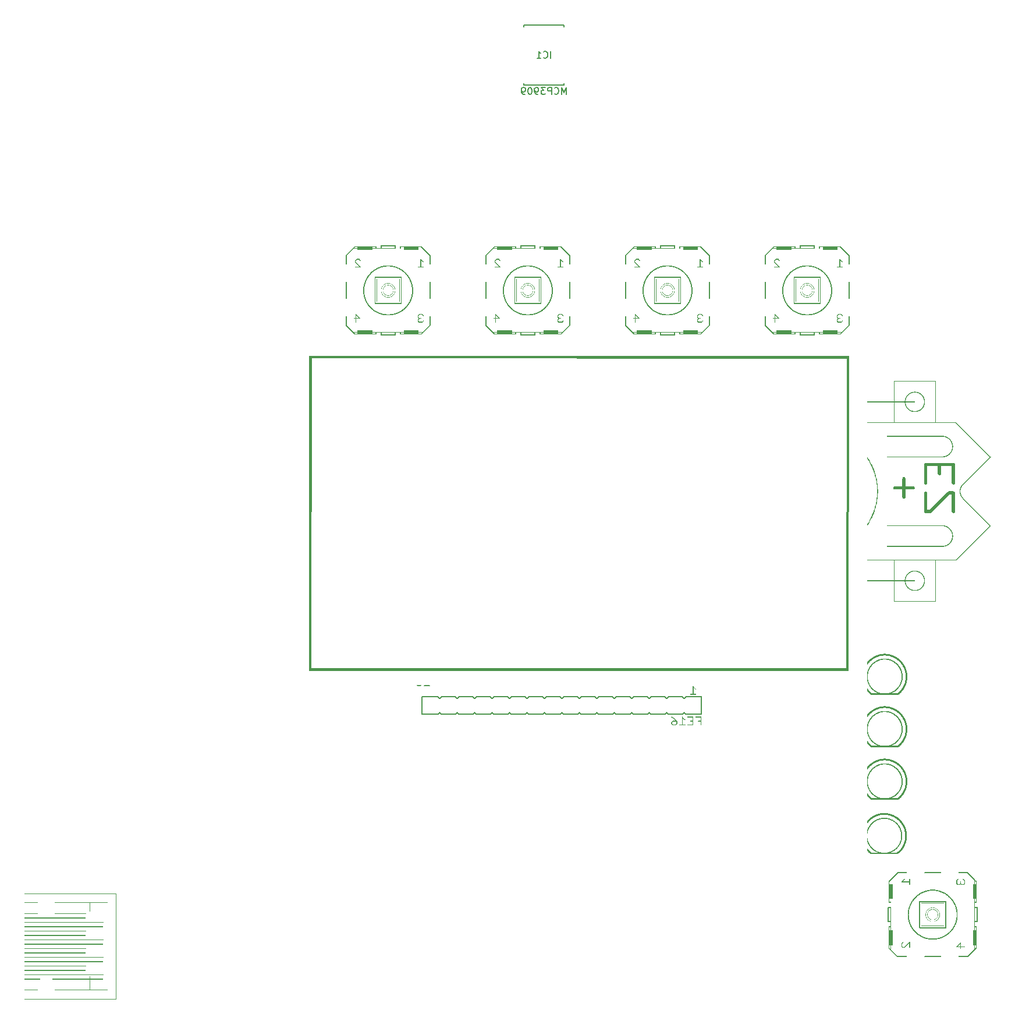
<source format=gbo>
%MOIN*%
%OFA0B0*%
%FSLAX46Y46*%
%IPPOS*%
%LPD*%
%AMOC80*
5,1,8,0,0,$1,112.5*%
%ADD10C,0.006000000000000001*%
%ADD11C,0.005905511811023622*%
G36*
X0001922099Y0004931500D02*
G01*
X0001923000Y0004931600D01*
X0001923900Y0004932100D01*
X0001924500Y0004932700D01*
X0001925000Y0004933600D01*
X0001925100Y0004934500D01*
X0001925000Y0004935400D01*
X0001924500Y0004936300D01*
X0001913900Y0004946900D01*
X0001913000Y0004947300D01*
X0001912100Y0004947500D01*
X0001911200Y0004947300D01*
X0001910300Y0004946900D01*
X0001909699Y0004946300D01*
X0001909299Y0004945400D01*
X0001909099Y0004944500D01*
X0001909299Y0004943600D01*
X0001909699Y0004942700D01*
X0001920300Y0004932100D01*
X0001921200Y0004931600D01*
X0001922099Y0004931500D01*
G37*
G36*
X0002042100Y0004931500D02*
G01*
X0002043000Y0004931600D01*
X0002043899Y0004932100D01*
X0002044500Y0004932700D01*
X0002045000Y0004933600D01*
X0002045100Y0004934500D01*
X0002045000Y0004935400D01*
X0002044500Y0004936300D01*
X0002043899Y0004936900D01*
X0002043000Y0004937300D01*
X0002042100Y0004937500D01*
X0001922099Y0004937500D01*
X0001921200Y0004937300D01*
X0001920300Y0004936900D01*
X0001919700Y0004936300D01*
X0001919300Y0004935400D01*
X0001919100Y0004934500D01*
X0001919300Y0004933600D01*
X0001919700Y0004932700D01*
X0001920300Y0004932100D01*
X0001921200Y0004931600D01*
X0001922099Y0004931500D01*
X0002042100Y0004931500D01*
G37*
G36*
X0002042100Y0004931500D02*
G01*
X0002043000Y0004931600D01*
X0002043899Y0004932100D01*
X0002044500Y0004932700D01*
X0002045000Y0004933600D01*
X0002045100Y0004934500D01*
X0002045100Y0004944500D01*
X0002045000Y0004945400D01*
X0002044500Y0004946300D01*
X0002043899Y0004946900D01*
X0002043000Y0004947300D01*
X0002042100Y0004947500D01*
X0002041200Y0004947300D01*
X0002040299Y0004946900D01*
X0002039699Y0004946300D01*
X0002039300Y0004945400D01*
X0002039100Y0004944500D01*
X0002039100Y0004934500D01*
X0002039300Y0004933600D01*
X0002039699Y0004932700D01*
X0002040299Y0004932100D01*
X0002041200Y0004931600D01*
X0002042100Y0004931500D01*
G37*
G36*
X0002042100Y0004941500D02*
G01*
X0002043000Y0004941600D01*
X0002043899Y0004942100D01*
X0002044500Y0004942700D01*
X0002045000Y0004943600D01*
X0002045100Y0004944500D01*
X0002045000Y0004945400D01*
X0002044500Y0004946300D01*
X0002043899Y0004946900D01*
X0002043000Y0004947300D01*
X0002042100Y0004947500D01*
X0001912100Y0004947500D01*
X0001911200Y0004947300D01*
X0001910300Y0004946900D01*
X0001909699Y0004946300D01*
X0001909299Y0004945400D01*
X0001909099Y0004944500D01*
X0001909299Y0004943600D01*
X0001909699Y0004942700D01*
X0001910300Y0004942100D01*
X0001911200Y0004941600D01*
X0001912100Y0004941500D01*
X0002042100Y0004941500D01*
G37*
G36*
X0001912100Y0004941500D02*
G01*
X0001913000Y0004941600D01*
X0001913900Y0004942100D01*
X0001914500Y0004942700D01*
X0001915000Y0004943600D01*
X0001915099Y0004944500D01*
X0001915000Y0004945400D01*
X0001914500Y0004946300D01*
X0001873899Y0004986900D01*
X0001873000Y0004987300D01*
X0001872100Y0004987500D01*
X0001871200Y0004987300D01*
X0001870300Y0004986900D01*
X0001869700Y0004986300D01*
X0001869300Y0004985400D01*
X0001869100Y0004984500D01*
X0001869300Y0004983600D01*
X0001869700Y0004982700D01*
X0001910300Y0004942100D01*
X0001911200Y0004941600D01*
X0001912100Y0004941500D01*
G37*
G36*
X0001872100Y0004981500D02*
G01*
X0001873000Y0004981600D01*
X0001873899Y0004982100D01*
X0001874500Y0004982700D01*
X0001875000Y0004983600D01*
X0001875100Y0004984500D01*
X0001875100Y0005034500D01*
X0001875000Y0005035400D01*
X0001874500Y0005036300D01*
X0001873899Y0005036900D01*
X0001873000Y0005037300D01*
X0001872100Y0005037500D01*
X0001871200Y0005037300D01*
X0001870300Y0005036900D01*
X0001869700Y0005036300D01*
X0001869300Y0005035400D01*
X0001869100Y0005034500D01*
X0001869100Y0004984500D01*
X0001869300Y0004983600D01*
X0001869700Y0004982700D01*
X0001870300Y0004982100D01*
X0001871200Y0004981600D01*
X0001872100Y0004981500D01*
G37*
G36*
X0002187100Y0005106500D02*
G01*
X0002188000Y0005106600D01*
X0002188900Y0005107100D01*
X0002189500Y0005107700D01*
X0002190000Y0005108600D01*
X0002190100Y0005109500D01*
X0002190000Y0005110400D01*
X0002189500Y0005111300D01*
X0002188900Y0005111900D01*
X0002188000Y0005112300D01*
X0002187100Y0005112500D01*
X0002037100Y0005112500D01*
X0002036200Y0005112300D01*
X0002035300Y0005111900D01*
X0002034700Y0005111300D01*
X0002034300Y0005110400D01*
X0002034100Y0005109500D01*
X0002034300Y0005108600D01*
X0002034700Y0005107700D01*
X0002035300Y0005107100D01*
X0002036200Y0005106600D01*
X0002037100Y0005106500D01*
X0002187100Y0005106500D01*
G37*
G36*
X0002187100Y0005106500D02*
G01*
X0002188000Y0005106600D01*
X0002188900Y0005107100D01*
X0002189500Y0005107700D01*
X0002190000Y0005108600D01*
X0002190100Y0005109500D01*
X0002190100Y0005259500D01*
X0002190000Y0005260400D01*
X0002189500Y0005261300D01*
X0002188900Y0005261900D01*
X0002188000Y0005262300D01*
X0002187100Y0005262500D01*
X0002186200Y0005262300D01*
X0002185300Y0005261900D01*
X0002184700Y0005261300D01*
X0002184300Y0005260400D01*
X0002184100Y0005259500D01*
X0002184100Y0005109500D01*
X0002184300Y0005108600D01*
X0002184700Y0005107700D01*
X0002185300Y0005107100D01*
X0002186200Y0005106600D01*
X0002187100Y0005106500D01*
G37*
G36*
X0002187100Y0005256500D02*
G01*
X0002188000Y0005256599D01*
X0002188900Y0005257100D01*
X0002189500Y0005257700D01*
X0002190000Y0005258600D01*
X0002190100Y0005259500D01*
X0002190000Y0005260400D01*
X0002189500Y0005261300D01*
X0002188900Y0005261900D01*
X0002188000Y0005262300D01*
X0002187100Y0005262500D01*
X0002037100Y0005262500D01*
X0002036200Y0005262300D01*
X0002035300Y0005261900D01*
X0002034700Y0005261300D01*
X0002034300Y0005260400D01*
X0002034100Y0005259500D01*
X0002034300Y0005258600D01*
X0002034700Y0005257700D01*
X0002035300Y0005257100D01*
X0002036200Y0005256599D01*
X0002037100Y0005256500D01*
X0002187100Y0005256500D01*
G37*
G36*
X0002037100Y0005106500D02*
G01*
X0002037999Y0005106600D01*
X0002038900Y0005107100D01*
X0002039499Y0005107700D01*
X0002040000Y0005108600D01*
X0002040099Y0005109500D01*
X0002040099Y0005259500D01*
X0002040000Y0005260400D01*
X0002039499Y0005261300D01*
X0002038900Y0005261900D01*
X0002037999Y0005262300D01*
X0002037100Y0005262500D01*
X0002036200Y0005262300D01*
X0002035300Y0005261900D01*
X0002034700Y0005261300D01*
X0002034300Y0005260400D01*
X0002034100Y0005259500D01*
X0002034100Y0005109500D01*
X0002034300Y0005108600D01*
X0002034700Y0005107700D01*
X0002035300Y0005107100D01*
X0002036200Y0005106600D01*
X0002037100Y0005106500D01*
G37*
G36*
X0001872100Y0005136500D02*
G01*
X0001873000Y0005136599D01*
X0001873899Y0005137100D01*
X0001874500Y0005137700D01*
X0001875000Y0005138600D01*
X0001875100Y0005139500D01*
X0001875100Y0005229500D01*
X0001875000Y0005230400D01*
X0001874500Y0005231300D01*
X0001873899Y0005231900D01*
X0001873000Y0005232300D01*
X0001872100Y0005232500D01*
X0001871200Y0005232300D01*
X0001870300Y0005231900D01*
X0001869700Y0005231300D01*
X0001869300Y0005230400D01*
X0001869100Y0005229500D01*
X0001869100Y0005139500D01*
X0001869300Y0005138600D01*
X0001869700Y0005137700D01*
X0001870300Y0005137100D01*
X0001871200Y0005136599D01*
X0001872100Y0005136500D01*
G37*
G36*
X0001972100Y0005181500D02*
G01*
X0001973000Y0005181600D01*
X0001973900Y0005182100D01*
X0001974500Y0005182699D01*
X0001975000Y0005183600D01*
X0001975100Y0005184500D01*
X0001975100Y0005187900D01*
X0001975000Y0005188900D01*
X0001974600Y0005189700D01*
X0001973900Y0005190400D01*
X0001973100Y0005190800D01*
X0001972200Y0005190900D01*
X0001971200Y0005190800D01*
X0001970400Y0005190400D01*
X0001969699Y0005189700D01*
X0001969300Y0005188900D01*
X0001969100Y0005187900D01*
X0001969100Y0005184500D01*
X0001969300Y0005183600D01*
X0001969699Y0005182699D01*
X0001970299Y0005182100D01*
X0001971200Y0005181600D01*
X0001972100Y0005181500D01*
G37*
G36*
X0001972200Y0005184900D02*
G01*
X0001973100Y0005185100D01*
X0001973900Y0005185500D01*
X0001974600Y0005186200D01*
X0001975000Y0005187000D01*
X0001975100Y0005187900D01*
X0001975300Y0005191400D01*
X0001975100Y0005192300D01*
X0001974700Y0005193100D01*
X0001974000Y0005193799D01*
X0001973200Y0005194200D01*
X0001972300Y0005194400D01*
X0001971400Y0005194200D01*
X0001970499Y0005193799D01*
X0001969899Y0005193100D01*
X0001969400Y0005192300D01*
X0001969300Y0005191400D01*
X0001969100Y0005187900D01*
X0001969300Y0005187000D01*
X0001969699Y0005186200D01*
X0001970400Y0005185500D01*
X0001971200Y0005185100D01*
X0001972200Y0005184900D01*
G37*
G36*
X0001972300Y0005188400D02*
G01*
X0001973200Y0005188500D01*
X0001974000Y0005188900D01*
X0001974700Y0005189600D01*
X0001975100Y0005190400D01*
X0001975300Y0005191400D01*
X0001975500Y0005194800D01*
X0001975300Y0005195700D01*
X0001974900Y0005196600D01*
X0001974300Y0005197200D01*
X0001973400Y0005197600D01*
X0001972500Y0005197800D01*
X0001971600Y0005197600D01*
X0001970699Y0005197200D01*
X0001970099Y0005196600D01*
X0001969600Y0005195700D01*
X0001969500Y0005194800D01*
X0001969300Y0005191400D01*
X0001969400Y0005190400D01*
X0001969899Y0005189600D01*
X0001970499Y0005188900D01*
X0001971400Y0005188500D01*
X0001972300Y0005188400D01*
G37*
G36*
X0001972500Y0005191800D02*
G01*
X0001973400Y0005191900D01*
X0001974300Y0005192400D01*
X0001974900Y0005193000D01*
X0001975300Y0005193900D01*
X0001975500Y0005194800D01*
X0001975800Y0005198200D01*
X0001975600Y0005199100D01*
X0001975200Y0005199999D01*
X0001974500Y0005200600D01*
X0001973700Y0005201100D01*
X0001972800Y0005201200D01*
X0001971900Y0005201100D01*
X0001971000Y0005200600D01*
X0001970400Y0005199999D01*
X0001969899Y0005199100D01*
X0001969800Y0005198200D01*
X0001969500Y0005194800D01*
X0001969600Y0005193900D01*
X0001970099Y0005193000D01*
X0001970699Y0005192400D01*
X0001971600Y0005191900D01*
X0001972500Y0005191800D01*
G37*
G36*
X0001972800Y0005195200D02*
G01*
X0001973700Y0005195400D01*
X0001974500Y0005195800D01*
X0001975200Y0005196400D01*
X0001975600Y0005197299D01*
X0001975800Y0005198200D01*
X0001976200Y0005201599D01*
X0001976000Y0005202600D01*
X0001975600Y0005203400D01*
X0001974900Y0005204100D01*
X0001974100Y0005204500D01*
X0001973200Y0005204600D01*
X0001972200Y0005204500D01*
X0001971400Y0005204100D01*
X0001970699Y0005203400D01*
X0001970299Y0005202600D01*
X0001970200Y0005201599D01*
X0001969800Y0005198200D01*
X0001969899Y0005197299D01*
X0001970400Y0005196400D01*
X0001971000Y0005195800D01*
X0001971900Y0005195400D01*
X0001972800Y0005195200D01*
G37*
G36*
X0001973200Y0005198600D02*
G01*
X0001974100Y0005198800D01*
X0001974900Y0005199199D01*
X0001975600Y0005199900D01*
X0001976000Y0005200700D01*
X0001976200Y0005201599D01*
X0001976600Y0005205000D01*
X0001976499Y0005206000D01*
X0001976099Y0005206800D01*
X0001975400Y0005207499D01*
X0001974600Y0005207900D01*
X0001973600Y0005208000D01*
X0001972700Y0005207900D01*
X0001971900Y0005207499D01*
X0001971200Y0005206800D01*
X0001970800Y0005206000D01*
X0001970600Y0005205000D01*
X0001970200Y0005201599D01*
X0001970299Y0005200700D01*
X0001970699Y0005199900D01*
X0001971400Y0005199199D01*
X0001972200Y0005198800D01*
X0001973200Y0005198600D01*
G37*
G36*
X0001973600Y0005202000D02*
G01*
X0001974600Y0005202200D01*
X0001975400Y0005202600D01*
X0001976099Y0005203300D01*
X0001976499Y0005204100D01*
X0001977000Y0005207499D01*
X0001977200Y0005208400D01*
X0001977000Y0005209300D01*
X0001976600Y0005210200D01*
X0001975899Y0005210800D01*
X0001975100Y0005211300D01*
X0001974200Y0005211400D01*
X0001973200Y0005211300D01*
X0001972400Y0005210800D01*
X0001971700Y0005210200D01*
X0001971300Y0005209300D01*
X0001970800Y0005206000D01*
X0001970600Y0005205000D01*
X0001970800Y0005204100D01*
X0001971200Y0005203300D01*
X0001971900Y0005202600D01*
X0001972700Y0005202200D01*
X0001973600Y0005202000D01*
G37*
G36*
X0001974200Y0005205400D02*
G01*
X0001975100Y0005205600D01*
X0001975899Y0005206000D01*
X0001976600Y0005206699D01*
X0001977000Y0005207499D01*
X0001977700Y0005210900D01*
X0001977800Y0005211800D01*
X0001977700Y0005212700D01*
X0001977200Y0005213600D01*
X0001976600Y0005214200D01*
X0001975699Y0005214700D01*
X0001974800Y0005214800D01*
X0001973900Y0005214700D01*
X0001973000Y0005214200D01*
X0001972400Y0005213600D01*
X0001971900Y0005212700D01*
X0001971300Y0005209300D01*
X0001971200Y0005208400D01*
X0001971300Y0005207499D01*
X0001971700Y0005206699D01*
X0001972400Y0005206000D01*
X0001973200Y0005205600D01*
X0001974200Y0005205400D01*
G37*
G36*
X0001974800Y0005208800D02*
G01*
X0001975699Y0005208900D01*
X0001976600Y0005209399D01*
X0001977200Y0005210000D01*
X0001977700Y0005210900D01*
X0001978400Y0005214200D01*
X0001978500Y0005215200D01*
X0001978400Y0005216100D01*
X0001977900Y0005216900D01*
X0001977300Y0005217600D01*
X0001976400Y0005218000D01*
X0001975500Y0005218200D01*
X0001974600Y0005218000D01*
X0001973700Y0005217600D01*
X0001973100Y0005216900D01*
X0001972700Y0005216100D01*
X0001971900Y0005212700D01*
X0001971800Y0005211800D01*
X0001971900Y0005210900D01*
X0001972400Y0005210000D01*
X0001973000Y0005209399D01*
X0001973900Y0005208900D01*
X0001974800Y0005208800D01*
G37*
G36*
X0001975500Y0005212200D02*
G01*
X0001976400Y0005212300D01*
X0001977300Y0005212700D01*
X0001977900Y0005213400D01*
X0001978400Y0005214200D01*
X0001979200Y0005217600D01*
X0001979300Y0005218500D01*
X0001979200Y0005219400D01*
X0001978700Y0005220300D01*
X0001978100Y0005220900D01*
X0001977200Y0005221400D01*
X0001976299Y0005221500D01*
X0001975400Y0005221400D01*
X0001974500Y0005220900D01*
X0001973900Y0005220300D01*
X0001973500Y0005219400D01*
X0001972700Y0005216100D01*
X0001972500Y0005215200D01*
X0001972700Y0005214200D01*
X0001973100Y0005213400D01*
X0001973700Y0005212700D01*
X0001974600Y0005212300D01*
X0001975500Y0005212200D01*
G37*
G36*
X0001976299Y0005215500D02*
G01*
X0001977200Y0005215700D01*
X0001978100Y0005216100D01*
X0001978700Y0005216700D01*
X0001979200Y0005217600D01*
X0001980000Y0005220900D01*
X0001980200Y0005221800D01*
X0001980000Y0005222800D01*
X0001979600Y0005223600D01*
X0001978900Y0005224300D01*
X0001978100Y0005224700D01*
X0001977200Y0005224799D01*
X0001976299Y0005224700D01*
X0001975400Y0005224300D01*
X0001974800Y0005223600D01*
X0001974300Y0005222800D01*
X0001973500Y0005219400D01*
X0001973300Y0005218500D01*
X0001973500Y0005217600D01*
X0001973900Y0005216700D01*
X0001974500Y0005216100D01*
X0001975400Y0005215700D01*
X0001976299Y0005215500D01*
G37*
G36*
X0001977200Y0005218800D02*
G01*
X0001978100Y0005219000D01*
X0001978900Y0005219400D01*
X0001979600Y0005220100D01*
X0001980000Y0005220900D01*
X0001981000Y0005224200D01*
X0001981100Y0005225100D01*
X0001981000Y0005226100D01*
X0001980600Y0005226900D01*
X0001979900Y0005227600D01*
X0001979100Y0005227999D01*
X0001978100Y0005228100D01*
X0001977200Y0005227999D01*
X0001976400Y0005227600D01*
X0001975699Y0005226900D01*
X0001975300Y0005226100D01*
X0001974300Y0005222800D01*
X0001974200Y0005221800D01*
X0001974300Y0005220900D01*
X0001974800Y0005220100D01*
X0001975400Y0005219400D01*
X0001976299Y0005219000D01*
X0001977200Y0005218800D01*
G37*
G36*
X0001978100Y0005222099D02*
G01*
X0001979100Y0005222300D01*
X0001979900Y0005222700D01*
X0001980600Y0005223400D01*
X0001981000Y0005224200D01*
X0001982000Y0005227499D01*
X0001982200Y0005228400D01*
X0001982000Y0005229300D01*
X0001981600Y0005230200D01*
X0001980900Y0005230800D01*
X0001980100Y0005231300D01*
X0001979200Y0005231400D01*
X0001978300Y0005231300D01*
X0001977400Y0005230800D01*
X0001976800Y0005230200D01*
X0001976299Y0005229300D01*
X0001975300Y0005226100D01*
X0001975100Y0005225100D01*
X0001975300Y0005224200D01*
X0001975699Y0005223400D01*
X0001976400Y0005222700D01*
X0001977200Y0005222300D01*
X0001978100Y0005222099D01*
G37*
G36*
X0001979200Y0005225400D02*
G01*
X0001980100Y0005225599D01*
X0001980900Y0005226000D01*
X0001981600Y0005226600D01*
X0001982000Y0005227499D01*
X0001983100Y0005230699D01*
X0001983300Y0005231600D01*
X0001983100Y0005232599D01*
X0001982699Y0005233399D01*
X0001982099Y0005234100D01*
X0001981200Y0005234500D01*
X0001980300Y0005234600D01*
X0001979400Y0005234500D01*
X0001978500Y0005234100D01*
X0001977900Y0005233399D01*
X0001977400Y0005232599D01*
X0001976299Y0005229300D01*
X0001976200Y0005228400D01*
X0001976299Y0005227499D01*
X0001976800Y0005226600D01*
X0001977400Y0005226000D01*
X0001978300Y0005225599D01*
X0001979200Y0005225400D01*
G37*
G36*
X0001980300Y0005228600D02*
G01*
X0001981200Y0005228800D01*
X0001982099Y0005229200D01*
X0001982699Y0005229899D01*
X0001983100Y0005230699D01*
X0001984300Y0005234000D01*
X0001984500Y0005234900D01*
X0001984300Y0005235800D01*
X0001983900Y0005236600D01*
X0001983300Y0005237300D01*
X0001982400Y0005237700D01*
X0001981500Y0005237900D01*
X0001980600Y0005237700D01*
X0001979700Y0005237300D01*
X0001979100Y0005236600D01*
X0001978600Y0005235800D01*
X0001977400Y0005232599D01*
X0001977300Y0005231600D01*
X0001977400Y0005230699D01*
X0001977900Y0005229899D01*
X0001978500Y0005229200D01*
X0001979400Y0005228800D01*
X0001980300Y0005228600D01*
G37*
G36*
X0001981500Y0005231900D02*
G01*
X0001982400Y0005232000D01*
X0001983300Y0005232500D01*
X0001983900Y0005233100D01*
X0001984300Y0005234000D01*
X0001985600Y0005237100D01*
X0001985800Y0005238100D01*
X0001985600Y0005239000D01*
X0001985200Y0005239800D01*
X0001984500Y0005240500D01*
X0001983700Y0005240900D01*
X0001982800Y0005241100D01*
X0001981800Y0005240900D01*
X0001981000Y0005240500D01*
X0001980300Y0005239800D01*
X0001979900Y0005239000D01*
X0001978600Y0005235800D01*
X0001978500Y0005234900D01*
X0001978600Y0005234000D01*
X0001979100Y0005233100D01*
X0001979700Y0005232500D01*
X0001980600Y0005232000D01*
X0001981500Y0005231900D01*
G37*
G36*
X0001982800Y0005235100D02*
G01*
X0001983700Y0005235200D01*
X0001984500Y0005235600D01*
X0001985200Y0005236300D01*
X0001985600Y0005237100D01*
X0001987000Y0005240300D01*
X0001987100Y0005241200D01*
X0001987000Y0005242100D01*
X0001986500Y0005243000D01*
X0001985900Y0005243600D01*
X0001985000Y0005244100D01*
X0001984100Y0005244200D01*
X0001983200Y0005244100D01*
X0001982400Y0005243600D01*
X0001981700Y0005243000D01*
X0001981300Y0005242100D01*
X0001979900Y0005239000D01*
X0001979800Y0005238100D01*
X0001979900Y0005237100D01*
X0001980300Y0005236300D01*
X0001981000Y0005235600D01*
X0001981800Y0005235200D01*
X0001982800Y0005235100D01*
G37*
G36*
X0001984100Y0005238200D02*
G01*
X0001985000Y0005238400D01*
X0001985900Y0005238800D01*
X0001986500Y0005239500D01*
X0001987000Y0005240300D01*
X0001988400Y0005243400D01*
X0001988600Y0005244300D01*
X0001988400Y0005245299D01*
X0001988000Y0005246099D01*
X0001987300Y0005246800D01*
X0001986500Y0005247199D01*
X0001985500Y0005247300D01*
X0001984600Y0005247199D01*
X0001983800Y0005246800D01*
X0001983100Y0005246099D01*
X0001982699Y0005245299D01*
X0001981300Y0005242100D01*
X0001981100Y0005241200D01*
X0001981300Y0005240300D01*
X0001981700Y0005239500D01*
X0001982400Y0005238800D01*
X0001983200Y0005238400D01*
X0001984100Y0005238200D01*
G37*
G36*
X0001985500Y0005241300D02*
G01*
X0001986500Y0005241500D01*
X0001987300Y0005241900D01*
X0001988000Y0005242599D01*
X0001988400Y0005243400D01*
X0001989900Y0005246500D01*
X0001990100Y0005247400D01*
X0001989900Y0005248400D01*
X0001989500Y0005249200D01*
X0001988800Y0005249900D01*
X0001988000Y0005250300D01*
X0001987100Y0005250399D01*
X0001986100Y0005250300D01*
X0001985300Y0005249900D01*
X0001984600Y0005249200D01*
X0001984200Y0005248400D01*
X0001982699Y0005245299D01*
X0001982600Y0005244300D01*
X0001982699Y0005243400D01*
X0001983100Y0005242599D01*
X0001983800Y0005241900D01*
X0001984600Y0005241500D01*
X0001985500Y0005241300D01*
G37*
G36*
X0001987100Y0005244400D02*
G01*
X0001988000Y0005244600D01*
X0001988800Y0005245000D01*
X0001989500Y0005245700D01*
X0001991100Y0005248700D01*
X0001991500Y0005249599D01*
X0001991600Y0005250500D01*
X0001991500Y0005251400D01*
X0001991100Y0005252299D01*
X0001990400Y0005252900D01*
X0001989600Y0005253300D01*
X0001988600Y0005253500D01*
X0001987700Y0005253300D01*
X0001986900Y0005252900D01*
X0001986200Y0005252299D01*
X0001984600Y0005249200D01*
X0001984200Y0005248400D01*
X0001984100Y0005247400D01*
X0001984200Y0005246500D01*
X0001984600Y0005245700D01*
X0001985300Y0005245000D01*
X0001986100Y0005244600D01*
X0001987100Y0005244400D01*
G37*
G36*
X0001988600Y0005247500D02*
G01*
X0001989600Y0005247600D01*
X0001990400Y0005248100D01*
X0001991100Y0005248700D01*
X0001992700Y0005251700D01*
X0001993200Y0005252600D01*
X0001993300Y0005253500D01*
X0001993200Y0005254400D01*
X0001992700Y0005255300D01*
X0001992100Y0005255900D01*
X0001991200Y0005256400D01*
X0001990300Y0005256500D01*
X0001989400Y0005256400D01*
X0001988499Y0005255900D01*
X0001987899Y0005255300D01*
X0001986200Y0005252299D01*
X0001985800Y0005251400D01*
X0001985600Y0005250500D01*
X0001985800Y0005249599D01*
X0001986200Y0005248700D01*
X0001986900Y0005248100D01*
X0001987700Y0005247600D01*
X0001988600Y0005247500D01*
G37*
G36*
X0001990300Y0005250500D02*
G01*
X0001991200Y0005250600D01*
X0001992100Y0005251100D01*
X0001992700Y0005251700D01*
X0001994499Y0005254699D01*
X0001994899Y0005255499D01*
X0001995000Y0005256500D01*
X0001994899Y0005257399D01*
X0001994499Y0005258200D01*
X0001993800Y0005258900D01*
X0001993000Y0005259300D01*
X0001992000Y0005259500D01*
X0001991100Y0005259300D01*
X0001990300Y0005258900D01*
X0001989600Y0005258200D01*
X0001987899Y0005255300D01*
X0001987400Y0005254400D01*
X0001987300Y0005253500D01*
X0001987400Y0005252600D01*
X0001987899Y0005251700D01*
X0001988499Y0005251100D01*
X0001989400Y0005250600D01*
X0001990300Y0005250500D01*
G37*
G36*
X0001992000Y0005253500D02*
G01*
X0001993000Y0005253600D01*
X0001993800Y0005254000D01*
X0001994499Y0005254699D01*
X0001996300Y0005257600D01*
X0001996700Y0005258500D01*
X0001996800Y0005259400D01*
X0001996700Y0005260300D01*
X0001996300Y0005261200D01*
X0001995600Y0005261800D01*
X0001994800Y0005262200D01*
X0001993800Y0005262400D01*
X0001992900Y0005262200D01*
X0001992100Y0005261800D01*
X0001991400Y0005261200D01*
X0001989600Y0005258200D01*
X0001989200Y0005257399D01*
X0001989000Y0005256500D01*
X0001989200Y0005255499D01*
X0001989600Y0005254699D01*
X0001990300Y0005254000D01*
X0001991100Y0005253600D01*
X0001992000Y0005253500D01*
G37*
G36*
X0001993800Y0005256400D02*
G01*
X0001994800Y0005256500D01*
X0001995600Y0005257000D01*
X0001996300Y0005257600D01*
X0001998100Y0005260500D01*
X0001998600Y0005261300D01*
X0001998700Y0005262300D01*
X0001998600Y0005263200D01*
X0001998100Y0005264000D01*
X0001997500Y0005264700D01*
X0001996600Y0005265100D01*
X0001995700Y0005265300D01*
X0001994800Y0005265100D01*
X0001993900Y0005264700D01*
X0001993300Y0005264000D01*
X0001991400Y0005261200D01*
X0001991000Y0005260300D01*
X0001990800Y0005259400D01*
X0001991000Y0005258500D01*
X0001991400Y0005257600D01*
X0001992100Y0005257000D01*
X0001992900Y0005256500D01*
X0001993800Y0005256400D01*
G37*
G36*
X0001995700Y0005259300D02*
G01*
X0001996600Y0005259400D01*
X0001997500Y0005259800D01*
X0001998100Y0005260500D01*
X0002000100Y0005263300D01*
X0002000500Y0005264200D01*
X0002000700Y0005265100D01*
X0002000500Y0005266000D01*
X0002000100Y0005266900D01*
X0001999400Y0005267500D01*
X0001998600Y0005268000D01*
X0001997600Y0005268100D01*
X0001996700Y0005268000D01*
X0001995900Y0005267500D01*
X0001995200Y0005266900D01*
X0001993300Y0005264000D01*
X0001992800Y0005263200D01*
X0001992700Y0005262300D01*
X0001992800Y0005261300D01*
X0001993300Y0005260500D01*
X0001993900Y0005259800D01*
X0001994800Y0005259400D01*
X0001995700Y0005259300D01*
G37*
G36*
X0001997600Y0005262100D02*
G01*
X0001998600Y0005262200D01*
X0001999400Y0005262700D01*
X0002000100Y0005263300D01*
X0002002100Y0005266100D01*
X0002002500Y0005267000D01*
X0002002700Y0005267900D01*
X0002002500Y0005268800D01*
X0002002100Y0005269700D01*
X0002001399Y0005270300D01*
X0002000600Y0005270700D01*
X0001999700Y0005270899D01*
X0001998700Y0005270700D01*
X0001997900Y0005270300D01*
X0001997200Y0005269700D01*
X0001995200Y0005266900D01*
X0001994800Y0005266000D01*
X0001994699Y0005265100D01*
X0001994800Y0005264200D01*
X0001995200Y0005263300D01*
X0001995900Y0005262700D01*
X0001996700Y0005262200D01*
X0001997600Y0005262100D01*
G37*
G36*
X0001999700Y0005264900D02*
G01*
X0002000600Y0005265000D01*
X0002001399Y0005265500D01*
X0002002100Y0005266100D01*
X0002004200Y0005268900D01*
X0002004600Y0005269700D01*
X0002004700Y0005270600D01*
X0002004600Y0005271500D01*
X0002004200Y0005272400D01*
X0002003499Y0005273000D01*
X0002002700Y0005273500D01*
X0002001700Y0005273599D01*
X0002000800Y0005273500D01*
X0002000000Y0005273000D01*
X0001999300Y0005272400D01*
X0001997200Y0005269700D01*
X0001996800Y0005268800D01*
X0001996700Y0005267900D01*
X0001996800Y0005267000D01*
X0001997200Y0005266100D01*
X0001997900Y0005265500D01*
X0001998700Y0005265000D01*
X0001999700Y0005264900D01*
G37*
G36*
X0002001700Y0005267600D02*
G01*
X0002002700Y0005267800D01*
X0002003499Y0005268200D01*
X0002004200Y0005268900D01*
X0002006300Y0005271500D01*
X0002006700Y0005272400D01*
X0002006900Y0005273300D01*
X0002006700Y0005274200D01*
X0002006300Y0005275100D01*
X0002005700Y0005275700D01*
X0002004800Y0005276200D01*
X0002003899Y0005276299D01*
X0002003000Y0005276200D01*
X0002002100Y0005275700D01*
X0002001500Y0005275100D01*
X0001999300Y0005272400D01*
X0001998900Y0005271500D01*
X0001998700Y0005270600D01*
X0001998900Y0005269700D01*
X0001999300Y0005268900D01*
X0002000000Y0005268200D01*
X0002000800Y0005267800D01*
X0002001700Y0005267600D01*
G37*
G36*
X0002003899Y0005270300D02*
G01*
X0002004800Y0005270500D01*
X0002005700Y0005270899D01*
X0002006300Y0005271500D01*
X0002008500Y0005274200D01*
X0002009000Y0005275000D01*
X0002009100Y0005275900D01*
X0002009000Y0005276900D01*
X0002008500Y0005277700D01*
X0002007899Y0005278400D01*
X0002007000Y0005278800D01*
X0002006100Y0005278900D01*
X0002005199Y0005278800D01*
X0002004300Y0005278400D01*
X0002003699Y0005277700D01*
X0002001500Y0005275100D01*
X0002001000Y0005274200D01*
X0002000900Y0005273300D01*
X0002001000Y0005272400D01*
X0002001500Y0005271500D01*
X0002002100Y0005270899D01*
X0002003000Y0005270500D01*
X0002003899Y0005270300D01*
G37*
G36*
X0002006100Y0005272900D02*
G01*
X0002007000Y0005273100D01*
X0002007899Y0005273500D01*
X0002008500Y0005274200D01*
X0002010800Y0005276700D01*
X0002011200Y0005277600D01*
X0002011400Y0005278500D01*
X0002011200Y0005279400D01*
X0002010800Y0005280300D01*
X0002010100Y0005280900D01*
X0002009300Y0005281399D01*
X0002008400Y0005281500D01*
X0002007499Y0005281399D01*
X0002006600Y0005280900D01*
X0002005999Y0005280300D01*
X0002003699Y0005277700D01*
X0002003200Y0005276900D01*
X0002003099Y0005275900D01*
X0002003200Y0005275000D01*
X0002003699Y0005274200D01*
X0002004300Y0005273500D01*
X0002005199Y0005273100D01*
X0002006100Y0005272900D01*
G37*
G36*
X0002008400Y0005275499D02*
G01*
X0002009300Y0005275700D01*
X0002010100Y0005276100D01*
X0002010800Y0005276700D01*
X0002013100Y0005279300D01*
X0002013599Y0005280100D01*
X0002013700Y0005281000D01*
X0002013599Y0005282000D01*
X0002013100Y0005282800D01*
X0002012500Y0005283500D01*
X0002011600Y0005283900D01*
X0002010700Y0005284000D01*
X0002009799Y0005283900D01*
X0002009000Y0005283500D01*
X0002008300Y0005282800D01*
X0002005999Y0005280300D01*
X0002005500Y0005279400D01*
X0002005399Y0005278500D01*
X0002005500Y0005277600D01*
X0002005999Y0005276700D01*
X0002006600Y0005276100D01*
X0002007499Y0005275700D01*
X0002008400Y0005275499D01*
G37*
G36*
X0002010700Y0005278000D02*
G01*
X0002011600Y0005278200D01*
X0002012500Y0005278600D01*
X0002013100Y0005279300D01*
X0002015499Y0005281700D01*
X0002016000Y0005282600D01*
X0002016099Y0005283500D01*
X0002016000Y0005284400D01*
X0002015499Y0005285200D01*
X0002014900Y0005285900D01*
X0002013999Y0005286300D01*
X0002013100Y0005286500D01*
X0002012200Y0005286300D01*
X0002011400Y0005285900D01*
X0002010700Y0005285200D01*
X0002008300Y0005282800D01*
X0002007899Y0005282000D01*
X0002007699Y0005281000D01*
X0002007899Y0005280100D01*
X0002008300Y0005279300D01*
X0002009000Y0005278600D01*
X0002009799Y0005278200D01*
X0002010700Y0005278000D01*
G37*
G36*
X0002013100Y0005280500D02*
G01*
X0002013999Y0005280599D01*
X0002014900Y0005281100D01*
X0002017300Y0005283500D01*
X0002017999Y0005284100D01*
X0002018400Y0005285000D01*
X0002018600Y0005285900D01*
X0002018400Y0005286800D01*
X0002017999Y0005287600D01*
X0002017300Y0005288300D01*
X0002016500Y0005288700D01*
X0002015600Y0005288900D01*
X0002014600Y0005288700D01*
X0002013799Y0005288300D01*
X0002011400Y0005285900D01*
X0002010700Y0005285200D01*
X0002010300Y0005284400D01*
X0002010100Y0005283500D01*
X0002010300Y0005282600D01*
X0002010700Y0005281700D01*
X0002011400Y0005281100D01*
X0002012200Y0005280599D01*
X0002013100Y0005280500D01*
G37*
G36*
X0002015600Y0005282900D02*
G01*
X0002016500Y0005283000D01*
X0002017300Y0005283500D01*
X0002019899Y0005285800D01*
X0002020500Y0005286500D01*
X0002020900Y0005287300D01*
X0002021100Y0005288200D01*
X0002020900Y0005289100D01*
X0002020500Y0005290000D01*
X0002019899Y0005290599D01*
X0002019000Y0005291100D01*
X0002018100Y0005291200D01*
X0002017199Y0005291100D01*
X0002016300Y0005290599D01*
X0002013799Y0005288300D01*
X0002013100Y0005287600D01*
X0002012700Y0005286800D01*
X0002012600Y0005285900D01*
X0002012700Y0005285000D01*
X0002013100Y0005284100D01*
X0002013799Y0005283500D01*
X0002014600Y0005283000D01*
X0002015600Y0005282900D01*
G37*
G36*
X0002018100Y0005285200D02*
G01*
X0002019000Y0005285400D01*
X0002019899Y0005285800D01*
X0002022400Y0005288100D01*
X0002023100Y0005288700D01*
X0002023499Y0005289600D01*
X0002023699Y0005290500D01*
X0002023499Y0005291399D01*
X0002023100Y0005292300D01*
X0002022400Y0005292900D01*
X0002021599Y0005293400D01*
X0002020700Y0005293500D01*
X0002019699Y0005293400D01*
X0002018900Y0005292900D01*
X0002016300Y0005290599D01*
X0002015699Y0005290000D01*
X0002015200Y0005289100D01*
X0002015100Y0005288200D01*
X0002015200Y0005287300D01*
X0002015699Y0005286500D01*
X0002016300Y0005285800D01*
X0002017199Y0005285400D01*
X0002018100Y0005285200D01*
G37*
G36*
X0002020700Y0005287500D02*
G01*
X0002021599Y0005287600D01*
X0002022400Y0005288100D01*
X0002025100Y0005290300D01*
X0002025700Y0005290900D01*
X0002026100Y0005291800D01*
X0002026300Y0005292700D01*
X0002026100Y0005293600D01*
X0002025700Y0005294500D01*
X0002025100Y0005295100D01*
X0002024200Y0005295600D01*
X0002023299Y0005295699D01*
X0002022400Y0005295600D01*
X0002021500Y0005295100D01*
X0002018900Y0005292900D01*
X0002018200Y0005292300D01*
X0002017799Y0005291399D01*
X0002017700Y0005290500D01*
X0002017799Y0005289600D01*
X0002018200Y0005288700D01*
X0002018900Y0005288100D01*
X0002019699Y0005287600D01*
X0002020700Y0005287500D01*
G37*
G36*
X0002023299Y0005289700D02*
G01*
X0002024200Y0005289900D01*
X0002025100Y0005290300D01*
X0002027699Y0005292400D01*
X0002028400Y0005293100D01*
X0002028800Y0005293900D01*
X0002029000Y0005294899D01*
X0002028800Y0005295800D01*
X0002028400Y0005296600D01*
X0002027699Y0005297300D01*
X0002026900Y0005297700D01*
X0002025999Y0005297900D01*
X0002025100Y0005297700D01*
X0002024200Y0005297300D01*
X0002021500Y0005295100D01*
X0002020900Y0005294500D01*
X0002020400Y0005293600D01*
X0002020300Y0005292700D01*
X0002020400Y0005291800D01*
X0002020900Y0005290900D01*
X0002021500Y0005290300D01*
X0002022400Y0005289900D01*
X0002023299Y0005289700D01*
G37*
G36*
X0002025999Y0005291900D02*
G01*
X0002026900Y0005292000D01*
X0002027699Y0005292400D01*
X0002030500Y0005294500D01*
X0002031100Y0005295199D01*
X0002031600Y0005295999D01*
X0002031699Y0005296900D01*
X0002031600Y0005297900D01*
X0002031100Y0005298700D01*
X0002030500Y0005299400D01*
X0002029599Y0005299800D01*
X0002028700Y0005299900D01*
X0002027800Y0005299800D01*
X0002026900Y0005299400D01*
X0002024200Y0005297300D01*
X0002023600Y0005296600D01*
X0002023100Y0005295800D01*
X0002023000Y0005294899D01*
X0002023100Y0005293900D01*
X0002023600Y0005293100D01*
X0002024200Y0005292400D01*
X0002025100Y0005292000D01*
X0002025999Y0005291900D01*
G37*
G36*
X0002028700Y0005293900D02*
G01*
X0002029599Y0005294099D01*
X0002030500Y0005294500D01*
X0002033300Y0005296499D01*
X0002033900Y0005297200D01*
X0002034400Y0005298000D01*
X0002034500Y0005298900D01*
X0002034400Y0005299900D01*
X0002033900Y0005300700D01*
X0002033300Y0005301400D01*
X0002032400Y0005301800D01*
X0002031499Y0005302000D01*
X0002030600Y0005301800D01*
X0002029700Y0005301400D01*
X0002026900Y0005299400D01*
X0002026300Y0005298700D01*
X0002025900Y0005297900D01*
X0002025700Y0005296900D01*
X0002025900Y0005295999D01*
X0002026300Y0005295199D01*
X0002026900Y0005294500D01*
X0002027800Y0005294099D01*
X0002028700Y0005293900D01*
G37*
G36*
X0002031499Y0005295999D02*
G01*
X0002032400Y0005296100D01*
X0002033300Y0005296499D01*
X0002036099Y0005298500D01*
X0002036800Y0005299100D01*
X0002037200Y0005299999D01*
X0002037300Y0005300900D01*
X0002037200Y0005301800D01*
X0002036800Y0005302699D01*
X0002036099Y0005303300D01*
X0002035300Y0005303800D01*
X0002034300Y0005303900D01*
X0002033399Y0005303800D01*
X0002032600Y0005303300D01*
X0002029700Y0005301400D01*
X0002029100Y0005300700D01*
X0002028600Y0005299900D01*
X0002028500Y0005298900D01*
X0002028600Y0005298000D01*
X0002029100Y0005297200D01*
X0002029700Y0005296499D01*
X0002030600Y0005296100D01*
X0002031499Y0005295999D01*
G37*
G36*
X0002034300Y0005297900D02*
G01*
X0002035300Y0005298000D01*
X0002036099Y0005298500D01*
X0002039000Y0005300299D01*
X0002039600Y0005301000D01*
X0002040099Y0005301800D01*
X0002040200Y0005302800D01*
X0002040099Y0005303700D01*
X0002039600Y0005304500D01*
X0002039000Y0005305200D01*
X0002038100Y0005305600D01*
X0002037200Y0005305800D01*
X0002036300Y0005305600D01*
X0002035400Y0005305200D01*
X0002032600Y0005303300D01*
X0002031899Y0005302699D01*
X0002031499Y0005301800D01*
X0002031299Y0005300900D01*
X0002031499Y0005299999D01*
X0002031899Y0005299100D01*
X0002032600Y0005298500D01*
X0002033399Y0005298000D01*
X0002034300Y0005297900D01*
G37*
G36*
X0002037200Y0005299800D02*
G01*
X0002038100Y0005299900D01*
X0002039000Y0005300299D01*
X0002041900Y0005302100D01*
X0002042600Y0005302800D01*
X0002043000Y0005303600D01*
X0002043100Y0005304599D01*
X0002043000Y0005305500D01*
X0002042600Y0005306300D01*
X0002041900Y0005307000D01*
X0002041100Y0005307400D01*
X0002040099Y0005307600D01*
X0002039200Y0005307400D01*
X0002038400Y0005307000D01*
X0002035400Y0005305200D01*
X0002034800Y0005304500D01*
X0002034400Y0005303700D01*
X0002034199Y0005302800D01*
X0002034400Y0005301800D01*
X0002034800Y0005301000D01*
X0002035400Y0005300299D01*
X0002036300Y0005299900D01*
X0002037200Y0005299800D01*
G37*
G36*
X0002040099Y0005301600D02*
G01*
X0002041100Y0005301700D01*
X0002041900Y0005302100D01*
X0002044900Y0005303900D01*
X0002045500Y0005304500D01*
X0002045999Y0005305399D01*
X0002046100Y0005306300D01*
X0002045999Y0005307200D01*
X0002045500Y0005308100D01*
X0002044900Y0005308700D01*
X0002044000Y0005309200D01*
X0002043100Y0005309300D01*
X0002042199Y0005309200D01*
X0002041300Y0005308700D01*
X0002038400Y0005307000D01*
X0002037700Y0005306300D01*
X0002037300Y0005305500D01*
X0002037100Y0005304599D01*
X0002037300Y0005303600D01*
X0002037700Y0005302800D01*
X0002038400Y0005302100D01*
X0002039200Y0005301700D01*
X0002040099Y0005301600D01*
G37*
G36*
X0002043100Y0005303300D02*
G01*
X0002044000Y0005303400D01*
X0002044900Y0005303900D01*
X0002047899Y0005305500D01*
X0002048500Y0005306199D01*
X0002049000Y0005307000D01*
X0002049100Y0005308000D01*
X0002049000Y0005308900D01*
X0002048500Y0005309700D01*
X0002047899Y0005310400D01*
X0002047000Y0005310800D01*
X0002046100Y0005311000D01*
X0002045200Y0005310800D01*
X0002044299Y0005310400D01*
X0002041300Y0005308700D01*
X0002040700Y0005308100D01*
X0002040200Y0005307200D01*
X0002040099Y0005306300D01*
X0002040200Y0005305399D01*
X0002040700Y0005304500D01*
X0002041300Y0005303900D01*
X0002042199Y0005303400D01*
X0002043100Y0005303300D01*
G37*
G36*
X0002046100Y0005305000D02*
G01*
X0002047000Y0005305100D01*
X0002047899Y0005305500D01*
X0002050900Y0005307100D01*
X0002051600Y0005307800D01*
X0002052000Y0005308600D01*
X0002052200Y0005309500D01*
X0002052000Y0005310500D01*
X0002051600Y0005311300D01*
X0002050900Y0005312000D01*
X0002050100Y0005312400D01*
X0002049200Y0005312500D01*
X0002048200Y0005312400D01*
X0002047400Y0005312000D01*
X0002044299Y0005310400D01*
X0002043699Y0005309700D01*
X0002043300Y0005308900D01*
X0002043100Y0005308000D01*
X0002043300Y0005307000D01*
X0002043699Y0005306199D01*
X0002044299Y0005305500D01*
X0002045200Y0005305100D01*
X0002046100Y0005305000D01*
G37*
G36*
X0002049200Y0005306500D02*
G01*
X0002050100Y0005306700D01*
X0002053200Y0005308200D01*
X0002053999Y0005308600D01*
X0002054700Y0005309300D01*
X0002055100Y0005310100D01*
X0002055200Y0005311000D01*
X0002055100Y0005312000D01*
X0002054700Y0005312800D01*
X0002053999Y0005313500D01*
X0002053200Y0005313900D01*
X0002052200Y0005314100D01*
X0002051300Y0005313900D01*
X0002048200Y0005312400D01*
X0002047400Y0005312000D01*
X0002046700Y0005311300D01*
X0002046300Y0005310500D01*
X0002046199Y0005309500D01*
X0002046300Y0005308600D01*
X0002046700Y0005307800D01*
X0002047400Y0005307100D01*
X0002048200Y0005306700D01*
X0002049200Y0005306500D01*
G37*
G36*
X0002052200Y0005308100D02*
G01*
X0002053200Y0005308200D01*
X0002056299Y0005309600D01*
X0002057100Y0005310100D01*
X0002057799Y0005310700D01*
X0002058199Y0005311600D01*
X0002058399Y0005312500D01*
X0002058199Y0005313400D01*
X0002057799Y0005314200D01*
X0002057100Y0005314900D01*
X0002056299Y0005315300D01*
X0002055400Y0005315500D01*
X0002054500Y0005315300D01*
X0002051300Y0005313900D01*
X0002050500Y0005313500D01*
X0002049799Y0005312800D01*
X0002049400Y0005312000D01*
X0002049200Y0005311000D01*
X0002049400Y0005310100D01*
X0002049799Y0005309300D01*
X0002050500Y0005308600D01*
X0002051300Y0005308200D01*
X0002052200Y0005308100D01*
G37*
G36*
X0002055400Y0005309500D02*
G01*
X0002056299Y0005309600D01*
X0002059500Y0005311000D01*
X0002060299Y0005311400D01*
X0002061000Y0005312100D01*
X0002061400Y0005312900D01*
X0002061500Y0005313800D01*
X0002061400Y0005314800D01*
X0002061000Y0005315600D01*
X0002060299Y0005316300D01*
X0002059500Y0005316700D01*
X0002058500Y0005316800D01*
X0002057599Y0005316700D01*
X0002054500Y0005315300D01*
X0002053599Y0005314900D01*
X0002053000Y0005314200D01*
X0002052500Y0005313400D01*
X0002052400Y0005312500D01*
X0002052500Y0005311600D01*
X0002053000Y0005310700D01*
X0002053599Y0005310100D01*
X0002054500Y0005309600D01*
X0002055400Y0005309500D01*
G37*
G36*
X0002058500Y0005310800D02*
G01*
X0002059500Y0005311000D01*
X0002062600Y0005312300D01*
X0002063500Y0005312700D01*
X0002064099Y0005313300D01*
X0002064600Y0005314200D01*
X0002064700Y0005315100D01*
X0002064600Y0005316000D01*
X0002064099Y0005316900D01*
X0002063500Y0005317500D01*
X0002062600Y0005318000D01*
X0002061700Y0005318099D01*
X0002060800Y0005318000D01*
X0002057599Y0005316700D01*
X0002056800Y0005316300D01*
X0002056099Y0005315600D01*
X0002055699Y0005314800D01*
X0002055499Y0005313800D01*
X0002055699Y0005312900D01*
X0002056099Y0005312100D01*
X0002056800Y0005311400D01*
X0002057599Y0005311000D01*
X0002058500Y0005310800D01*
G37*
G36*
X0002061700Y0005312100D02*
G01*
X0002062600Y0005312300D01*
X0002065900Y0005313500D01*
X0002066700Y0005313900D01*
X0002067400Y0005314500D01*
X0002067800Y0005315399D01*
X0002067899Y0005316300D01*
X0002067800Y0005317200D01*
X0002067400Y0005318099D01*
X0002066700Y0005318700D01*
X0002065900Y0005319199D01*
X0002064900Y0005319300D01*
X0002064000Y0005319199D01*
X0002060800Y0005318000D01*
X0002060000Y0005317500D01*
X0002059300Y0005316900D01*
X0002058900Y0005316000D01*
X0002058700Y0005315100D01*
X0002058900Y0005314200D01*
X0002059300Y0005313300D01*
X0002060000Y0005312700D01*
X0002060800Y0005312300D01*
X0002061700Y0005312100D01*
G37*
G36*
X0002064900Y0005313300D02*
G01*
X0002065900Y0005313500D01*
X0002069100Y0005314600D01*
X0002069999Y0005315000D01*
X0002070600Y0005315700D01*
X0002071000Y0005316500D01*
X0002071200Y0005317400D01*
X0002071000Y0005318300D01*
X0002070600Y0005319199D01*
X0002069999Y0005319800D01*
X0002069100Y0005320300D01*
X0002068200Y0005320400D01*
X0002067300Y0005320300D01*
X0002064000Y0005319199D01*
X0002063200Y0005318700D01*
X0002062500Y0005318099D01*
X0002062100Y0005317200D01*
X0002061900Y0005316300D01*
X0002062100Y0005315399D01*
X0002062500Y0005314500D01*
X0002063200Y0005313900D01*
X0002064000Y0005313500D01*
X0002064900Y0005313300D01*
G37*
G36*
X0002068200Y0005314400D02*
G01*
X0002069100Y0005314600D01*
X0002072400Y0005315600D01*
X0002073200Y0005316000D01*
X0002073900Y0005316700D01*
X0002074300Y0005317500D01*
X0002074500Y0005318500D01*
X0002074300Y0005319400D01*
X0002073900Y0005320200D01*
X0002073200Y0005320900D01*
X0002072400Y0005321300D01*
X0002071500Y0005321500D01*
X0002070500Y0005321300D01*
X0002067300Y0005320300D01*
X0002066399Y0005319800D01*
X0002065799Y0005319199D01*
X0002065300Y0005318300D01*
X0002065200Y0005317400D01*
X0002065300Y0005316500D01*
X0002065799Y0005315700D01*
X0002066399Y0005315000D01*
X0002067300Y0005314600D01*
X0002068200Y0005314400D01*
G37*
G36*
X0002071500Y0005315500D02*
G01*
X0002072400Y0005315600D01*
X0002075699Y0005316600D01*
X0002076499Y0005317000D01*
X0002077200Y0005317700D01*
X0002077600Y0005318500D01*
X0002077799Y0005319400D01*
X0002077600Y0005320300D01*
X0002077200Y0005321200D01*
X0002076499Y0005321800D01*
X0002075699Y0005322300D01*
X0002074800Y0005322399D01*
X0002073799Y0005322300D01*
X0002070500Y0005321300D01*
X0002069700Y0005320900D01*
X0002069000Y0005320200D01*
X0002068600Y0005319400D01*
X0002068499Y0005318500D01*
X0002068600Y0005317500D01*
X0002069000Y0005316700D01*
X0002069700Y0005316000D01*
X0002070500Y0005315600D01*
X0002071500Y0005315500D01*
G37*
G36*
X0002074800Y0005316400D02*
G01*
X0002075699Y0005316600D01*
X0002079000Y0005317400D01*
X0002079899Y0005317900D01*
X0002080499Y0005318500D01*
X0002080900Y0005319400D01*
X0002081100Y0005320300D01*
X0002080900Y0005321200D01*
X0002080499Y0005322100D01*
X0002079899Y0005322700D01*
X0002079000Y0005323100D01*
X0002078100Y0005323300D01*
X0002077200Y0005323100D01*
X0002073799Y0005322300D01*
X0002073000Y0005321800D01*
X0002072299Y0005321200D01*
X0002071899Y0005320300D01*
X0002071800Y0005319400D01*
X0002071899Y0005318500D01*
X0002072299Y0005317700D01*
X0002073000Y0005317000D01*
X0002073799Y0005316600D01*
X0002074800Y0005316400D01*
G37*
G36*
X0002078100Y0005317299D02*
G01*
X0002079000Y0005317400D01*
X0002082399Y0005318200D01*
X0002083200Y0005318700D01*
X0002083899Y0005319300D01*
X0002084299Y0005320200D01*
X0002084400Y0005321100D01*
X0002084299Y0005322000D01*
X0002083899Y0005322900D01*
X0002083200Y0005323500D01*
X0002082399Y0005323900D01*
X0002081400Y0005324100D01*
X0002080499Y0005323900D01*
X0002077200Y0005323100D01*
X0002076299Y0005322700D01*
X0002075699Y0005322100D01*
X0002075200Y0005321200D01*
X0002075100Y0005320300D01*
X0002075200Y0005319400D01*
X0002075699Y0005318500D01*
X0002076299Y0005317900D01*
X0002077200Y0005317400D01*
X0002078100Y0005317299D01*
G37*
G36*
X0002081400Y0005318099D02*
G01*
X0002082399Y0005318200D01*
X0002085700Y0005318899D01*
X0002086599Y0005319400D01*
X0002087200Y0005319999D01*
X0002087700Y0005320900D01*
X0002087800Y0005321800D01*
X0002087700Y0005322700D01*
X0002087200Y0005323600D01*
X0002086599Y0005324200D01*
X0002085700Y0005324700D01*
X0002084800Y0005324799D01*
X0002083899Y0005324700D01*
X0002080499Y0005323900D01*
X0002079699Y0005323500D01*
X0002079000Y0005322900D01*
X0002078599Y0005322000D01*
X0002078399Y0005321100D01*
X0002078599Y0005320200D01*
X0002079000Y0005319300D01*
X0002079699Y0005318700D01*
X0002080499Y0005318200D01*
X0002081400Y0005318099D01*
G37*
G36*
X0002084800Y0005318800D02*
G01*
X0002085700Y0005318899D01*
X0002089100Y0005319600D01*
X0002089900Y0005319999D01*
X0002090599Y0005320700D01*
X0002091000Y0005321500D01*
X0002091200Y0005322399D01*
X0002091000Y0005323400D01*
X0002090599Y0005324200D01*
X0002089900Y0005324900D01*
X0002089100Y0005325300D01*
X0002088200Y0005325400D01*
X0002087300Y0005325300D01*
X0002083899Y0005324700D01*
X0002083000Y0005324200D01*
X0002082399Y0005323600D01*
X0002081900Y0005322700D01*
X0002081799Y0005321800D01*
X0002081900Y0005320900D01*
X0002082399Y0005319999D01*
X0002083000Y0005319400D01*
X0002083899Y0005318899D01*
X0002084800Y0005318800D01*
G37*
G36*
X0002088200Y0005319400D02*
G01*
X0002089100Y0005319600D01*
X0002092499Y0005320100D01*
X0002093300Y0005320499D01*
X0002093999Y0005321200D01*
X0002094399Y0005322000D01*
X0002094599Y0005323000D01*
X0002094399Y0005323900D01*
X0002093999Y0005324700D01*
X0002093300Y0005325400D01*
X0002092499Y0005325800D01*
X0002091600Y0005326000D01*
X0002090599Y0005325800D01*
X0002087300Y0005325300D01*
X0002086399Y0005324900D01*
X0002085799Y0005324200D01*
X0002085300Y0005323400D01*
X0002085200Y0005322399D01*
X0002085300Y0005321500D01*
X0002085799Y0005320700D01*
X0002086399Y0005319999D01*
X0002087300Y0005319600D01*
X0002088200Y0005319400D01*
G37*
G36*
X0002091600Y0005319999D02*
G01*
X0002095000Y0005320400D01*
X0002095899Y0005320600D01*
X0002096699Y0005321000D01*
X0002097400Y0005321700D01*
X0002097800Y0005322500D01*
X0002098000Y0005323400D01*
X0002097800Y0005324400D01*
X0002097400Y0005325200D01*
X0002096699Y0005325899D01*
X0002095899Y0005326300D01*
X0002095000Y0005326400D01*
X0002091600Y0005326000D01*
X0002090599Y0005325800D01*
X0002089799Y0005325400D01*
X0002089100Y0005324700D01*
X0002088699Y0005323900D01*
X0002088600Y0005323000D01*
X0002088699Y0005322000D01*
X0002089100Y0005321200D01*
X0002089799Y0005320499D01*
X0002090599Y0005320100D01*
X0002091600Y0005319999D01*
G37*
G36*
X0002095000Y0005320400D02*
G01*
X0002098400Y0005320799D01*
X0002099300Y0005321000D01*
X0002100200Y0005321400D01*
X0002100800Y0005322100D01*
X0002101200Y0005322900D01*
X0002101400Y0005323800D01*
X0002101200Y0005324700D01*
X0002100800Y0005325600D01*
X0002100200Y0005326200D01*
X0002099300Y0005326699D01*
X0002098400Y0005326800D01*
X0002095000Y0005326400D01*
X0002093999Y0005326300D01*
X0002093200Y0005325899D01*
X0002092499Y0005325200D01*
X0002092099Y0005324400D01*
X0002092000Y0005323400D01*
X0002092099Y0005322500D01*
X0002092499Y0005321700D01*
X0002093200Y0005321000D01*
X0002093999Y0005320600D01*
X0002095000Y0005320400D01*
G37*
G36*
X0002098400Y0005320799D02*
G01*
X0002101800Y0005321100D01*
X0002102700Y0005321300D01*
X0002103600Y0005321700D01*
X0002104200Y0005322300D01*
X0002104700Y0005323199D01*
X0002104800Y0005324100D01*
X0002104700Y0005325000D01*
X0002104200Y0005325899D01*
X0002103600Y0005326500D01*
X0002102700Y0005327000D01*
X0002101800Y0005327100D01*
X0002098400Y0005326800D01*
X0002097500Y0005326699D01*
X0002096600Y0005326200D01*
X0002096000Y0005325600D01*
X0002095500Y0005324700D01*
X0002095400Y0005323800D01*
X0002095500Y0005322900D01*
X0002096000Y0005322100D01*
X0002096600Y0005321400D01*
X0002097500Y0005321000D01*
X0002098400Y0005320799D01*
G37*
G36*
X0002101800Y0005321100D02*
G01*
X0002105200Y0005321300D01*
X0002106200Y0005321500D01*
X0002107000Y0005321900D01*
X0002107700Y0005322600D01*
X0002108100Y0005323400D01*
X0002108200Y0005324299D01*
X0002108100Y0005325200D01*
X0002107700Y0005326100D01*
X0002107000Y0005326699D01*
X0002106200Y0005327200D01*
X0002105200Y0005327300D01*
X0002101800Y0005327100D01*
X0002100900Y0005327000D01*
X0002100000Y0005326500D01*
X0002099400Y0005325899D01*
X0002099000Y0005325000D01*
X0002098800Y0005324100D01*
X0002099000Y0005323199D01*
X0002099400Y0005322300D01*
X0002100000Y0005321700D01*
X0002100900Y0005321300D01*
X0002101800Y0005321100D01*
G37*
G36*
X0002105200Y0005321300D02*
G01*
X0002108700Y0005321400D01*
X0002109600Y0005321599D01*
X0002110400Y0005322000D01*
X0002111100Y0005322700D01*
X0002111500Y0005323500D01*
X0002111700Y0005324500D01*
X0002111500Y0005325400D01*
X0002111100Y0005326200D01*
X0002110400Y0005326900D01*
X0002109600Y0005327300D01*
X0002108700Y0005327400D01*
X0002105200Y0005327300D01*
X0002104300Y0005327200D01*
X0002103500Y0005326699D01*
X0002102800Y0005326100D01*
X0002102400Y0005325200D01*
X0002102200Y0005324299D01*
X0002102400Y0005323400D01*
X0002102800Y0005322600D01*
X0002103500Y0005321900D01*
X0002104300Y0005321500D01*
X0002105200Y0005321300D01*
G37*
G36*
X0002108700Y0005321400D02*
G01*
X0002112100Y0005321500D01*
X0002113000Y0005321599D01*
X0002113900Y0005322100D01*
X0002114500Y0005322700D01*
X0002115000Y0005323600D01*
X0002115100Y0005324500D01*
X0002115000Y0005325400D01*
X0002114500Y0005326300D01*
X0002113900Y0005326900D01*
X0002113000Y0005327300D01*
X0002112100Y0005327499D01*
X0002108700Y0005327400D01*
X0002107700Y0005327300D01*
X0002106900Y0005326900D01*
X0002106200Y0005326200D01*
X0002105800Y0005325400D01*
X0002105700Y0005324500D01*
X0002105800Y0005323500D01*
X0002106200Y0005322700D01*
X0002106900Y0005322000D01*
X0002107700Y0005321599D01*
X0002108700Y0005321400D01*
G37*
G36*
X0002115500Y0005321400D02*
G01*
X0002116500Y0005321599D01*
X0002117300Y0005322000D01*
X0002118000Y0005322700D01*
X0002118400Y0005323500D01*
X0002118600Y0005324500D01*
X0002118400Y0005325400D01*
X0002118000Y0005326200D01*
X0002117300Y0005326900D01*
X0002116500Y0005327300D01*
X0002115500Y0005327400D01*
X0002112100Y0005327499D01*
X0002111200Y0005327300D01*
X0002110300Y0005326900D01*
X0002109700Y0005326300D01*
X0002109300Y0005325400D01*
X0002109100Y0005324500D01*
X0002109300Y0005323600D01*
X0002109700Y0005322700D01*
X0002110300Y0005322100D01*
X0002111200Y0005321599D01*
X0002112100Y0005321500D01*
X0002115500Y0005321400D01*
G37*
G36*
X0002119000Y0005321300D02*
G01*
X0002119900Y0005321500D01*
X0002120700Y0005321900D01*
X0002121400Y0005322600D01*
X0002121800Y0005323400D01*
X0002122000Y0005324299D01*
X0002121800Y0005325200D01*
X0002121400Y0005326100D01*
X0002120700Y0005326699D01*
X0002119900Y0005327200D01*
X0002119000Y0005327300D01*
X0002115500Y0005327400D01*
X0002114600Y0005327300D01*
X0002113800Y0005326900D01*
X0002113100Y0005326200D01*
X0002112700Y0005325400D01*
X0002112600Y0005324500D01*
X0002112700Y0005323500D01*
X0002113100Y0005322700D01*
X0002113800Y0005322000D01*
X0002114600Y0005321599D01*
X0002115500Y0005321400D01*
X0002119000Y0005321300D01*
G37*
G36*
X0002122400Y0005321100D02*
G01*
X0002123300Y0005321300D01*
X0002124200Y0005321700D01*
X0002124800Y0005322300D01*
X0002125300Y0005323199D01*
X0002125400Y0005324100D01*
X0002125300Y0005325000D01*
X0002124800Y0005325899D01*
X0002124200Y0005326500D01*
X0002123300Y0005327000D01*
X0002122400Y0005327100D01*
X0002119000Y0005327300D01*
X0002118100Y0005327200D01*
X0002117200Y0005326699D01*
X0002116600Y0005326100D01*
X0002116100Y0005325200D01*
X0002116000Y0005324299D01*
X0002116100Y0005323400D01*
X0002116600Y0005322600D01*
X0002117200Y0005321900D01*
X0002118100Y0005321500D01*
X0002119000Y0005321300D01*
X0002122400Y0005321100D01*
G37*
G36*
X0002125800Y0005320799D02*
G01*
X0002126800Y0005321000D01*
X0002127600Y0005321400D01*
X0002128300Y0005322100D01*
X0002128700Y0005322900D01*
X0002128800Y0005323800D01*
X0002128700Y0005324700D01*
X0002128300Y0005325600D01*
X0002127600Y0005326200D01*
X0002126800Y0005326699D01*
X0002125800Y0005326800D01*
X0002122400Y0005327100D01*
X0002121500Y0005327000D01*
X0002120600Y0005326500D01*
X0002120000Y0005325899D01*
X0002119600Y0005325000D01*
X0002119400Y0005324100D01*
X0002119600Y0005323199D01*
X0002120000Y0005322300D01*
X0002120600Y0005321700D01*
X0002121500Y0005321300D01*
X0002122400Y0005321100D01*
X0002125800Y0005320799D01*
G37*
G36*
X0002129300Y0005320400D02*
G01*
X0002130200Y0005320600D01*
X0002131000Y0005321000D01*
X0002131700Y0005321700D01*
X0002132100Y0005322500D01*
X0002132300Y0005323400D01*
X0002132100Y0005324400D01*
X0002131700Y0005325200D01*
X0002131000Y0005325899D01*
X0002130200Y0005326300D01*
X0002129300Y0005326400D01*
X0002125800Y0005326800D01*
X0002124900Y0005326699D01*
X0002124100Y0005326200D01*
X0002123400Y0005325600D01*
X0002123000Y0005324700D01*
X0002122800Y0005323800D01*
X0002123000Y0005322900D01*
X0002123400Y0005322100D01*
X0002124100Y0005321400D01*
X0002124900Y0005321000D01*
X0002125800Y0005320799D01*
X0002129300Y0005320400D01*
G37*
G36*
X0002132700Y0005319999D02*
G01*
X0002133600Y0005320100D01*
X0002134400Y0005320499D01*
X0002135100Y0005321200D01*
X0002135500Y0005322000D01*
X0002135600Y0005323000D01*
X0002135500Y0005323900D01*
X0002135100Y0005324700D01*
X0002134400Y0005325400D01*
X0002133600Y0005325800D01*
X0002132700Y0005326000D01*
X0002129300Y0005326400D01*
X0002128300Y0005326300D01*
X0002127500Y0005325899D01*
X0002126800Y0005325200D01*
X0002126400Y0005324400D01*
X0002126200Y0005323400D01*
X0002126400Y0005322500D01*
X0002126800Y0005321700D01*
X0002127500Y0005321000D01*
X0002128300Y0005320600D01*
X0002129300Y0005320400D01*
X0002132700Y0005319999D01*
G37*
G36*
X0002136000Y0005319400D02*
G01*
X0002137000Y0005319600D01*
X0002137800Y0005319999D01*
X0002138500Y0005320700D01*
X0002138900Y0005321500D01*
X0002139000Y0005322399D01*
X0002138900Y0005323400D01*
X0002138500Y0005324200D01*
X0002137800Y0005324900D01*
X0002137000Y0005325300D01*
X0002133600Y0005325800D01*
X0002132700Y0005326000D01*
X0002131700Y0005325800D01*
X0002130900Y0005325400D01*
X0002130200Y0005324700D01*
X0002129800Y0005323900D01*
X0002129600Y0005323000D01*
X0002129800Y0005322000D01*
X0002130200Y0005321200D01*
X0002130900Y0005320499D01*
X0002131700Y0005320100D01*
X0002135100Y0005319600D01*
X0002136000Y0005319400D01*
G37*
G36*
X0002139400Y0005318800D02*
G01*
X0002140300Y0005318899D01*
X0002141200Y0005319400D01*
X0002141800Y0005319999D01*
X0002142300Y0005320900D01*
X0002142400Y0005321800D01*
X0002142300Y0005322700D01*
X0002141800Y0005323600D01*
X0002141200Y0005324200D01*
X0002140300Y0005324700D01*
X0002137000Y0005325300D01*
X0002136000Y0005325400D01*
X0002135100Y0005325300D01*
X0002134300Y0005324900D01*
X0002133600Y0005324200D01*
X0002133200Y0005323400D01*
X0002133000Y0005322399D01*
X0002133200Y0005321500D01*
X0002133600Y0005320700D01*
X0002134300Y0005319999D01*
X0002135100Y0005319600D01*
X0002138500Y0005318899D01*
X0002139400Y0005318800D01*
G37*
G36*
X0002142800Y0005318099D02*
G01*
X0002143700Y0005318200D01*
X0002144500Y0005318700D01*
X0002145200Y0005319300D01*
X0002145600Y0005320200D01*
X0002145800Y0005321100D01*
X0002145600Y0005322000D01*
X0002145200Y0005322900D01*
X0002144500Y0005323500D01*
X0002143700Y0005323900D01*
X0002140300Y0005324700D01*
X0002139400Y0005324799D01*
X0002138500Y0005324700D01*
X0002137700Y0005324200D01*
X0002137000Y0005323600D01*
X0002136600Y0005322700D01*
X0002136400Y0005321800D01*
X0002136600Y0005320900D01*
X0002137000Y0005319999D01*
X0002137700Y0005319400D01*
X0002138500Y0005318899D01*
X0002141900Y0005318200D01*
X0002142800Y0005318099D01*
G37*
G36*
X0002146100Y0005317299D02*
G01*
X0002147100Y0005317400D01*
X0002147900Y0005317900D01*
X0002148600Y0005318500D01*
X0002149000Y0005319400D01*
X0002149100Y0005320300D01*
X0002149000Y0005321200D01*
X0002148600Y0005322100D01*
X0002147900Y0005322700D01*
X0002147100Y0005323100D01*
X0002143700Y0005323900D01*
X0002142800Y0005324100D01*
X0002141900Y0005323900D01*
X0002141000Y0005323500D01*
X0002140400Y0005322900D01*
X0002139900Y0005322000D01*
X0002139800Y0005321100D01*
X0002139900Y0005320200D01*
X0002140400Y0005319300D01*
X0002141000Y0005318700D01*
X0002141900Y0005318200D01*
X0002145200Y0005317400D01*
X0002146100Y0005317299D01*
G37*
G36*
X0002149500Y0005316400D02*
G01*
X0002150400Y0005316600D01*
X0002151200Y0005317000D01*
X0002151900Y0005317700D01*
X0002152300Y0005318500D01*
X0002152400Y0005319400D01*
X0002152300Y0005320300D01*
X0002151900Y0005321200D01*
X0002151200Y0005321800D01*
X0002150400Y0005322300D01*
X0002147100Y0005323100D01*
X0002146100Y0005323300D01*
X0002145200Y0005323100D01*
X0002144400Y0005322700D01*
X0002143700Y0005322100D01*
X0002143300Y0005321200D01*
X0002143100Y0005320300D01*
X0002143300Y0005319400D01*
X0002143700Y0005318500D01*
X0002144400Y0005317900D01*
X0002145200Y0005317400D01*
X0002148500Y0005316600D01*
X0002149500Y0005316400D01*
G37*
G36*
X0002152800Y0005315500D02*
G01*
X0002153700Y0005315600D01*
X0002154500Y0005316000D01*
X0002155200Y0005316700D01*
X0002155600Y0005317500D01*
X0002155700Y0005318500D01*
X0002155600Y0005319400D01*
X0002155200Y0005320200D01*
X0002154500Y0005320900D01*
X0002153700Y0005321300D01*
X0002150400Y0005322300D01*
X0002149500Y0005322399D01*
X0002148500Y0005322300D01*
X0002147700Y0005321800D01*
X0002147000Y0005321200D01*
X0002146600Y0005320300D01*
X0002146400Y0005319400D01*
X0002146600Y0005318500D01*
X0002147000Y0005317700D01*
X0002147700Y0005317000D01*
X0002148500Y0005316600D01*
X0002151800Y0005315600D01*
X0002152800Y0005315500D01*
G37*
G36*
X0002156000Y0005314400D02*
G01*
X0002157000Y0005314600D01*
X0002157800Y0005315000D01*
X0002158500Y0005315700D01*
X0002158900Y0005316500D01*
X0002159000Y0005317400D01*
X0002158900Y0005318300D01*
X0002158500Y0005319199D01*
X0002157800Y0005319800D01*
X0002157000Y0005320300D01*
X0002153700Y0005321300D01*
X0002152800Y0005321500D01*
X0002151800Y0005321300D01*
X0002151000Y0005320900D01*
X0002150300Y0005320200D01*
X0002149900Y0005319400D01*
X0002149700Y0005318500D01*
X0002149900Y0005317500D01*
X0002150300Y0005316700D01*
X0002151000Y0005316000D01*
X0002151800Y0005315600D01*
X0002155100Y0005314600D01*
X0002156000Y0005314400D01*
G37*
G36*
X0002159300Y0005313300D02*
G01*
X0002160200Y0005313500D01*
X0002161000Y0005313900D01*
X0002161700Y0005314500D01*
X0002162100Y0005315399D01*
X0002162300Y0005316300D01*
X0002162100Y0005317200D01*
X0002161700Y0005318099D01*
X0002161000Y0005318700D01*
X0002160200Y0005319199D01*
X0002157000Y0005320300D01*
X0002156000Y0005320400D01*
X0002155100Y0005320300D01*
X0002154300Y0005319800D01*
X0002153600Y0005319199D01*
X0002153200Y0005318300D01*
X0002153000Y0005317400D01*
X0002153200Y0005316500D01*
X0002153600Y0005315700D01*
X0002154300Y0005315000D01*
X0002155100Y0005314600D01*
X0002158300Y0005313500D01*
X0002159300Y0005313300D01*
G37*
G36*
X0002162500Y0005312100D02*
G01*
X0002163400Y0005312300D01*
X0002164300Y0005312700D01*
X0002164900Y0005313300D01*
X0002165400Y0005314200D01*
X0002165500Y0005315100D01*
X0002165400Y0005316000D01*
X0002164900Y0005316900D01*
X0002164300Y0005317500D01*
X0002163400Y0005318000D01*
X0002160200Y0005319199D01*
X0002159300Y0005319300D01*
X0002158300Y0005319199D01*
X0002157500Y0005318700D01*
X0002156800Y0005318099D01*
X0002156400Y0005317200D01*
X0002156300Y0005316300D01*
X0002156400Y0005315399D01*
X0002156800Y0005314500D01*
X0002157500Y0005313900D01*
X0002158300Y0005313500D01*
X0002161600Y0005312300D01*
X0002162500Y0005312100D01*
G37*
G36*
X0002165700Y0005310800D02*
G01*
X0002166600Y0005311000D01*
X0002167500Y0005311400D01*
X0002168100Y0005312100D01*
X0002168500Y0005312900D01*
X0002168700Y0005313800D01*
X0002168500Y0005314800D01*
X0002168100Y0005315600D01*
X0002167500Y0005316300D01*
X0002166600Y0005316700D01*
X0002163400Y0005318000D01*
X0002162500Y0005318099D01*
X0002161600Y0005318000D01*
X0002160700Y0005317500D01*
X0002160100Y0005316900D01*
X0002159600Y0005316000D01*
X0002159500Y0005315100D01*
X0002159600Y0005314200D01*
X0002160100Y0005313300D01*
X0002160700Y0005312700D01*
X0002161600Y0005312300D01*
X0002164800Y0005311000D01*
X0002165700Y0005310800D01*
G37*
G36*
X0002168800Y0005309500D02*
G01*
X0002169800Y0005309600D01*
X0002170600Y0005310100D01*
X0002171300Y0005310700D01*
X0002171700Y0005311600D01*
X0002171800Y0005312500D01*
X0002171700Y0005313400D01*
X0002171300Y0005314200D01*
X0002170600Y0005314900D01*
X0002169800Y0005315300D01*
X0002166600Y0005316700D01*
X0002165700Y0005316800D01*
X0002164800Y0005316700D01*
X0002163900Y0005316300D01*
X0002163300Y0005315600D01*
X0002162800Y0005314800D01*
X0002162700Y0005313800D01*
X0002162800Y0005312900D01*
X0002163300Y0005312100D01*
X0002163900Y0005311400D01*
X0002164800Y0005311000D01*
X0002167900Y0005309600D01*
X0002168800Y0005309500D01*
G37*
G36*
X0002172000Y0005308100D02*
G01*
X0002172900Y0005308200D01*
X0002173700Y0005308600D01*
X0002174400Y0005309300D01*
X0002174800Y0005310100D01*
X0002175000Y0005311000D01*
X0002174800Y0005312000D01*
X0002174400Y0005312800D01*
X0002173700Y0005313500D01*
X0002172900Y0005313900D01*
X0002169800Y0005315300D01*
X0002168800Y0005315500D01*
X0002167900Y0005315300D01*
X0002167100Y0005314900D01*
X0002166400Y0005314200D01*
X0002166000Y0005313400D01*
X0002165800Y0005312500D01*
X0002166000Y0005311600D01*
X0002166400Y0005310700D01*
X0002167100Y0005310100D01*
X0002167900Y0005309600D01*
X0002171000Y0005308200D01*
X0002172000Y0005308100D01*
G37*
G36*
X0002175100Y0005306500D02*
G01*
X0002176000Y0005306700D01*
X0002176800Y0005307100D01*
X0002177500Y0005307800D01*
X0002177900Y0005308600D01*
X0002178100Y0005309500D01*
X0002177900Y0005310500D01*
X0002177500Y0005311300D01*
X0002176800Y0005312000D01*
X0002176000Y0005312400D01*
X0002172900Y0005313900D01*
X0002172000Y0005314100D01*
X0002171000Y0005313900D01*
X0002170200Y0005313500D01*
X0002169500Y0005312800D01*
X0002169100Y0005312000D01*
X0002169000Y0005311000D01*
X0002169100Y0005310100D01*
X0002169500Y0005309300D01*
X0002170200Y0005308600D01*
X0002171000Y0005308200D01*
X0002174100Y0005306700D01*
X0002175100Y0005306500D01*
G37*
G36*
X0002178100Y0005305000D02*
G01*
X0002179000Y0005305100D01*
X0002179900Y0005305500D01*
X0002180500Y0005306199D01*
X0002181000Y0005307000D01*
X0002181100Y0005308000D01*
X0002181000Y0005308900D01*
X0002180500Y0005309700D01*
X0002179900Y0005310400D01*
X0002176800Y0005312000D01*
X0002176000Y0005312400D01*
X0002175100Y0005312500D01*
X0002174100Y0005312400D01*
X0002173300Y0005312000D01*
X0002172600Y0005311300D01*
X0002172200Y0005310500D01*
X0002172100Y0005309500D01*
X0002172200Y0005308600D01*
X0002172600Y0005307800D01*
X0002173300Y0005307100D01*
X0002176300Y0005305500D01*
X0002177200Y0005305100D01*
X0002178100Y0005305000D01*
G37*
G36*
X0002181100Y0005303300D02*
G01*
X0002182000Y0005303400D01*
X0002182900Y0005303900D01*
X0002183500Y0005304500D01*
X0002184000Y0005305399D01*
X0002184100Y0005306300D01*
X0002184000Y0005307200D01*
X0002183500Y0005308100D01*
X0002182900Y0005308700D01*
X0002179900Y0005310400D01*
X0002179000Y0005310800D01*
X0002178100Y0005311000D01*
X0002177200Y0005310800D01*
X0002176300Y0005310400D01*
X0002175700Y0005309700D01*
X0002175300Y0005308900D01*
X0002175100Y0005308000D01*
X0002175300Y0005307000D01*
X0002175700Y0005306199D01*
X0002176300Y0005305500D01*
X0002179400Y0005303900D01*
X0002180200Y0005303400D01*
X0002181100Y0005303300D01*
G37*
G36*
X0002184100Y0005301600D02*
G01*
X0002185000Y0005301700D01*
X0002185800Y0005302100D01*
X0002186500Y0005302800D01*
X0002186900Y0005303600D01*
X0002187100Y0005304599D01*
X0002186900Y0005305500D01*
X0002186500Y0005306300D01*
X0002185800Y0005307000D01*
X0002182900Y0005308700D01*
X0002182000Y0005309200D01*
X0002181100Y0005309300D01*
X0002180200Y0005309200D01*
X0002179400Y0005308700D01*
X0002178700Y0005308100D01*
X0002178300Y0005307200D01*
X0002178100Y0005306300D01*
X0002178300Y0005305399D01*
X0002178700Y0005304500D01*
X0002179400Y0005303900D01*
X0002182300Y0005302100D01*
X0002183200Y0005301700D01*
X0002184100Y0005301600D01*
G37*
G36*
X0002187000Y0005299800D02*
G01*
X0002187900Y0005299900D01*
X0002188800Y0005300299D01*
X0002189400Y0005301000D01*
X0002189900Y0005301800D01*
X0002190000Y0005302800D01*
X0002189900Y0005303700D01*
X0002189400Y0005304500D01*
X0002188800Y0005305200D01*
X0002185800Y0005307000D01*
X0002185000Y0005307400D01*
X0002184100Y0005307600D01*
X0002183200Y0005307400D01*
X0002182300Y0005307000D01*
X0002181700Y0005306300D01*
X0002181200Y0005305500D01*
X0002181100Y0005304599D01*
X0002181200Y0005303600D01*
X0002181700Y0005302800D01*
X0002182300Y0005302100D01*
X0002185200Y0005300299D01*
X0002186100Y0005299900D01*
X0002187000Y0005299800D01*
G37*
G36*
X0002189900Y0005297900D02*
G01*
X0002190800Y0005298000D01*
X0002191700Y0005298500D01*
X0002192300Y0005299100D01*
X0002192700Y0005299999D01*
X0002192900Y0005300900D01*
X0002192700Y0005301800D01*
X0002192300Y0005302699D01*
X0002191700Y0005303300D01*
X0002188800Y0005305200D01*
X0002187900Y0005305600D01*
X0002187000Y0005305800D01*
X0002186100Y0005305600D01*
X0002185200Y0005305200D01*
X0002184600Y0005304500D01*
X0002184200Y0005303700D01*
X0002184000Y0005302800D01*
X0002184200Y0005301800D01*
X0002184600Y0005301000D01*
X0002185200Y0005300299D01*
X0002188100Y0005298500D01*
X0002189000Y0005298000D01*
X0002189900Y0005297900D01*
G37*
G36*
X0002192700Y0005295999D02*
G01*
X0002193600Y0005296100D01*
X0002194500Y0005296499D01*
X0002195100Y0005297200D01*
X0002195600Y0005298000D01*
X0002195700Y0005298900D01*
X0002195600Y0005299900D01*
X0002195100Y0005300700D01*
X0002194500Y0005301400D01*
X0002191700Y0005303300D01*
X0002190800Y0005303800D01*
X0002189900Y0005303900D01*
X0002189000Y0005303800D01*
X0002188100Y0005303300D01*
X0002187500Y0005302699D01*
X0002187000Y0005301800D01*
X0002186900Y0005300900D01*
X0002187000Y0005299999D01*
X0002187500Y0005299100D01*
X0002188100Y0005298500D01*
X0002191000Y0005296499D01*
X0002191800Y0005296100D01*
X0002192700Y0005295999D01*
G37*
G36*
X0002195500Y0005293900D02*
G01*
X0002196400Y0005294099D01*
X0002197300Y0005294500D01*
X0002197900Y0005295199D01*
X0002198400Y0005295999D01*
X0002198500Y0005296900D01*
X0002198400Y0005297900D01*
X0002197900Y0005298700D01*
X0002197300Y0005299400D01*
X0002194500Y0005301400D01*
X0002193600Y0005301800D01*
X0002192700Y0005302000D01*
X0002191800Y0005301800D01*
X0002191000Y0005301400D01*
X0002190300Y0005300700D01*
X0002189900Y0005299900D01*
X0002189700Y0005298900D01*
X0002189900Y0005298000D01*
X0002190300Y0005297200D01*
X0002191000Y0005296499D01*
X0002193700Y0005294500D01*
X0002194600Y0005294099D01*
X0002195500Y0005293900D01*
G37*
G36*
X0002198200Y0005291900D02*
G01*
X0002199200Y0005292000D01*
X0002200000Y0005292400D01*
X0002200700Y0005293100D01*
X0002201100Y0005293900D01*
X0002201200Y0005294899D01*
X0002201100Y0005295800D01*
X0002200700Y0005296600D01*
X0002200000Y0005297300D01*
X0002197300Y0005299400D01*
X0002196400Y0005299800D01*
X0002195500Y0005299900D01*
X0002194600Y0005299800D01*
X0002193700Y0005299400D01*
X0002193100Y0005298700D01*
X0002192700Y0005297900D01*
X0002192500Y0005296900D01*
X0002192700Y0005295999D01*
X0002193100Y0005295199D01*
X0002193700Y0005294500D01*
X0002196500Y0005292400D01*
X0002197300Y0005292000D01*
X0002198200Y0005291900D01*
G37*
G36*
X0002200900Y0005289700D02*
G01*
X0002201900Y0005289900D01*
X0002202700Y0005290300D01*
X0002203400Y0005290900D01*
X0002203800Y0005291800D01*
X0002203900Y0005292700D01*
X0002203800Y0005293600D01*
X0002203400Y0005294500D01*
X0002202700Y0005295100D01*
X0002200000Y0005297300D01*
X0002199200Y0005297700D01*
X0002198200Y0005297900D01*
X0002197300Y0005297700D01*
X0002196500Y0005297300D01*
X0002195800Y0005296600D01*
X0002195400Y0005295800D01*
X0002195200Y0005294899D01*
X0002195400Y0005293900D01*
X0002195800Y0005293100D01*
X0002196500Y0005292400D01*
X0002199200Y0005290300D01*
X0002200000Y0005289900D01*
X0002200900Y0005289700D01*
G37*
G36*
X0002203500Y0005287500D02*
G01*
X0002204500Y0005287600D01*
X0002205300Y0005288100D01*
X0002206000Y0005288700D01*
X0002206400Y0005289600D01*
X0002206600Y0005290500D01*
X0002206400Y0005291399D01*
X0002206000Y0005292300D01*
X0002205300Y0005292900D01*
X0002202700Y0005295100D01*
X0002201900Y0005295600D01*
X0002200900Y0005295699D01*
X0002200000Y0005295600D01*
X0002199200Y0005295100D01*
X0002198500Y0005294500D01*
X0002198100Y0005293600D01*
X0002197900Y0005292700D01*
X0002198100Y0005291800D01*
X0002198500Y0005290900D01*
X0002199200Y0005290300D01*
X0002201800Y0005288100D01*
X0002202600Y0005287600D01*
X0002203500Y0005287500D01*
G37*
G36*
X0002206100Y0005285200D02*
G01*
X0002207100Y0005285400D01*
X0002207900Y0005285800D01*
X0002208600Y0005286500D01*
X0002209000Y0005287300D01*
X0002209100Y0005288200D01*
X0002209000Y0005289100D01*
X0002208600Y0005290000D01*
X0002207900Y0005290599D01*
X0002205300Y0005292900D01*
X0002204500Y0005293400D01*
X0002203500Y0005293500D01*
X0002202600Y0005293400D01*
X0002201800Y0005292900D01*
X0002201100Y0005292300D01*
X0002200700Y0005291399D01*
X0002200600Y0005290500D01*
X0002200700Y0005289600D01*
X0002201100Y0005288700D01*
X0002201800Y0005288100D01*
X0002204400Y0005285800D01*
X0002205200Y0005285400D01*
X0002206100Y0005285200D01*
G37*
G36*
X0002208700Y0005282900D02*
G01*
X0002209600Y0005283000D01*
X0002210400Y0005283500D01*
X0002211100Y0005284100D01*
X0002211500Y0005285000D01*
X0002211600Y0005285900D01*
X0002211500Y0005286800D01*
X0002211100Y0005287600D01*
X0002210400Y0005288300D01*
X0002207900Y0005290599D01*
X0002207100Y0005291100D01*
X0002206100Y0005291200D01*
X0002205200Y0005291100D01*
X0002204400Y0005290599D01*
X0002203700Y0005290000D01*
X0002203300Y0005289100D01*
X0002203100Y0005288200D01*
X0002203300Y0005287300D01*
X0002203700Y0005286500D01*
X0002204400Y0005285800D01*
X0002206900Y0005283500D01*
X0002207700Y0005283000D01*
X0002208700Y0005282900D01*
G37*
G36*
X0002211100Y0005280500D02*
G01*
X0002212000Y0005280599D01*
X0002212900Y0005281100D01*
X0002213500Y0005281700D01*
X0002214000Y0005282600D01*
X0002214100Y0005283500D01*
X0002214000Y0005284400D01*
X0002213500Y0005285200D01*
X0002212900Y0005285900D01*
X0002210400Y0005288300D01*
X0002209600Y0005288700D01*
X0002208700Y0005288900D01*
X0002207700Y0005288700D01*
X0002206900Y0005288300D01*
X0002206200Y0005287600D01*
X0002205800Y0005286800D01*
X0002205600Y0005285900D01*
X0002205800Y0005285000D01*
X0002206200Y0005284100D01*
X0002206900Y0005283500D01*
X0002209300Y0005281100D01*
X0002210200Y0005280599D01*
X0002211100Y0005280500D01*
G37*
G36*
X0002213500Y0005278000D02*
G01*
X0002214400Y0005278200D01*
X0002215300Y0005278600D01*
X0002215900Y0005279300D01*
X0002216400Y0005280100D01*
X0002216500Y0005281000D01*
X0002216400Y0005282000D01*
X0002215900Y0005282800D01*
X0002213500Y0005285200D01*
X0002212900Y0005285900D01*
X0002212000Y0005286300D01*
X0002211100Y0005286500D01*
X0002210200Y0005286300D01*
X0002209300Y0005285900D01*
X0002208700Y0005285200D01*
X0002208200Y0005284400D01*
X0002208100Y0005283500D01*
X0002208200Y0005282600D01*
X0002208700Y0005281700D01*
X0002211100Y0005279300D01*
X0002211700Y0005278600D01*
X0002212600Y0005278200D01*
X0002213500Y0005278000D01*
G37*
G36*
X0002215800Y0005275499D02*
G01*
X0002216800Y0005275700D01*
X0002217600Y0005276100D01*
X0002218300Y0005276700D01*
X0002218700Y0005277600D01*
X0002218800Y0005278500D01*
X0002218700Y0005279400D01*
X0002218300Y0005280300D01*
X0002215900Y0005282800D01*
X0002215300Y0005283500D01*
X0002214400Y0005283900D01*
X0002213500Y0005284000D01*
X0002212600Y0005283900D01*
X0002211700Y0005283500D01*
X0002211100Y0005282800D01*
X0002210600Y0005282000D01*
X0002210500Y0005281000D01*
X0002210600Y0005280100D01*
X0002211100Y0005279300D01*
X0002213400Y0005276700D01*
X0002214100Y0005276100D01*
X0002214900Y0005275700D01*
X0002215800Y0005275499D01*
G37*
G36*
X0002218100Y0005272900D02*
G01*
X0002219000Y0005273100D01*
X0002219900Y0005273500D01*
X0002220500Y0005274200D01*
X0002221000Y0005275000D01*
X0002221100Y0005275900D01*
X0002221000Y0005276900D01*
X0002220500Y0005277700D01*
X0002218300Y0005280300D01*
X0002217600Y0005280900D01*
X0002216800Y0005281399D01*
X0002215800Y0005281500D01*
X0002214900Y0005281399D01*
X0002214100Y0005280900D01*
X0002213400Y0005280300D01*
X0002213000Y0005279400D01*
X0002212800Y0005278500D01*
X0002213000Y0005277600D01*
X0002213400Y0005276700D01*
X0002215700Y0005274200D01*
X0002216400Y0005273500D01*
X0002217200Y0005273100D01*
X0002218100Y0005272900D01*
G37*
G36*
X0002220300Y0005270300D02*
G01*
X0002221300Y0005270500D01*
X0002222100Y0005270899D01*
X0002222800Y0005271500D01*
X0002223200Y0005272400D01*
X0002223300Y0005273300D01*
X0002223200Y0005274200D01*
X0002222800Y0005275100D01*
X0002220500Y0005277700D01*
X0002219900Y0005278400D01*
X0002219000Y0005278800D01*
X0002218100Y0005278900D01*
X0002217200Y0005278800D01*
X0002216400Y0005278400D01*
X0002215700Y0005277700D01*
X0002215300Y0005276900D01*
X0002215100Y0005275900D01*
X0002215300Y0005275000D01*
X0002215700Y0005274200D01*
X0002217900Y0005271500D01*
X0002218600Y0005270899D01*
X0002219400Y0005270500D01*
X0002220300Y0005270300D01*
G37*
G36*
X0002222500Y0005267600D02*
G01*
X0002223400Y0005267800D01*
X0002224200Y0005268200D01*
X0002224900Y0005268900D01*
X0002225300Y0005269700D01*
X0002225500Y0005270600D01*
X0002225300Y0005271500D01*
X0002224900Y0005272400D01*
X0002222800Y0005275100D01*
X0002222100Y0005275700D01*
X0002221300Y0005276200D01*
X0002220300Y0005276299D01*
X0002219400Y0005276200D01*
X0002218600Y0005275700D01*
X0002217900Y0005275100D01*
X0002217500Y0005274200D01*
X0002217300Y0005273300D01*
X0002217500Y0005272400D01*
X0002217900Y0005271500D01*
X0002220100Y0005268900D01*
X0002220700Y0005268200D01*
X0002221600Y0005267800D01*
X0002222500Y0005267600D01*
G37*
G36*
X0002224600Y0005264900D02*
G01*
X0002225500Y0005265000D01*
X0002226300Y0005265500D01*
X0002227000Y0005266100D01*
X0002227400Y0005267000D01*
X0002227600Y0005267900D01*
X0002227400Y0005268800D01*
X0002227000Y0005269700D01*
X0002224900Y0005272400D01*
X0002224200Y0005273000D01*
X0002223400Y0005273500D01*
X0002222500Y0005273599D01*
X0002221600Y0005273500D01*
X0002220700Y0005273000D01*
X0002220100Y0005272400D01*
X0002219600Y0005271500D01*
X0002219500Y0005270600D01*
X0002219600Y0005269700D01*
X0002220100Y0005268900D01*
X0002222100Y0005266100D01*
X0002222800Y0005265500D01*
X0002223600Y0005265000D01*
X0002224600Y0005264900D01*
G37*
G36*
X0002226600Y0005262100D02*
G01*
X0002227500Y0005262200D01*
X0002228300Y0005262700D01*
X0002229000Y0005263300D01*
X0002229400Y0005264200D01*
X0002229600Y0005265100D01*
X0002229400Y0005266000D01*
X0002229000Y0005266900D01*
X0002227000Y0005269700D01*
X0002226300Y0005270300D01*
X0002225500Y0005270700D01*
X0002224600Y0005270899D01*
X0002223600Y0005270700D01*
X0002222800Y0005270300D01*
X0002222100Y0005269700D01*
X0002221700Y0005268800D01*
X0002221600Y0005267900D01*
X0002221700Y0005267000D01*
X0002222100Y0005266100D01*
X0002224100Y0005263300D01*
X0002224800Y0005262700D01*
X0002225600Y0005262200D01*
X0002226600Y0005262100D01*
G37*
G36*
X0002228500Y0005259300D02*
G01*
X0002229400Y0005259400D01*
X0002230300Y0005259800D01*
X0002230900Y0005260500D01*
X0002231400Y0005261300D01*
X0002231500Y0005262300D01*
X0002231400Y0005263200D01*
X0002230900Y0005264000D01*
X0002229000Y0005266900D01*
X0002228300Y0005267500D01*
X0002227500Y0005268000D01*
X0002226600Y0005268100D01*
X0002225600Y0005268000D01*
X0002224800Y0005267500D01*
X0002224100Y0005266900D01*
X0002223700Y0005266000D01*
X0002223600Y0005265100D01*
X0002223700Y0005264200D01*
X0002224100Y0005263300D01*
X0002226100Y0005260500D01*
X0002226800Y0005259800D01*
X0002227600Y0005259400D01*
X0002228500Y0005259300D01*
G37*
G36*
X0002230400Y0005256400D02*
G01*
X0002231300Y0005256500D01*
X0002232200Y0005257000D01*
X0002232800Y0005257600D01*
X0002233200Y0005258500D01*
X0002233400Y0005259400D01*
X0002233200Y0005260300D01*
X0002232800Y0005261200D01*
X0002230900Y0005264000D01*
X0002230300Y0005264700D01*
X0002229400Y0005265100D01*
X0002228500Y0005265300D01*
X0002227600Y0005265100D01*
X0002226800Y0005264700D01*
X0002226100Y0005264000D01*
X0002225700Y0005263200D01*
X0002225500Y0005262300D01*
X0002225700Y0005261300D01*
X0002226100Y0005260500D01*
X0002228000Y0005257600D01*
X0002228600Y0005257000D01*
X0002229500Y0005256500D01*
X0002230400Y0005256400D01*
G37*
G36*
X0002232200Y0005253500D02*
G01*
X0002233100Y0005253600D01*
X0002234000Y0005254000D01*
X0002234600Y0005254699D01*
X0002235000Y0005255499D01*
X0002235200Y0005256500D01*
X0002235000Y0005257399D01*
X0002234600Y0005258200D01*
X0002232800Y0005261200D01*
X0002232200Y0005261800D01*
X0002231300Y0005262200D01*
X0002230400Y0005262400D01*
X0002229500Y0005262200D01*
X0002228600Y0005261800D01*
X0002228000Y0005261200D01*
X0002227500Y0005260300D01*
X0002227400Y0005259400D01*
X0002227500Y0005258500D01*
X0002228000Y0005257600D01*
X0002229800Y0005254699D01*
X0002230400Y0005254000D01*
X0002231300Y0005253600D01*
X0002232200Y0005253500D01*
G37*
G36*
X0002233900Y0005250500D02*
G01*
X0002234800Y0005250600D01*
X0002235700Y0005251100D01*
X0002236300Y0005251700D01*
X0002236800Y0005252600D01*
X0002236900Y0005253500D01*
X0002236800Y0005254400D01*
X0002236300Y0005255300D01*
X0002234600Y0005258200D01*
X0002234000Y0005258900D01*
X0002233100Y0005259300D01*
X0002232200Y0005259500D01*
X0002231300Y0005259300D01*
X0002230400Y0005258900D01*
X0002229800Y0005258200D01*
X0002229300Y0005257399D01*
X0002229200Y0005256500D01*
X0002229300Y0005255499D01*
X0002229800Y0005254699D01*
X0002231500Y0005251700D01*
X0002232200Y0005251100D01*
X0002233000Y0005250600D01*
X0002233900Y0005250500D01*
G37*
G36*
X0002235600Y0005247500D02*
G01*
X0002236500Y0005247600D01*
X0002237300Y0005248100D01*
X0002238000Y0005248700D01*
X0002238400Y0005249599D01*
X0002238600Y0005250500D01*
X0002238400Y0005251400D01*
X0002238000Y0005252299D01*
X0002236300Y0005255300D01*
X0002235700Y0005255900D01*
X0002234800Y0005256400D01*
X0002233900Y0005256500D01*
X0002233000Y0005256400D01*
X0002232200Y0005255900D01*
X0002231500Y0005255300D01*
X0002231100Y0005254400D01*
X0002230900Y0005253500D01*
X0002231100Y0005252600D01*
X0002231500Y0005251700D01*
X0002233200Y0005248700D01*
X0002233800Y0005248100D01*
X0002234700Y0005247600D01*
X0002235600Y0005247500D01*
G37*
G36*
X0002237200Y0005244400D02*
G01*
X0002238100Y0005244600D01*
X0002238900Y0005245000D01*
X0002239600Y0005245700D01*
X0002240000Y0005246500D01*
X0002240200Y0005247400D01*
X0002240000Y0005248400D01*
X0002239600Y0005249200D01*
X0002238000Y0005252299D01*
X0002237300Y0005252900D01*
X0002236500Y0005253300D01*
X0002235600Y0005253500D01*
X0002234700Y0005253300D01*
X0002233800Y0005252900D01*
X0002233200Y0005252299D01*
X0002232700Y0005251400D01*
X0002232600Y0005250500D01*
X0002232700Y0005249599D01*
X0002233200Y0005248700D01*
X0002234700Y0005245700D01*
X0002235400Y0005245000D01*
X0002236200Y0005244600D01*
X0002237200Y0005244400D01*
G37*
G36*
X0002238700Y0005241300D02*
G01*
X0002239600Y0005241500D01*
X0002240400Y0005241900D01*
X0002241100Y0005242599D01*
X0002241500Y0005243400D01*
X0002241700Y0005244300D01*
X0002241500Y0005245299D01*
X0002240000Y0005248400D01*
X0002239600Y0005249200D01*
X0002238900Y0005249900D01*
X0002238100Y0005250300D01*
X0002237200Y0005250399D01*
X0002236200Y0005250300D01*
X0002235400Y0005249900D01*
X0002234700Y0005249200D01*
X0002234300Y0005248400D01*
X0002234200Y0005247400D01*
X0002234300Y0005246500D01*
X0002235800Y0005243400D01*
X0002236200Y0005242599D01*
X0002236900Y0005241900D01*
X0002237700Y0005241500D01*
X0002238700Y0005241300D01*
G37*
G36*
X0002240100Y0005238200D02*
G01*
X0002241000Y0005238400D01*
X0002241900Y0005238800D01*
X0002242500Y0005239500D01*
X0002243000Y0005240300D01*
X0002243100Y0005241200D01*
X0002243000Y0005242100D01*
X0002241500Y0005245299D01*
X0002241100Y0005246099D01*
X0002240400Y0005246800D01*
X0002239600Y0005247199D01*
X0002238700Y0005247300D01*
X0002237700Y0005247199D01*
X0002236900Y0005246800D01*
X0002236200Y0005246099D01*
X0002235800Y0005245299D01*
X0002235700Y0005244300D01*
X0002235800Y0005243400D01*
X0002237200Y0005240300D01*
X0002237700Y0005239500D01*
X0002238300Y0005238800D01*
X0002239200Y0005238400D01*
X0002240100Y0005238200D01*
G37*
G36*
X0002241400Y0005235100D02*
G01*
X0002242400Y0005235200D01*
X0002243200Y0005235600D01*
X0002243900Y0005236300D01*
X0002244300Y0005237100D01*
X0002244400Y0005238100D01*
X0002244300Y0005239000D01*
X0002243000Y0005242100D01*
X0002242500Y0005243000D01*
X0002241900Y0005243600D01*
X0002241000Y0005244100D01*
X0002240100Y0005244200D01*
X0002239200Y0005244100D01*
X0002238300Y0005243600D01*
X0002237700Y0005243000D01*
X0002237200Y0005242100D01*
X0002237100Y0005241200D01*
X0002237200Y0005240300D01*
X0002238600Y0005237100D01*
X0002239000Y0005236300D01*
X0002239700Y0005235600D01*
X0002240500Y0005235200D01*
X0002241400Y0005235100D01*
G37*
G36*
X0002242700Y0005231900D02*
G01*
X0002243700Y0005232000D01*
X0002244500Y0005232500D01*
X0002245200Y0005233100D01*
X0002245600Y0005234000D01*
X0002245700Y0005234900D01*
X0002245600Y0005235800D01*
X0002244300Y0005239000D01*
X0002243900Y0005239800D01*
X0002243200Y0005240500D01*
X0002242400Y0005240900D01*
X0002241400Y0005241100D01*
X0002240500Y0005240900D01*
X0002239700Y0005240500D01*
X0002239000Y0005239800D01*
X0002238600Y0005239000D01*
X0002238400Y0005238100D01*
X0002238600Y0005237100D01*
X0002239900Y0005234000D01*
X0002240300Y0005233100D01*
X0002241000Y0005232500D01*
X0002241800Y0005232000D01*
X0002242700Y0005231900D01*
G37*
G36*
X0002243900Y0005228600D02*
G01*
X0002244900Y0005228800D01*
X0002245700Y0005229200D01*
X0002246400Y0005229899D01*
X0002246800Y0005230699D01*
X0002246900Y0005231600D01*
X0002246800Y0005232599D01*
X0002245600Y0005235800D01*
X0002245200Y0005236600D01*
X0002244500Y0005237300D01*
X0002243700Y0005237700D01*
X0002242700Y0005237900D01*
X0002241800Y0005237700D01*
X0002241000Y0005237300D01*
X0002240300Y0005236600D01*
X0002239900Y0005235800D01*
X0002239700Y0005234900D01*
X0002239900Y0005234000D01*
X0002241100Y0005230699D01*
X0002241500Y0005229899D01*
X0002242200Y0005229200D01*
X0002243000Y0005228800D01*
X0002243900Y0005228600D01*
G37*
G36*
X0002245000Y0005225400D02*
G01*
X0002246000Y0005225599D01*
X0002246800Y0005226000D01*
X0002247500Y0005226600D01*
X0002247900Y0005227499D01*
X0002248000Y0005228400D01*
X0002247900Y0005229300D01*
X0002246800Y0005232599D01*
X0002246400Y0005233399D01*
X0002245700Y0005234100D01*
X0002244900Y0005234500D01*
X0002243900Y0005234600D01*
X0002243000Y0005234500D01*
X0002242200Y0005234100D01*
X0002241500Y0005233399D01*
X0002241100Y0005232599D01*
X0002240900Y0005231600D01*
X0002241100Y0005230699D01*
X0002242200Y0005227499D01*
X0002242600Y0005226600D01*
X0002243300Y0005226000D01*
X0002244100Y0005225599D01*
X0002245000Y0005225400D01*
G37*
G36*
X0002246100Y0005222099D02*
G01*
X0002247000Y0005222300D01*
X0002247800Y0005222700D01*
X0002248500Y0005223400D01*
X0002248900Y0005224200D01*
X0002249100Y0005225100D01*
X0002248900Y0005226100D01*
X0002247900Y0005229300D01*
X0002247500Y0005230200D01*
X0002246800Y0005230800D01*
X0002246000Y0005231300D01*
X0002245000Y0005231400D01*
X0002244100Y0005231300D01*
X0002243300Y0005230800D01*
X0002242600Y0005230200D01*
X0002242200Y0005229300D01*
X0002242000Y0005228400D01*
X0002242200Y0005227499D01*
X0002243200Y0005224200D01*
X0002243700Y0005223400D01*
X0002244300Y0005222700D01*
X0002245200Y0005222300D01*
X0002246100Y0005222099D01*
G37*
G36*
X0002247000Y0005218800D02*
G01*
X0002248000Y0005219000D01*
X0002248800Y0005219400D01*
X0002249500Y0005220100D01*
X0002249900Y0005220900D01*
X0002250000Y0005221800D01*
X0002249900Y0005222800D01*
X0002248900Y0005226100D01*
X0002248500Y0005226900D01*
X0002247800Y0005227600D01*
X0002247000Y0005227999D01*
X0002246100Y0005228100D01*
X0002245200Y0005227999D01*
X0002244300Y0005227600D01*
X0002243700Y0005226900D01*
X0002243200Y0005226100D01*
X0002243100Y0005225100D01*
X0002243200Y0005224200D01*
X0002244200Y0005220900D01*
X0002244600Y0005220100D01*
X0002245300Y0005219400D01*
X0002246100Y0005219000D01*
X0002247000Y0005218800D01*
G37*
G36*
X0002247900Y0005215500D02*
G01*
X0002248800Y0005215700D01*
X0002249700Y0005216100D01*
X0002250300Y0005216700D01*
X0002250800Y0005217600D01*
X0002250900Y0005218500D01*
X0002250800Y0005219400D01*
X0002249900Y0005222800D01*
X0002249500Y0005223600D01*
X0002248800Y0005224300D01*
X0002248000Y0005224700D01*
X0002247000Y0005224799D01*
X0002246100Y0005224700D01*
X0002245300Y0005224300D01*
X0002244600Y0005223600D01*
X0002244200Y0005222800D01*
X0002244000Y0005221800D01*
X0002244200Y0005220900D01*
X0002245100Y0005217600D01*
X0002245500Y0005216700D01*
X0002246100Y0005216100D01*
X0002247000Y0005215700D01*
X0002247900Y0005215500D01*
G37*
G36*
X0002248700Y0005212200D02*
G01*
X0002249600Y0005212300D01*
X0002250500Y0005212700D01*
X0002251100Y0005213400D01*
X0002251600Y0005214200D01*
X0002251700Y0005215200D01*
X0002251600Y0005216100D01*
X0002250800Y0005219400D01*
X0002250300Y0005220300D01*
X0002249700Y0005220900D01*
X0002248800Y0005221400D01*
X0002247900Y0005221500D01*
X0002247000Y0005221400D01*
X0002246100Y0005220900D01*
X0002245500Y0005220300D01*
X0002245100Y0005219400D01*
X0002244900Y0005218500D01*
X0002245100Y0005217600D01*
X0002245900Y0005214200D01*
X0002246300Y0005213400D01*
X0002246900Y0005212700D01*
X0002247800Y0005212300D01*
X0002248700Y0005212200D01*
G37*
G36*
X0002249400Y0005208800D02*
G01*
X0002250300Y0005208900D01*
X0002251200Y0005209399D01*
X0002251800Y0005210000D01*
X0002252300Y0005210900D01*
X0002252400Y0005211800D01*
X0002252300Y0005212700D01*
X0002251600Y0005216100D01*
X0002251100Y0005216900D01*
X0002250500Y0005217600D01*
X0002249600Y0005218000D01*
X0002248700Y0005218200D01*
X0002247800Y0005218000D01*
X0002246900Y0005217600D01*
X0002246300Y0005216900D01*
X0002245900Y0005216100D01*
X0002245700Y0005215200D01*
X0002245900Y0005214200D01*
X0002246600Y0005210900D01*
X0002247000Y0005210000D01*
X0002247700Y0005209399D01*
X0002248500Y0005208900D01*
X0002249400Y0005208800D01*
G37*
G36*
X0002250000Y0005205400D02*
G01*
X0002251000Y0005205600D01*
X0002251800Y0005206000D01*
X0002252500Y0005206699D01*
X0002252900Y0005207499D01*
X0002253100Y0005208400D01*
X0002252900Y0005209300D01*
X0002252300Y0005212700D01*
X0002251800Y0005213600D01*
X0002251200Y0005214200D01*
X0002250300Y0005214700D01*
X0002249400Y0005214800D01*
X0002248500Y0005214700D01*
X0002247700Y0005214200D01*
X0002247000Y0005213600D01*
X0002246600Y0005212700D01*
X0002246400Y0005211800D01*
X0002246600Y0005210900D01*
X0002247200Y0005207499D01*
X0002247600Y0005206699D01*
X0002248300Y0005206000D01*
X0002249100Y0005205600D01*
X0002250000Y0005205400D01*
G37*
G36*
X0002250600Y0005202000D02*
G01*
X0002251500Y0005202200D01*
X0002252400Y0005202600D01*
X0002253000Y0005203300D01*
X0002253400Y0005204100D01*
X0002253600Y0005205000D01*
X0002253400Y0005206000D01*
X0002252900Y0005209300D01*
X0002252500Y0005210200D01*
X0002251800Y0005210800D01*
X0002251000Y0005211300D01*
X0002250000Y0005211400D01*
X0002249100Y0005211300D01*
X0002248300Y0005210800D01*
X0002247600Y0005210200D01*
X0002247200Y0005209300D01*
X0002247100Y0005208400D01*
X0002247200Y0005207499D01*
X0002247700Y0005204100D01*
X0002248200Y0005203300D01*
X0002248800Y0005202600D01*
X0002249700Y0005202200D01*
X0002250600Y0005202000D01*
G37*
G36*
X0002251100Y0005198600D02*
G01*
X0002252000Y0005198800D01*
X0002252800Y0005199199D01*
X0002253500Y0005199900D01*
X0002253900Y0005200700D01*
X0002254100Y0005201599D01*
X0002253600Y0005205000D01*
X0002253400Y0005206000D01*
X0002253000Y0005206800D01*
X0002252400Y0005207499D01*
X0002251500Y0005207900D01*
X0002250600Y0005208000D01*
X0002249700Y0005207900D01*
X0002248800Y0005207499D01*
X0002248200Y0005206800D01*
X0002247700Y0005206000D01*
X0002247600Y0005205000D01*
X0002248100Y0005201599D01*
X0002248200Y0005200700D01*
X0002248600Y0005199900D01*
X0002249300Y0005199199D01*
X0002250100Y0005198800D01*
X0002251100Y0005198600D01*
G37*
G36*
X0002251400Y0005195200D02*
G01*
X0002252400Y0005195400D01*
X0002253200Y0005195800D01*
X0002253900Y0005196400D01*
X0002254300Y0005197299D01*
X0002254400Y0005198200D01*
X0002254100Y0005201599D01*
X0002253900Y0005202600D01*
X0002253500Y0005203400D01*
X0002252800Y0005204100D01*
X0002252000Y0005204500D01*
X0002251100Y0005204600D01*
X0002250100Y0005204500D01*
X0002249300Y0005204100D01*
X0002248600Y0005203400D01*
X0002248200Y0005202600D01*
X0002248100Y0005201599D01*
X0002248400Y0005198200D01*
X0002248600Y0005197299D01*
X0002249000Y0005196400D01*
X0002249700Y0005195800D01*
X0002250500Y0005195400D01*
X0002251400Y0005195200D01*
G37*
G36*
X0002251700Y0005191800D02*
G01*
X0002252700Y0005191900D01*
X0002253500Y0005192400D01*
X0002254200Y0005193000D01*
X0002254600Y0005193900D01*
X0002254700Y0005194800D01*
X0002254400Y0005198200D01*
X0002254300Y0005199100D01*
X0002253900Y0005199999D01*
X0002253200Y0005200600D01*
X0002252400Y0005201100D01*
X0002251400Y0005201200D01*
X0002250500Y0005201100D01*
X0002249700Y0005200600D01*
X0002249000Y0005199999D01*
X0002248600Y0005199100D01*
X0002248400Y0005198200D01*
X0002248700Y0005194800D01*
X0002248900Y0005193900D01*
X0002249300Y0005193000D01*
X0002250000Y0005192400D01*
X0002250800Y0005191900D01*
X0002251700Y0005191800D01*
G37*
G36*
X0002251900Y0005188400D02*
G01*
X0002252900Y0005188500D01*
X0002253700Y0005188900D01*
X0002254400Y0005189600D01*
X0002254800Y0005190400D01*
X0002254900Y0005191400D01*
X0002254700Y0005194800D01*
X0002254600Y0005195700D01*
X0002254200Y0005196600D01*
X0002253500Y0005197200D01*
X0002252700Y0005197600D01*
X0002251700Y0005197800D01*
X0002250800Y0005197600D01*
X0002250000Y0005197200D01*
X0002249300Y0005196600D01*
X0002248900Y0005195700D01*
X0002248700Y0005194800D01*
X0002248900Y0005191400D01*
X0002249100Y0005190400D01*
X0002249500Y0005189600D01*
X0002250200Y0005188900D01*
X0002251000Y0005188500D01*
X0002251900Y0005188400D01*
G37*
G36*
X0002252100Y0005184900D02*
G01*
X0002253000Y0005185100D01*
X0002253800Y0005185500D01*
X0002254500Y0005186200D01*
X0002254900Y0005187000D01*
X0002255100Y0005187900D01*
X0002254900Y0005191400D01*
X0002254800Y0005192300D01*
X0002254400Y0005193100D01*
X0002253700Y0005193799D01*
X0002252900Y0005194200D01*
X0002251900Y0005194400D01*
X0002251000Y0005194200D01*
X0002250200Y0005193799D01*
X0002249500Y0005193100D01*
X0002249100Y0005192300D01*
X0002248900Y0005191400D01*
X0002249100Y0005187900D01*
X0002249200Y0005187000D01*
X0002249600Y0005186200D01*
X0002250300Y0005185500D01*
X0002251100Y0005185100D01*
X0002252100Y0005184900D01*
G37*
G36*
X0002252100Y0005181500D02*
G01*
X0002253000Y0005181600D01*
X0002253900Y0005182100D01*
X0002254500Y0005182699D01*
X0002255000Y0005183600D01*
X0002255100Y0005184500D01*
X0002255100Y0005187900D01*
X0002254900Y0005188900D01*
X0002254500Y0005189700D01*
X0002253800Y0005190400D01*
X0002253000Y0005190800D01*
X0002252100Y0005190900D01*
X0002251100Y0005190800D01*
X0002250300Y0005190400D01*
X0002249600Y0005189700D01*
X0002249200Y0005188900D01*
X0002249100Y0005187900D01*
X0002249100Y0005184500D01*
X0002249300Y0005183600D01*
X0002249700Y0005182699D01*
X0002250300Y0005182100D01*
X0002251200Y0005181600D01*
X0002252100Y0005181500D01*
G37*
G36*
X0002252100Y0005178100D02*
G01*
X0002253000Y0005178200D01*
X0002253800Y0005178600D01*
X0002254500Y0005179300D01*
X0002254900Y0005180100D01*
X0002255100Y0005181099D01*
X0002255100Y0005184500D01*
X0002255000Y0005185399D01*
X0002254500Y0005186300D01*
X0002253900Y0005186900D01*
X0002253000Y0005187299D01*
X0002252100Y0005187500D01*
X0002251200Y0005187299D01*
X0002250300Y0005186900D01*
X0002249700Y0005186300D01*
X0002249300Y0005185399D01*
X0002249100Y0005184500D01*
X0002249100Y0005181099D01*
X0002249200Y0005180100D01*
X0002249600Y0005179300D01*
X0002250300Y0005178600D01*
X0002251100Y0005178200D01*
X0002252100Y0005178100D01*
G37*
G36*
X0002251900Y0005174600D02*
G01*
X0002252900Y0005174800D01*
X0002253700Y0005175199D01*
X0002254400Y0005175900D01*
X0002254800Y0005176700D01*
X0002254900Y0005177599D01*
X0002255100Y0005181099D01*
X0002254900Y0005182000D01*
X0002254500Y0005182800D01*
X0002253800Y0005183500D01*
X0002253000Y0005183900D01*
X0002252100Y0005184100D01*
X0002251100Y0005183900D01*
X0002250300Y0005183500D01*
X0002249600Y0005182800D01*
X0002249200Y0005182000D01*
X0002249100Y0005181099D01*
X0002248900Y0005177599D01*
X0002249100Y0005176700D01*
X0002249500Y0005175900D01*
X0002250200Y0005175199D01*
X0002251000Y0005174800D01*
X0002251900Y0005174600D01*
G37*
G36*
X0002251700Y0005171200D02*
G01*
X0002252700Y0005171300D01*
X0002253500Y0005171800D01*
X0002254200Y0005172400D01*
X0002254600Y0005173299D01*
X0002254700Y0005174200D01*
X0002254900Y0005177599D01*
X0002254800Y0005178500D01*
X0002254400Y0005179400D01*
X0002253700Y0005180000D01*
X0002252900Y0005180500D01*
X0002251900Y0005180600D01*
X0002251000Y0005180500D01*
X0002250200Y0005180000D01*
X0002249500Y0005179400D01*
X0002249100Y0005178500D01*
X0002248900Y0005177599D01*
X0002248700Y0005174200D01*
X0002248900Y0005173299D01*
X0002249300Y0005172400D01*
X0002250000Y0005171800D01*
X0002250800Y0005171300D01*
X0002251700Y0005171200D01*
G37*
G36*
X0002251400Y0005167800D02*
G01*
X0002252400Y0005167900D01*
X0002253200Y0005168300D01*
X0002253900Y0005169000D01*
X0002254300Y0005169799D01*
X0002254400Y0005170800D01*
X0002254700Y0005174200D01*
X0002254600Y0005175100D01*
X0002254200Y0005175999D01*
X0002253500Y0005176600D01*
X0002252700Y0005177000D01*
X0002251700Y0005177200D01*
X0002250800Y0005177000D01*
X0002250000Y0005176600D01*
X0002249300Y0005175999D01*
X0002248900Y0005175100D01*
X0002248700Y0005174200D01*
X0002248400Y0005170800D01*
X0002248600Y0005169799D01*
X0002249000Y0005169000D01*
X0002249700Y0005168300D01*
X0002250500Y0005167900D01*
X0002251400Y0005167800D01*
G37*
G36*
X0002251100Y0005164400D02*
G01*
X0002252000Y0005164500D01*
X0002252800Y0005164900D01*
X0002253500Y0005165600D01*
X0002253900Y0005166400D01*
X0002254100Y0005167400D01*
X0002254400Y0005170800D01*
X0002254300Y0005171699D01*
X0002253900Y0005172499D01*
X0002253200Y0005173200D01*
X0002252400Y0005173599D01*
X0002251400Y0005173800D01*
X0002250500Y0005173599D01*
X0002249700Y0005173200D01*
X0002249000Y0005172499D01*
X0002248600Y0005171699D01*
X0002248400Y0005170800D01*
X0002248100Y0005167400D01*
X0002248200Y0005166400D01*
X0002248600Y0005165600D01*
X0002249300Y0005164900D01*
X0002250100Y0005164500D01*
X0002251100Y0005164400D01*
G37*
G36*
X0002250600Y0005160900D02*
G01*
X0002251500Y0005161100D01*
X0002252400Y0005161500D01*
X0002253000Y0005162200D01*
X0002253400Y0005163000D01*
X0002253600Y0005163900D01*
X0002254100Y0005167400D01*
X0002253900Y0005168300D01*
X0002253500Y0005169100D01*
X0002252800Y0005169799D01*
X0002252000Y0005170200D01*
X0002251100Y0005170400D01*
X0002250100Y0005170200D01*
X0002249300Y0005169799D01*
X0002248600Y0005169100D01*
X0002248200Y0005168300D01*
X0002248100Y0005167400D01*
X0002247600Y0005163900D01*
X0002247700Y0005163000D01*
X0002248200Y0005162200D01*
X0002248800Y0005161500D01*
X0002249700Y0005161100D01*
X0002250600Y0005160900D01*
G37*
G36*
X0002250000Y0005157600D02*
G01*
X0002251000Y0005157700D01*
X0002251800Y0005158100D01*
X0002252500Y0005158800D01*
X0002252900Y0005159600D01*
X0002253400Y0005163000D01*
X0002253600Y0005163900D01*
X0002253400Y0005164900D01*
X0002253000Y0005165700D01*
X0002252400Y0005166400D01*
X0002251500Y0005166800D01*
X0002250600Y0005166900D01*
X0002249700Y0005166800D01*
X0002248800Y0005166400D01*
X0002248200Y0005165700D01*
X0002247700Y0005164900D01*
X0002247200Y0005161500D01*
X0002247100Y0005160599D01*
X0002247200Y0005159600D01*
X0002247600Y0005158800D01*
X0002248300Y0005158100D01*
X0002249100Y0005157700D01*
X0002250000Y0005157600D01*
G37*
G36*
X0002249400Y0005154200D02*
G01*
X0002250300Y0005154300D01*
X0002251200Y0005154800D01*
X0002251800Y0005155400D01*
X0002252300Y0005156299D01*
X0002252900Y0005159600D01*
X0002253100Y0005160599D01*
X0002252900Y0005161500D01*
X0002252500Y0005162300D01*
X0002251800Y0005163000D01*
X0002251000Y0005163400D01*
X0002250000Y0005163600D01*
X0002249100Y0005163400D01*
X0002248300Y0005163000D01*
X0002247600Y0005162300D01*
X0002247200Y0005161500D01*
X0002246600Y0005158100D01*
X0002246400Y0005157200D01*
X0002246600Y0005156299D01*
X0002247000Y0005155400D01*
X0002247700Y0005154800D01*
X0002248500Y0005154300D01*
X0002249400Y0005154200D01*
G37*
G36*
X0002248700Y0005150800D02*
G01*
X0002249600Y0005151000D01*
X0002250500Y0005151400D01*
X0002251100Y0005152100D01*
X0002251600Y0005152900D01*
X0002252300Y0005156299D01*
X0002252400Y0005157200D01*
X0002252300Y0005158100D01*
X0002251800Y0005158900D01*
X0002251200Y0005159600D01*
X0002250300Y0005160000D01*
X0002249400Y0005160200D01*
X0002248500Y0005160000D01*
X0002247700Y0005159600D01*
X0002247000Y0005158900D01*
X0002246600Y0005158100D01*
X0002245900Y0005154699D01*
X0002245700Y0005153800D01*
X0002245900Y0005152900D01*
X0002246300Y0005152100D01*
X0002246900Y0005151400D01*
X0002247800Y0005151000D01*
X0002248700Y0005150800D01*
G37*
G36*
X0002247900Y0005147500D02*
G01*
X0002248800Y0005147600D01*
X0002249700Y0005148000D01*
X0002250300Y0005148700D01*
X0002250800Y0005149500D01*
X0002251600Y0005152900D01*
X0002251700Y0005153800D01*
X0002251600Y0005154699D01*
X0002251100Y0005155600D01*
X0002250500Y0005156200D01*
X0002249600Y0005156700D01*
X0002248700Y0005156800D01*
X0002247800Y0005156700D01*
X0002246900Y0005156200D01*
X0002246300Y0005155600D01*
X0002245900Y0005154699D01*
X0002245100Y0005151400D01*
X0002244900Y0005150500D01*
X0002245100Y0005149500D01*
X0002245500Y0005148700D01*
X0002246100Y0005148000D01*
X0002247000Y0005147600D01*
X0002247900Y0005147500D01*
G37*
G36*
X0002247000Y0005144100D02*
G01*
X0002248000Y0005144300D01*
X0002248800Y0005144700D01*
X0002249500Y0005145400D01*
X0002249900Y0005146200D01*
X0002250800Y0005149500D01*
X0002250900Y0005150500D01*
X0002250800Y0005151400D01*
X0002250300Y0005152200D01*
X0002249700Y0005152900D01*
X0002248800Y0005153300D01*
X0002247900Y0005153500D01*
X0002247000Y0005153300D01*
X0002246100Y0005152900D01*
X0002245500Y0005152200D01*
X0002245100Y0005151400D01*
X0002244200Y0005148100D01*
X0002244000Y0005147100D01*
X0002244200Y0005146200D01*
X0002244600Y0005145400D01*
X0002245300Y0005144700D01*
X0002246100Y0005144300D01*
X0002247000Y0005144100D01*
G37*
G36*
X0002246100Y0005140900D02*
G01*
X0002247000Y0005141000D01*
X0002247800Y0005141400D01*
X0002248500Y0005142100D01*
X0002248900Y0005142900D01*
X0002249900Y0005146200D01*
X0002250000Y0005147100D01*
X0002249900Y0005148100D01*
X0002249500Y0005148900D01*
X0002248800Y0005149599D01*
X0002248000Y0005150000D01*
X0002247000Y0005150099D01*
X0002246100Y0005150000D01*
X0002245300Y0005149599D01*
X0002244600Y0005148900D01*
X0002244200Y0005148100D01*
X0002243200Y0005144800D01*
X0002243100Y0005143900D01*
X0002243200Y0005142900D01*
X0002243700Y0005142100D01*
X0002244300Y0005141400D01*
X0002245200Y0005141000D01*
X0002246100Y0005140900D01*
G37*
G36*
X0002245000Y0005137600D02*
G01*
X0002246000Y0005137700D01*
X0002246800Y0005138100D01*
X0002247500Y0005138800D01*
X0002247900Y0005139600D01*
X0002248900Y0005142900D01*
X0002249100Y0005143900D01*
X0002248900Y0005144800D01*
X0002248500Y0005145600D01*
X0002247800Y0005146300D01*
X0002247000Y0005146700D01*
X0002246100Y0005146900D01*
X0002245200Y0005146700D01*
X0002244300Y0005146300D01*
X0002243700Y0005145600D01*
X0002243200Y0005144800D01*
X0002242200Y0005141500D01*
X0002242000Y0005140600D01*
X0002242200Y0005139600D01*
X0002242600Y0005138800D01*
X0002243300Y0005138100D01*
X0002244100Y0005137700D01*
X0002245000Y0005137600D01*
G37*
G36*
X0002243900Y0005134300D02*
G01*
X0002244900Y0005134500D01*
X0002245700Y0005134900D01*
X0002246400Y0005135600D01*
X0002246800Y0005136400D01*
X0002247900Y0005139600D01*
X0002248000Y0005140600D01*
X0002247900Y0005141500D01*
X0002247500Y0005142300D01*
X0002246800Y0005143000D01*
X0002246000Y0005143400D01*
X0002245000Y0005143600D01*
X0002244100Y0005143400D01*
X0002243300Y0005143000D01*
X0002242600Y0005142300D01*
X0002242200Y0005141500D01*
X0002241100Y0005138300D01*
X0002240900Y0005137300D01*
X0002241100Y0005136400D01*
X0002241500Y0005135600D01*
X0002242200Y0005134900D01*
X0002243000Y0005134500D01*
X0002243900Y0005134300D01*
G37*
G36*
X0002242700Y0005131100D02*
G01*
X0002243700Y0005131200D01*
X0002244500Y0005131700D01*
X0002245200Y0005132299D01*
X0002245600Y0005133200D01*
X0002246800Y0005136400D01*
X0002246900Y0005137300D01*
X0002246800Y0005138300D01*
X0002246400Y0005139100D01*
X0002245700Y0005139800D01*
X0002244900Y0005140200D01*
X0002243900Y0005140300D01*
X0002243000Y0005140200D01*
X0002242200Y0005139800D01*
X0002241500Y0005139100D01*
X0002241100Y0005138300D01*
X0002239900Y0005134999D01*
X0002239700Y0005134100D01*
X0002239900Y0005133200D01*
X0002240300Y0005132299D01*
X0002241000Y0005131700D01*
X0002241800Y0005131200D01*
X0002242700Y0005131100D01*
G37*
G36*
X0002241400Y0005127900D02*
G01*
X0002242400Y0005128100D01*
X0002243200Y0005128500D01*
X0002243900Y0005129099D01*
X0002244300Y0005130000D01*
X0002245600Y0005133200D01*
X0002245700Y0005134100D01*
X0002245600Y0005134999D01*
X0002245200Y0005135900D01*
X0002244500Y0005136500D01*
X0002243700Y0005137000D01*
X0002242700Y0005137100D01*
X0002241800Y0005137000D01*
X0002241000Y0005136500D01*
X0002240300Y0005135900D01*
X0002239900Y0005134999D01*
X0002238600Y0005131800D01*
X0002238400Y0005130900D01*
X0002238600Y0005130000D01*
X0002239000Y0005129099D01*
X0002239700Y0005128500D01*
X0002240500Y0005128100D01*
X0002241400Y0005127900D01*
G37*
G36*
X0002240100Y0005124800D02*
G01*
X0002241000Y0005124900D01*
X0002241900Y0005125299D01*
X0002242500Y0005126000D01*
X0002243000Y0005126800D01*
X0002244300Y0005130000D01*
X0002244400Y0005130900D01*
X0002244300Y0005131800D01*
X0002243900Y0005132700D01*
X0002243200Y0005133300D01*
X0002242400Y0005133800D01*
X0002241400Y0005133899D01*
X0002240500Y0005133800D01*
X0002239700Y0005133300D01*
X0002239000Y0005132700D01*
X0002238600Y0005131800D01*
X0002237200Y0005128700D01*
X0002237100Y0005127800D01*
X0002237200Y0005126800D01*
X0002237700Y0005126000D01*
X0002238300Y0005125299D01*
X0002239200Y0005124900D01*
X0002240100Y0005124800D01*
G37*
G36*
X0002238700Y0005121600D02*
G01*
X0002239600Y0005121800D01*
X0002240400Y0005122200D01*
X0002241100Y0005122900D01*
X0002241500Y0005123699D01*
X0002243000Y0005126800D01*
X0002243100Y0005127800D01*
X0002243000Y0005128700D01*
X0002242500Y0005129500D01*
X0002241900Y0005130200D01*
X0002241000Y0005130600D01*
X0002240100Y0005130800D01*
X0002239200Y0005130600D01*
X0002238300Y0005130200D01*
X0002237700Y0005129500D01*
X0002237200Y0005128700D01*
X0002235800Y0005125599D01*
X0002235700Y0005124600D01*
X0002235800Y0005123699D01*
X0002236200Y0005122900D01*
X0002236900Y0005122200D01*
X0002237700Y0005121800D01*
X0002238700Y0005121600D01*
G37*
G36*
X0002237200Y0005118500D02*
G01*
X0002238100Y0005118700D01*
X0002238900Y0005119100D01*
X0002239600Y0005119800D01*
X0002240000Y0005120600D01*
X0002241500Y0005123699D01*
X0002241700Y0005124600D01*
X0002241500Y0005125599D01*
X0002241100Y0005126399D01*
X0002240400Y0005127100D01*
X0002239600Y0005127500D01*
X0002238700Y0005127600D01*
X0002237700Y0005127500D01*
X0002236900Y0005127100D01*
X0002236200Y0005126399D01*
X0002235800Y0005125599D01*
X0002234300Y0005122500D01*
X0002234200Y0005121500D01*
X0002234300Y0005120600D01*
X0002234700Y0005119800D01*
X0002235400Y0005119100D01*
X0002236200Y0005118700D01*
X0002237200Y0005118500D01*
G37*
G36*
X0002235600Y0005115500D02*
G01*
X0002236500Y0005115600D01*
X0002237300Y0005116100D01*
X0002238000Y0005116700D01*
X0002239600Y0005119800D01*
X0002240000Y0005120600D01*
X0002240200Y0005121500D01*
X0002240000Y0005122500D01*
X0002239600Y0005123300D01*
X0002238900Y0005124000D01*
X0002238100Y0005124400D01*
X0002237200Y0005124499D01*
X0002236200Y0005124400D01*
X0002235400Y0005124000D01*
X0002234700Y0005123300D01*
X0002233200Y0005120300D01*
X0002232700Y0005119400D01*
X0002232600Y0005118500D01*
X0002232700Y0005117600D01*
X0002233200Y0005116700D01*
X0002233800Y0005116100D01*
X0002234700Y0005115600D01*
X0002235600Y0005115500D01*
G37*
G36*
X0002233900Y0005112500D02*
G01*
X0002234800Y0005112599D01*
X0002235700Y0005113100D01*
X0002236300Y0005113700D01*
X0002238000Y0005116700D01*
X0002238400Y0005117600D01*
X0002238600Y0005118500D01*
X0002238400Y0005119400D01*
X0002238000Y0005120300D01*
X0002237300Y0005120900D01*
X0002236500Y0005121300D01*
X0002235600Y0005121500D01*
X0002234700Y0005121300D01*
X0002233800Y0005120900D01*
X0002233200Y0005120300D01*
X0002231500Y0005117200D01*
X0002231100Y0005116400D01*
X0002230900Y0005115500D01*
X0002231100Y0005114600D01*
X0002231500Y0005113700D01*
X0002232200Y0005113100D01*
X0002233000Y0005112599D01*
X0002233900Y0005112500D01*
G37*
G36*
X0002232200Y0005109500D02*
G01*
X0002233100Y0005109700D01*
X0002234000Y0005110100D01*
X0002234600Y0005110800D01*
X0002236300Y0005113700D01*
X0002236800Y0005114600D01*
X0002236900Y0005115500D01*
X0002236800Y0005116400D01*
X0002236300Y0005117200D01*
X0002235700Y0005117900D01*
X0002234800Y0005118300D01*
X0002233900Y0005118500D01*
X0002233000Y0005118300D01*
X0002232200Y0005117900D01*
X0002231500Y0005117200D01*
X0002229800Y0005114300D01*
X0002229300Y0005113400D01*
X0002229200Y0005112500D01*
X0002229300Y0005111600D01*
X0002229800Y0005110800D01*
X0002230400Y0005110100D01*
X0002231300Y0005109700D01*
X0002232200Y0005109500D01*
G37*
G36*
X0002230400Y0005106600D02*
G01*
X0002231300Y0005106699D01*
X0002232200Y0005107200D01*
X0002232800Y0005107800D01*
X0002234600Y0005110800D01*
X0002235000Y0005111600D01*
X0002235200Y0005112500D01*
X0002235000Y0005113400D01*
X0002234600Y0005114300D01*
X0002234000Y0005114900D01*
X0002233100Y0005115400D01*
X0002232200Y0005115500D01*
X0002231300Y0005115400D01*
X0002230400Y0005114900D01*
X0002229800Y0005114300D01*
X0002228000Y0005111400D01*
X0002227500Y0005110500D01*
X0002227400Y0005109600D01*
X0002227500Y0005108700D01*
X0002228000Y0005107800D01*
X0002228600Y0005107200D01*
X0002229500Y0005106699D01*
X0002230400Y0005106600D01*
G37*
G36*
X0002228500Y0005103700D02*
G01*
X0002229400Y0005103900D01*
X0002230300Y0005104300D01*
X0002230900Y0005104900D01*
X0002232800Y0005107800D01*
X0002233200Y0005108700D01*
X0002233400Y0005109600D01*
X0002233200Y0005110500D01*
X0002232800Y0005111400D01*
X0002232200Y0005112000D01*
X0002231300Y0005112400D01*
X0002230400Y0005112599D01*
X0002229500Y0005112400D01*
X0002228600Y0005112000D01*
X0002228000Y0005111400D01*
X0002226100Y0005108500D01*
X0002225700Y0005107600D01*
X0002225500Y0005106699D01*
X0002225700Y0005105800D01*
X0002226100Y0005104900D01*
X0002226800Y0005104300D01*
X0002227600Y0005103900D01*
X0002228500Y0005103700D01*
G37*
G36*
X0002226600Y0005100900D02*
G01*
X0002227500Y0005101000D01*
X0002228300Y0005101500D01*
X0002229000Y0005102100D01*
X0002230900Y0005104900D01*
X0002231400Y0005105800D01*
X0002231500Y0005106699D01*
X0002231400Y0005107600D01*
X0002230900Y0005108500D01*
X0002230300Y0005109099D01*
X0002229400Y0005109600D01*
X0002228500Y0005109700D01*
X0002227600Y0005109600D01*
X0002226800Y0005109099D01*
X0002226100Y0005108500D01*
X0002224100Y0005105599D01*
X0002223700Y0005104799D01*
X0002223600Y0005103900D01*
X0002223700Y0005103000D01*
X0002224100Y0005102100D01*
X0002224800Y0005101500D01*
X0002225600Y0005101000D01*
X0002226600Y0005100900D01*
G37*
G36*
X0002224600Y0005098100D02*
G01*
X0002225500Y0005098200D01*
X0002226300Y0005098700D01*
X0002227000Y0005099300D01*
X0002229000Y0005102100D01*
X0002229400Y0005103000D01*
X0002229600Y0005103900D01*
X0002229400Y0005104799D01*
X0002229000Y0005105599D01*
X0002228300Y0005106300D01*
X0002227500Y0005106699D01*
X0002226600Y0005106900D01*
X0002225600Y0005106699D01*
X0002224800Y0005106300D01*
X0002224100Y0005105599D01*
X0002222100Y0005102900D01*
X0002221700Y0005102000D01*
X0002221600Y0005101100D01*
X0002221700Y0005100200D01*
X0002222100Y0005099300D01*
X0002222800Y0005098700D01*
X0002223600Y0005098200D01*
X0002224600Y0005098100D01*
G37*
G36*
X0002222500Y0005095400D02*
G01*
X0002223400Y0005095500D01*
X0002224200Y0005095900D01*
X0002224900Y0005096600D01*
X0002227000Y0005099300D01*
X0002227400Y0005100200D01*
X0002227600Y0005101100D01*
X0002227400Y0005102000D01*
X0002227000Y0005102900D01*
X0002226300Y0005103500D01*
X0002225500Y0005103900D01*
X0002224600Y0005104100D01*
X0002223600Y0005103900D01*
X0002222800Y0005103500D01*
X0002222100Y0005102900D01*
X0002220100Y0005100100D01*
X0002219600Y0005099300D01*
X0002219500Y0005098400D01*
X0002219600Y0005097400D01*
X0002220100Y0005096600D01*
X0002220700Y0005095900D01*
X0002221600Y0005095500D01*
X0002222500Y0005095400D01*
G37*
G36*
X0002220300Y0005092700D02*
G01*
X0002221300Y0005092800D01*
X0002222100Y0005093200D01*
X0002222800Y0005093900D01*
X0002224900Y0005096600D01*
X0002225300Y0005097400D01*
X0002225500Y0005098400D01*
X0002225300Y0005099300D01*
X0002224900Y0005100100D01*
X0002224200Y0005100800D01*
X0002223400Y0005101200D01*
X0002222500Y0005101400D01*
X0002221600Y0005101200D01*
X0002220700Y0005100800D01*
X0002220100Y0005100100D01*
X0002217900Y0005097400D01*
X0002217500Y0005096600D01*
X0002217300Y0005095700D01*
X0002217500Y0005094700D01*
X0002217900Y0005093900D01*
X0002218600Y0005093200D01*
X0002219400Y0005092800D01*
X0002220300Y0005092700D01*
G37*
G36*
X0002218100Y0005090000D02*
G01*
X0002219000Y0005090200D01*
X0002219900Y0005090600D01*
X0002220500Y0005091300D01*
X0002222800Y0005093900D01*
X0002223200Y0005094700D01*
X0002223300Y0005095700D01*
X0002223200Y0005096600D01*
X0002222800Y0005097400D01*
X0002222100Y0005098100D01*
X0002221300Y0005098500D01*
X0002220300Y0005098700D01*
X0002219400Y0005098500D01*
X0002218600Y0005098100D01*
X0002217900Y0005097400D01*
X0002215700Y0005094800D01*
X0002215300Y0005094000D01*
X0002215100Y0005093000D01*
X0002215300Y0005092100D01*
X0002215700Y0005091300D01*
X0002216400Y0005090600D01*
X0002217200Y0005090200D01*
X0002218100Y0005090000D01*
G37*
G36*
X0002215800Y0005087500D02*
G01*
X0002216800Y0005087600D01*
X0002217600Y0005088000D01*
X0002218300Y0005088700D01*
X0002220500Y0005091300D01*
X0002221000Y0005092100D01*
X0002221100Y0005093000D01*
X0002221000Y0005094000D01*
X0002220500Y0005094800D01*
X0002219900Y0005095500D01*
X0002219000Y0005095900D01*
X0002218100Y0005096000D01*
X0002217200Y0005095900D01*
X0002216400Y0005095500D01*
X0002215700Y0005094800D01*
X0002213400Y0005092200D01*
X0002213000Y0005091400D01*
X0002212800Y0005090499D01*
X0002213000Y0005089500D01*
X0002213400Y0005088700D01*
X0002214100Y0005088000D01*
X0002214900Y0005087600D01*
X0002215800Y0005087500D01*
G37*
G36*
X0002213500Y0005084900D02*
G01*
X0002214400Y0005085099D01*
X0002215300Y0005085500D01*
X0002215900Y0005086199D01*
X0002218300Y0005088700D01*
X0002218700Y0005089500D01*
X0002218800Y0005090499D01*
X0002218700Y0005091400D01*
X0002218300Y0005092200D01*
X0002217600Y0005092900D01*
X0002216800Y0005093300D01*
X0002215800Y0005093500D01*
X0002214900Y0005093300D01*
X0002214100Y0005092900D01*
X0002213400Y0005092200D01*
X0002211100Y0005089700D01*
X0002210600Y0005088900D01*
X0002210500Y0005087900D01*
X0002210600Y0005086999D01*
X0002211100Y0005086199D01*
X0002211700Y0005085500D01*
X0002212600Y0005085099D01*
X0002213500Y0005084900D01*
G37*
G36*
X0002211100Y0005082500D02*
G01*
X0002212000Y0005082600D01*
X0002212900Y0005083100D01*
X0002213500Y0005083700D01*
X0002215900Y0005086199D01*
X0002216400Y0005086999D01*
X0002216500Y0005087900D01*
X0002216400Y0005088900D01*
X0002215900Y0005089700D01*
X0002215300Y0005090400D01*
X0002214400Y0005090800D01*
X0002213500Y0005091000D01*
X0002212600Y0005090800D01*
X0002211700Y0005090400D01*
X0002211100Y0005089700D01*
X0002208700Y0005087300D01*
X0002208200Y0005086400D01*
X0002208100Y0005085500D01*
X0002208200Y0005084600D01*
X0002208700Y0005083700D01*
X0002209300Y0005083100D01*
X0002210200Y0005082600D01*
X0002211100Y0005082500D01*
G37*
G36*
X0002208700Y0005080100D02*
G01*
X0002209600Y0005080200D01*
X0002210400Y0005080700D01*
X0002212900Y0005083100D01*
X0002213500Y0005083700D01*
X0002214000Y0005084600D01*
X0002214100Y0005085500D01*
X0002214000Y0005086400D01*
X0002213500Y0005087300D01*
X0002212900Y0005087900D01*
X0002212000Y0005088400D01*
X0002211100Y0005088500D01*
X0002210200Y0005088400D01*
X0002209300Y0005087900D01*
X0002206900Y0005085500D01*
X0002206200Y0005084900D01*
X0002205800Y0005084000D01*
X0002205600Y0005083100D01*
X0002205800Y0005082200D01*
X0002206200Y0005081300D01*
X0002206900Y0005080700D01*
X0002207700Y0005080200D01*
X0002208700Y0005080100D01*
G37*
G36*
X0002206100Y0005077800D02*
G01*
X0002207100Y0005077900D01*
X0002207900Y0005078300D01*
X0002210400Y0005080700D01*
X0002211100Y0005081300D01*
X0002211500Y0005082200D01*
X0002211600Y0005083100D01*
X0002211500Y0005084000D01*
X0002211100Y0005084900D01*
X0002210400Y0005085500D01*
X0002209600Y0005086000D01*
X0002208700Y0005086100D01*
X0002207700Y0005086000D01*
X0002206900Y0005085500D01*
X0002204400Y0005083200D01*
X0002203700Y0005082500D01*
X0002203300Y0005081700D01*
X0002203100Y0005080799D01*
X0002203300Y0005079800D01*
X0002203700Y0005079000D01*
X0002204400Y0005078300D01*
X0002205200Y0005077900D01*
X0002206100Y0005077800D01*
G37*
G36*
X0002203500Y0005075500D02*
G01*
X0002204500Y0005075600D01*
X0002205300Y0005076100D01*
X0002207900Y0005078300D01*
X0002208600Y0005079000D01*
X0002209000Y0005079800D01*
X0002209100Y0005080799D01*
X0002209000Y0005081700D01*
X0002208600Y0005082500D01*
X0002207900Y0005083200D01*
X0002207100Y0005083600D01*
X0002206100Y0005083800D01*
X0002205200Y0005083600D01*
X0002204400Y0005083200D01*
X0002201800Y0005080900D01*
X0002201100Y0005080200D01*
X0002200700Y0005079400D01*
X0002200600Y0005078500D01*
X0002200700Y0005077599D01*
X0002201100Y0005076700D01*
X0002201800Y0005076100D01*
X0002202600Y0005075600D01*
X0002203500Y0005075500D01*
G37*
G36*
X0002200900Y0005073300D02*
G01*
X0002201900Y0005073400D01*
X0002202700Y0005073800D01*
X0002205300Y0005076100D01*
X0002206000Y0005076700D01*
X0002206400Y0005077599D01*
X0002206600Y0005078500D01*
X0002206400Y0005079400D01*
X0002206000Y0005080200D01*
X0002205300Y0005080900D01*
X0002204500Y0005081300D01*
X0002203500Y0005081500D01*
X0002202600Y0005081300D01*
X0002201800Y0005080900D01*
X0002199200Y0005078700D01*
X0002198500Y0005078000D01*
X0002198100Y0005077200D01*
X0002197900Y0005076300D01*
X0002198100Y0005075300D01*
X0002198500Y0005074500D01*
X0002199200Y0005073800D01*
X0002200000Y0005073400D01*
X0002200900Y0005073300D01*
G37*
G36*
X0002198200Y0005071100D02*
G01*
X0002199200Y0005071300D01*
X0002200000Y0005071700D01*
X0002202700Y0005073800D01*
X0002203400Y0005074500D01*
X0002203800Y0005075300D01*
X0002203900Y0005076300D01*
X0002203800Y0005077200D01*
X0002203400Y0005078000D01*
X0002202700Y0005078700D01*
X0002201900Y0005079100D01*
X0002200900Y0005079300D01*
X0002200000Y0005079100D01*
X0002199200Y0005078700D01*
X0002196500Y0005076499D01*
X0002195800Y0005075900D01*
X0002195400Y0005075000D01*
X0002195200Y0005074100D01*
X0002195400Y0005073200D01*
X0002195800Y0005072400D01*
X0002196500Y0005071700D01*
X0002197300Y0005071300D01*
X0002198200Y0005071100D01*
G37*
G36*
X0002195500Y0005069000D02*
G01*
X0002196400Y0005069200D01*
X0002197300Y0005069600D01*
X0002200000Y0005071700D01*
X0002200700Y0005072400D01*
X0002201100Y0005073200D01*
X0002201200Y0005074100D01*
X0002201100Y0005075000D01*
X0002200700Y0005075900D01*
X0002200000Y0005076499D01*
X0002199200Y0005077000D01*
X0002198200Y0005077100D01*
X0002197300Y0005077000D01*
X0002196500Y0005076499D01*
X0002193700Y0005074500D01*
X0002193100Y0005073800D01*
X0002192700Y0005073000D01*
X0002192500Y0005072000D01*
X0002192700Y0005071100D01*
X0002193100Y0005070300D01*
X0002193700Y0005069600D01*
X0002194600Y0005069200D01*
X0002195500Y0005069000D01*
G37*
G36*
X0002192700Y0005067000D02*
G01*
X0002193600Y0005067200D01*
X0002194500Y0005067600D01*
X0002197300Y0005069600D01*
X0002197900Y0005070300D01*
X0002198400Y0005071100D01*
X0002198500Y0005072000D01*
X0002198400Y0005073000D01*
X0002197900Y0005073800D01*
X0002197300Y0005074500D01*
X0002196400Y0005074899D01*
X0002195500Y0005075000D01*
X0002194600Y0005074899D01*
X0002193700Y0005074500D01*
X0002191000Y0005072500D01*
X0002190300Y0005071800D01*
X0002189900Y0005071000D01*
X0002189700Y0005070000D01*
X0002189900Y0005069100D01*
X0002190300Y0005068300D01*
X0002191000Y0005067600D01*
X0002191800Y0005067200D01*
X0002192700Y0005067000D01*
G37*
G36*
X0002189900Y0005065100D02*
G01*
X0002190800Y0005065200D01*
X0002191700Y0005065699D01*
X0002194500Y0005067600D01*
X0002195100Y0005068300D01*
X0002195600Y0005069100D01*
X0002195700Y0005070000D01*
X0002195600Y0005071000D01*
X0002195100Y0005071800D01*
X0002194500Y0005072500D01*
X0002193600Y0005072900D01*
X0002192700Y0005073000D01*
X0002191800Y0005072900D01*
X0002191000Y0005072500D01*
X0002188100Y0005070500D01*
X0002187500Y0005069800D01*
X0002187000Y0005069000D01*
X0002186900Y0005068100D01*
X0002187000Y0005067200D01*
X0002187500Y0005066300D01*
X0002188100Y0005065699D01*
X0002189000Y0005065200D01*
X0002189900Y0005065100D01*
G37*
G36*
X0002187000Y0005063200D02*
G01*
X0002187900Y0005063400D01*
X0002188800Y0005063799D01*
X0002191700Y0005065699D01*
X0002192300Y0005066300D01*
X0002192700Y0005067200D01*
X0002192900Y0005068100D01*
X0002192700Y0005069000D01*
X0002192300Y0005069800D01*
X0002191700Y0005070500D01*
X0002190800Y0005070900D01*
X0002189900Y0005071100D01*
X0002189000Y0005070900D01*
X0002188100Y0005070500D01*
X0002185200Y0005068600D01*
X0002184600Y0005068000D01*
X0002184200Y0005067100D01*
X0002184000Y0005066200D01*
X0002184200Y0005065300D01*
X0002184600Y0005064400D01*
X0002185200Y0005063799D01*
X0002186100Y0005063400D01*
X0002187000Y0005063200D01*
G37*
G36*
X0002184100Y0005061399D02*
G01*
X0002185000Y0005061600D01*
X0002185800Y0005062000D01*
X0002188800Y0005063799D01*
X0002189400Y0005064400D01*
X0002189900Y0005065300D01*
X0002190000Y0005066200D01*
X0002189900Y0005067100D01*
X0002189400Y0005068000D01*
X0002188800Y0005068600D01*
X0002187900Y0005069100D01*
X0002187000Y0005069200D01*
X0002186100Y0005069100D01*
X0002185200Y0005068600D01*
X0002182300Y0005066800D01*
X0002181700Y0005066200D01*
X0002181200Y0005065300D01*
X0002181100Y0005064400D01*
X0002181200Y0005063500D01*
X0002181700Y0005062600D01*
X0002182300Y0005062000D01*
X0002183200Y0005061600D01*
X0002184100Y0005061399D01*
G37*
G36*
X0002181100Y0005059700D02*
G01*
X0002182000Y0005059800D01*
X0002182900Y0005060299D01*
X0002185800Y0005062000D01*
X0002186500Y0005062600D01*
X0002186900Y0005063500D01*
X0002187100Y0005064400D01*
X0002186900Y0005065300D01*
X0002186500Y0005066200D01*
X0002185800Y0005066800D01*
X0002185000Y0005067300D01*
X0002184100Y0005067400D01*
X0002183200Y0005067300D01*
X0002182300Y0005066800D01*
X0002179400Y0005065100D01*
X0002178700Y0005064400D01*
X0002178300Y0005063600D01*
X0002178100Y0005062700D01*
X0002178300Y0005061800D01*
X0002178700Y0005060900D01*
X0002179400Y0005060299D01*
X0002180200Y0005059800D01*
X0002181100Y0005059700D01*
G37*
G36*
X0002178100Y0005058000D02*
G01*
X0002179000Y0005058200D01*
X0002179900Y0005058600D01*
X0002182900Y0005060299D01*
X0002183500Y0005060900D01*
X0002184000Y0005061800D01*
X0002184100Y0005062700D01*
X0002184000Y0005063600D01*
X0002183500Y0005064400D01*
X0002182900Y0005065100D01*
X0002182000Y0005065500D01*
X0002181100Y0005065699D01*
X0002180200Y0005065500D01*
X0002179400Y0005065100D01*
X0002176300Y0005063400D01*
X0002175700Y0005062800D01*
X0002175300Y0005061899D01*
X0002175100Y0005061000D01*
X0002175300Y0005060100D01*
X0002175700Y0005059300D01*
X0002176300Y0005058600D01*
X0002177200Y0005058200D01*
X0002178100Y0005058000D01*
G37*
G36*
X0002175100Y0005056400D02*
G01*
X0002176000Y0005056600D01*
X0002176800Y0005057000D01*
X0002179900Y0005058600D01*
X0002180500Y0005059300D01*
X0002181000Y0005060100D01*
X0002181100Y0005061000D01*
X0002181000Y0005061899D01*
X0002180500Y0005062800D01*
X0002179900Y0005063400D01*
X0002179000Y0005063900D01*
X0002178100Y0005064000D01*
X0002177200Y0005063900D01*
X0002176300Y0005063400D01*
X0002173300Y0005061899D01*
X0002172600Y0005061200D01*
X0002172200Y0005060400D01*
X0002172100Y0005059400D01*
X0002172200Y0005058500D01*
X0002172600Y0005057700D01*
X0002173300Y0005057000D01*
X0002174100Y0005056600D01*
X0002175100Y0005056400D01*
G37*
G36*
X0002172000Y0005054900D02*
G01*
X0002172900Y0005055100D01*
X0002176000Y0005056600D01*
X0002176800Y0005057000D01*
X0002177500Y0005057700D01*
X0002177900Y0005058500D01*
X0002178100Y0005059400D01*
X0002177900Y0005060400D01*
X0002177500Y0005061200D01*
X0002176800Y0005061899D01*
X0002176000Y0005062300D01*
X0002175100Y0005062400D01*
X0002174100Y0005062300D01*
X0002171000Y0005060800D01*
X0002170200Y0005060400D01*
X0002169500Y0005059700D01*
X0002169100Y0005058900D01*
X0002169000Y0005057899D01*
X0002169100Y0005057000D01*
X0002169500Y0005056200D01*
X0002170200Y0005055500D01*
X0002171000Y0005055100D01*
X0002172000Y0005054900D01*
G37*
G36*
X0002168800Y0005053500D02*
G01*
X0002169800Y0005053599D01*
X0002172900Y0005055100D01*
X0002173700Y0005055500D01*
X0002174400Y0005056200D01*
X0002174800Y0005057000D01*
X0002175000Y0005057899D01*
X0002174800Y0005058900D01*
X0002174400Y0005059700D01*
X0002173700Y0005060400D01*
X0002172900Y0005060800D01*
X0002172000Y0005060900D01*
X0002171000Y0005060800D01*
X0002167900Y0005059400D01*
X0002167100Y0005058900D01*
X0002166400Y0005058300D01*
X0002166000Y0005057400D01*
X0002165800Y0005056500D01*
X0002166000Y0005055600D01*
X0002166400Y0005054700D01*
X0002167100Y0005054100D01*
X0002167900Y0005053599D01*
X0002168800Y0005053500D01*
G37*
G36*
X0002165700Y0005052100D02*
G01*
X0002166600Y0005052300D01*
X0002169800Y0005053599D01*
X0002170600Y0005054100D01*
X0002171300Y0005054700D01*
X0002171700Y0005055600D01*
X0002171800Y0005056500D01*
X0002171700Y0005057400D01*
X0002171300Y0005058300D01*
X0002170600Y0005058900D01*
X0002169800Y0005059400D01*
X0002168800Y0005059499D01*
X0002167900Y0005059400D01*
X0002164800Y0005058000D01*
X0002163900Y0005057599D01*
X0002163300Y0005056900D01*
X0002162800Y0005056100D01*
X0002162700Y0005055100D01*
X0002162800Y0005054200D01*
X0002163300Y0005053400D01*
X0002163900Y0005052700D01*
X0002164800Y0005052300D01*
X0002165700Y0005052100D01*
G37*
G36*
X0002162500Y0005050899D02*
G01*
X0002163400Y0005051000D01*
X0002166600Y0005052300D01*
X0002167500Y0005052700D01*
X0002168100Y0005053400D01*
X0002168500Y0005054200D01*
X0002168700Y0005055100D01*
X0002168500Y0005056100D01*
X0002168100Y0005056900D01*
X0002167500Y0005057599D01*
X0002166600Y0005058000D01*
X0002165700Y0005058100D01*
X0002164800Y0005058000D01*
X0002161600Y0005056700D01*
X0002160700Y0005056299D01*
X0002160100Y0005055600D01*
X0002159600Y0005054800D01*
X0002159500Y0005053900D01*
X0002159600Y0005052900D01*
X0002160100Y0005052100D01*
X0002160700Y0005051400D01*
X0002161600Y0005051000D01*
X0002162500Y0005050899D01*
G37*
G36*
X0002159300Y0005049700D02*
G01*
X0002160200Y0005049800D01*
X0002163400Y0005051000D01*
X0002164300Y0005051400D01*
X0002164900Y0005052100D01*
X0002165400Y0005052900D01*
X0002165500Y0005053900D01*
X0002165400Y0005054800D01*
X0002164900Y0005055600D01*
X0002164300Y0005056299D01*
X0002163400Y0005056700D01*
X0002162500Y0005056900D01*
X0002161600Y0005056700D01*
X0002158300Y0005055500D01*
X0002157500Y0005055100D01*
X0002156800Y0005054399D01*
X0002156400Y0005053599D01*
X0002156300Y0005052700D01*
X0002156400Y0005051699D01*
X0002156800Y0005050899D01*
X0002157500Y0005050200D01*
X0002158300Y0005049800D01*
X0002159300Y0005049700D01*
G37*
G36*
X0002156000Y0005048600D02*
G01*
X0002157000Y0005048700D01*
X0002160200Y0005049800D01*
X0002161000Y0005050200D01*
X0002161700Y0005050899D01*
X0002162100Y0005051699D01*
X0002162300Y0005052700D01*
X0002162100Y0005053599D01*
X0002161700Y0005054399D01*
X0002161000Y0005055100D01*
X0002160200Y0005055500D01*
X0002159300Y0005055700D01*
X0002158300Y0005055500D01*
X0002155100Y0005054399D01*
X0002154300Y0005054000D01*
X0002153600Y0005053299D01*
X0002153200Y0005052499D01*
X0002153000Y0005051600D01*
X0002153200Y0005050600D01*
X0002153600Y0005049800D01*
X0002154300Y0005049100D01*
X0002155100Y0005048700D01*
X0002156000Y0005048600D01*
G37*
G36*
X0002152800Y0005047500D02*
G01*
X0002153700Y0005047700D01*
X0002157000Y0005048700D01*
X0002157800Y0005049100D01*
X0002158500Y0005049800D01*
X0002158900Y0005050600D01*
X0002159000Y0005051600D01*
X0002158900Y0005052499D01*
X0002158500Y0005053299D01*
X0002157800Y0005054000D01*
X0002157000Y0005054399D01*
X0002156000Y0005054600D01*
X0002155100Y0005054399D01*
X0002151800Y0005053400D01*
X0002151000Y0005052900D01*
X0002150300Y0005052300D01*
X0002149900Y0005051400D01*
X0002149700Y0005050500D01*
X0002149900Y0005049600D01*
X0002150300Y0005048800D01*
X0002151000Y0005048100D01*
X0002151800Y0005047700D01*
X0002152800Y0005047500D01*
G37*
G36*
X0002149500Y0005046600D02*
G01*
X0002150400Y0005046700D01*
X0002153700Y0005047700D01*
X0002154500Y0005048100D01*
X0002155200Y0005048800D01*
X0002155600Y0005049600D01*
X0002155700Y0005050500D01*
X0002155600Y0005051400D01*
X0002155200Y0005052300D01*
X0002154500Y0005052900D01*
X0002153700Y0005053400D01*
X0002152800Y0005053500D01*
X0002151800Y0005053400D01*
X0002148500Y0005052400D01*
X0002147700Y0005052000D01*
X0002147000Y0005051300D01*
X0002146600Y0005050500D01*
X0002146400Y0005049600D01*
X0002146600Y0005048600D01*
X0002147000Y0005047800D01*
X0002147700Y0005047100D01*
X0002148500Y0005046700D01*
X0002149500Y0005046600D01*
G37*
G36*
X0002146100Y0005045700D02*
G01*
X0002147100Y0005045800D01*
X0002150400Y0005046700D01*
X0002151200Y0005047100D01*
X0002151900Y0005047800D01*
X0002152300Y0005048600D01*
X0002152400Y0005049600D01*
X0002152300Y0005050500D01*
X0002151900Y0005051300D01*
X0002151200Y0005052000D01*
X0002150400Y0005052400D01*
X0002149500Y0005052600D01*
X0002148500Y0005052400D01*
X0002145200Y0005051500D01*
X0002144400Y0005051100D01*
X0002143700Y0005050500D01*
X0002143300Y0005049600D01*
X0002143100Y0005048700D01*
X0002143300Y0005047800D01*
X0002143700Y0005046900D01*
X0002144400Y0005046300D01*
X0002145200Y0005045800D01*
X0002146100Y0005045700D01*
G37*
G36*
X0002142800Y0005044900D02*
G01*
X0002143700Y0005045000D01*
X0002147100Y0005045800D01*
X0002147900Y0005046300D01*
X0002148600Y0005046900D01*
X0002149000Y0005047800D01*
X0002149100Y0005048700D01*
X0002149000Y0005049600D01*
X0002148600Y0005050500D01*
X0002147900Y0005051100D01*
X0002147100Y0005051500D01*
X0002146100Y0005051699D01*
X0002145200Y0005051500D01*
X0002141900Y0005050700D01*
X0002141000Y0005050300D01*
X0002140400Y0005049700D01*
X0002139900Y0005048800D01*
X0002139800Y0005047900D01*
X0002139900Y0005047000D01*
X0002140400Y0005046100D01*
X0002141000Y0005045500D01*
X0002141900Y0005045000D01*
X0002142800Y0005044900D01*
G37*
G36*
X0002139400Y0005044200D02*
G01*
X0002140300Y0005044300D01*
X0002143700Y0005045000D01*
X0002144500Y0005045500D01*
X0002145200Y0005046100D01*
X0002145600Y0005047000D01*
X0002145800Y0005047900D01*
X0002145600Y0005048800D01*
X0002145200Y0005049700D01*
X0002144500Y0005050300D01*
X0002143700Y0005050700D01*
X0002142800Y0005050899D01*
X0002141900Y0005050700D01*
X0002138500Y0005050000D01*
X0002137700Y0005049600D01*
X0002137000Y0005048900D01*
X0002136600Y0005048100D01*
X0002136400Y0005047200D01*
X0002136600Y0005046300D01*
X0002137000Y0005045400D01*
X0002137700Y0005044800D01*
X0002138500Y0005044300D01*
X0002139400Y0005044200D01*
G37*
G36*
X0002136000Y0005043500D02*
G01*
X0002137000Y0005043700D01*
X0002140300Y0005044300D01*
X0002141200Y0005044800D01*
X0002141800Y0005045400D01*
X0002142300Y0005046300D01*
X0002142400Y0005047200D01*
X0002142300Y0005048100D01*
X0002141800Y0005048900D01*
X0002141200Y0005049600D01*
X0002140300Y0005050000D01*
X0002139400Y0005050200D01*
X0002138500Y0005050000D01*
X0002135100Y0005049400D01*
X0002134300Y0005049000D01*
X0002133600Y0005048300D01*
X0002133200Y0005047500D01*
X0002133000Y0005046500D01*
X0002133200Y0005045600D01*
X0002133600Y0005044800D01*
X0002134300Y0005044100D01*
X0002135100Y0005043700D01*
X0002136000Y0005043500D01*
G37*
G36*
X0002132700Y0005043000D02*
G01*
X0002133600Y0005043200D01*
X0002137000Y0005043700D01*
X0002137800Y0005044100D01*
X0002138500Y0005044800D01*
X0002138900Y0005045600D01*
X0002139000Y0005046500D01*
X0002138900Y0005047500D01*
X0002138500Y0005048300D01*
X0002137800Y0005049000D01*
X0002137000Y0005049400D01*
X0002136000Y0005049500D01*
X0002135100Y0005049400D01*
X0002131700Y0005048900D01*
X0002130900Y0005048400D01*
X0002130200Y0005047800D01*
X0002129800Y0005046900D01*
X0002129600Y0005046000D01*
X0002129800Y0005045100D01*
X0002130200Y0005044200D01*
X0002130900Y0005043600D01*
X0002131700Y0005043200D01*
X0002132700Y0005043000D01*
G37*
G36*
X0002129300Y0005042500D02*
G01*
X0002132700Y0005043000D01*
X0002133600Y0005043200D01*
X0002134400Y0005043600D01*
X0002135100Y0005044200D01*
X0002135500Y0005045100D01*
X0002135600Y0005046000D01*
X0002135500Y0005046900D01*
X0002135100Y0005047800D01*
X0002134400Y0005048400D01*
X0002133600Y0005048900D01*
X0002132700Y0005049000D01*
X0002129300Y0005048500D01*
X0002128300Y0005048400D01*
X0002127500Y0005048000D01*
X0002126800Y0005047300D01*
X0002126400Y0005046500D01*
X0002126200Y0005045500D01*
X0002126400Y0005044600D01*
X0002126800Y0005043800D01*
X0002127500Y0005043100D01*
X0002128300Y0005042700D01*
X0002129300Y0005042500D01*
G37*
G36*
X0002125800Y0005042200D02*
G01*
X0002129300Y0005042500D01*
X0002130200Y0005042700D01*
X0002131000Y0005043100D01*
X0002131700Y0005043800D01*
X0002132100Y0005044600D01*
X0002132300Y0005045500D01*
X0002132100Y0005046500D01*
X0002131700Y0005047300D01*
X0002131000Y0005048000D01*
X0002130200Y0005048400D01*
X0002129300Y0005048500D01*
X0002125800Y0005048200D01*
X0002124900Y0005048000D01*
X0002124100Y0005047600D01*
X0002123400Y0005046900D01*
X0002123000Y0005046100D01*
X0002122800Y0005045200D01*
X0002123000Y0005044200D01*
X0002123400Y0005043400D01*
X0002124100Y0005042700D01*
X0002124900Y0005042300D01*
X0002125800Y0005042200D01*
G37*
G36*
X0002122400Y0005041900D02*
G01*
X0002125800Y0005042200D01*
X0002126800Y0005042300D01*
X0002127600Y0005042700D01*
X0002128300Y0005043400D01*
X0002128700Y0005044200D01*
X0002128800Y0005045200D01*
X0002128700Y0005046100D01*
X0002128300Y0005046900D01*
X0002127600Y0005047600D01*
X0002126800Y0005048000D01*
X0002125800Y0005048200D01*
X0002122400Y0005047900D01*
X0002121500Y0005047700D01*
X0002120600Y0005047300D01*
X0002120000Y0005046600D01*
X0002119600Y0005045800D01*
X0002119400Y0005044900D01*
X0002119600Y0005043900D01*
X0002120000Y0005043100D01*
X0002120600Y0005042400D01*
X0002121500Y0005042000D01*
X0002122400Y0005041900D01*
G37*
G36*
X0002119000Y0005041699D02*
G01*
X0002122400Y0005041900D01*
X0002123300Y0005042000D01*
X0002124200Y0005042400D01*
X0002124800Y0005043100D01*
X0002125300Y0005043900D01*
X0002125400Y0005044900D01*
X0002125300Y0005045800D01*
X0002124800Y0005046600D01*
X0002124200Y0005047300D01*
X0002123300Y0005047700D01*
X0002122400Y0005047900D01*
X0002119000Y0005047700D01*
X0002118100Y0005047500D01*
X0002117200Y0005047100D01*
X0002116600Y0005046400D01*
X0002116100Y0005045600D01*
X0002116000Y0005044700D01*
X0002116100Y0005043700D01*
X0002116600Y0005042900D01*
X0002117200Y0005042200D01*
X0002118100Y0005041800D01*
X0002119000Y0005041699D01*
G37*
G36*
X0002115500Y0005041500D02*
G01*
X0002119000Y0005041699D01*
X0002119900Y0005041800D01*
X0002120700Y0005042200D01*
X0002121400Y0005042900D01*
X0002121800Y0005043700D01*
X0002122000Y0005044700D01*
X0002121800Y0005045600D01*
X0002121400Y0005046400D01*
X0002120700Y0005047100D01*
X0002119900Y0005047500D01*
X0002119000Y0005047700D01*
X0002115500Y0005047500D01*
X0002114600Y0005047400D01*
X0002113800Y0005047000D01*
X0002113100Y0005046300D01*
X0002112700Y0005045500D01*
X0002112600Y0005044500D01*
X0002112700Y0005043600D01*
X0002113100Y0005042800D01*
X0002113800Y0005042100D01*
X0002114600Y0005041699D01*
X0002115500Y0005041500D01*
G37*
G36*
X0002112100Y0005041500D02*
G01*
X0002115500Y0005041500D01*
X0002116500Y0005041699D01*
X0002117300Y0005042100D01*
X0002118000Y0005042800D01*
X0002118400Y0005043600D01*
X0002118600Y0005044500D01*
X0002118400Y0005045500D01*
X0002118000Y0005046300D01*
X0002117300Y0005047000D01*
X0002116500Y0005047400D01*
X0002115500Y0005047500D01*
X0002112100Y0005047500D01*
X0002111200Y0005047300D01*
X0002110300Y0005046900D01*
X0002109700Y0005046300D01*
X0002109300Y0005045400D01*
X0002109100Y0005044500D01*
X0002109300Y0005043600D01*
X0002109700Y0005042700D01*
X0002110300Y0005042100D01*
X0002111200Y0005041600D01*
X0002112100Y0005041500D01*
G37*
G36*
X0002112100Y0005041500D02*
G01*
X0002113000Y0005041600D01*
X0002113900Y0005042100D01*
X0002114500Y0005042700D01*
X0002115000Y0005043600D01*
X0002115100Y0005044500D01*
X0002115000Y0005045400D01*
X0002114500Y0005046300D01*
X0002113900Y0005046900D01*
X0002113000Y0005047300D01*
X0002112100Y0005047500D01*
X0002108700Y0005047500D01*
X0002107700Y0005047400D01*
X0002106900Y0005047000D01*
X0002106200Y0005046300D01*
X0002105800Y0005045500D01*
X0002105700Y0005044500D01*
X0002105800Y0005043600D01*
X0002106200Y0005042800D01*
X0002106900Y0005042100D01*
X0002107700Y0005041699D01*
X0002108700Y0005041500D01*
X0002112100Y0005041500D01*
G37*
G36*
X0002108700Y0005041500D02*
G01*
X0002109600Y0005041699D01*
X0002110400Y0005042100D01*
X0002111100Y0005042800D01*
X0002111500Y0005043600D01*
X0002111700Y0005044500D01*
X0002111500Y0005045500D01*
X0002111100Y0005046300D01*
X0002110400Y0005047000D01*
X0002109600Y0005047400D01*
X0002108700Y0005047500D01*
X0002105200Y0005047700D01*
X0002104300Y0005047500D01*
X0002103500Y0005047100D01*
X0002102800Y0005046400D01*
X0002102400Y0005045600D01*
X0002102200Y0005044700D01*
X0002102400Y0005043700D01*
X0002102800Y0005042900D01*
X0002103500Y0005042200D01*
X0002104300Y0005041800D01*
X0002105200Y0005041699D01*
X0002108700Y0005041500D01*
G37*
G36*
X0002105200Y0005041699D02*
G01*
X0002106200Y0005041800D01*
X0002107000Y0005042200D01*
X0002107700Y0005042900D01*
X0002108100Y0005043700D01*
X0002108200Y0005044700D01*
X0002108100Y0005045600D01*
X0002107700Y0005046400D01*
X0002107000Y0005047100D01*
X0002106200Y0005047500D01*
X0002105200Y0005047700D01*
X0002101800Y0005047900D01*
X0002100900Y0005047700D01*
X0002100000Y0005047300D01*
X0002099400Y0005046600D01*
X0002099000Y0005045800D01*
X0002098800Y0005044900D01*
X0002099000Y0005043900D01*
X0002099400Y0005043100D01*
X0002100000Y0005042400D01*
X0002100900Y0005042000D01*
X0002101800Y0005041900D01*
X0002105200Y0005041699D01*
G37*
G36*
X0002101800Y0005041900D02*
G01*
X0002102700Y0005042000D01*
X0002103600Y0005042400D01*
X0002104200Y0005043100D01*
X0002104700Y0005043900D01*
X0002104800Y0005044900D01*
X0002104700Y0005045800D01*
X0002104200Y0005046600D01*
X0002103600Y0005047300D01*
X0002102700Y0005047700D01*
X0002101800Y0005047900D01*
X0002098400Y0005048200D01*
X0002097500Y0005048000D01*
X0002096600Y0005047600D01*
X0002096000Y0005046900D01*
X0002095500Y0005046100D01*
X0002095400Y0005045200D01*
X0002095500Y0005044200D01*
X0002096000Y0005043400D01*
X0002096600Y0005042700D01*
X0002097500Y0005042300D01*
X0002098400Y0005042200D01*
X0002101800Y0005041900D01*
G37*
G36*
X0002098400Y0005042200D02*
G01*
X0002099300Y0005042300D01*
X0002100200Y0005042700D01*
X0002100800Y0005043400D01*
X0002101200Y0005044200D01*
X0002101400Y0005045200D01*
X0002101200Y0005046100D01*
X0002100800Y0005046900D01*
X0002100200Y0005047600D01*
X0002099300Y0005048000D01*
X0002098400Y0005048200D01*
X0002095000Y0005048500D01*
X0002093999Y0005048400D01*
X0002093200Y0005048000D01*
X0002092499Y0005047300D01*
X0002092099Y0005046500D01*
X0002092000Y0005045500D01*
X0002092099Y0005044600D01*
X0002092499Y0005043800D01*
X0002093200Y0005043100D01*
X0002093999Y0005042700D01*
X0002095000Y0005042500D01*
X0002098400Y0005042200D01*
G37*
G36*
X0002095000Y0005042500D02*
G01*
X0002095899Y0005042700D01*
X0002096699Y0005043100D01*
X0002097400Y0005043800D01*
X0002097800Y0005044600D01*
X0002098000Y0005045500D01*
X0002097800Y0005046500D01*
X0002097400Y0005047300D01*
X0002096699Y0005048000D01*
X0002095899Y0005048400D01*
X0002095000Y0005048500D01*
X0002091600Y0005049000D01*
X0002090599Y0005048900D01*
X0002089799Y0005048400D01*
X0002089100Y0005047800D01*
X0002088699Y0005046900D01*
X0002088600Y0005046000D01*
X0002088699Y0005045100D01*
X0002089100Y0005044200D01*
X0002089799Y0005043600D01*
X0002090599Y0005043200D01*
X0002091600Y0005043000D01*
X0002095000Y0005042500D01*
G37*
G36*
X0002091600Y0005043000D02*
G01*
X0002092499Y0005043200D01*
X0002093300Y0005043600D01*
X0002093999Y0005044200D01*
X0002094399Y0005045100D01*
X0002094599Y0005046000D01*
X0002094399Y0005046900D01*
X0002093999Y0005047800D01*
X0002093300Y0005048400D01*
X0002092499Y0005048900D01*
X0002089100Y0005049400D01*
X0002088200Y0005049500D01*
X0002087300Y0005049400D01*
X0002086399Y0005049000D01*
X0002085799Y0005048300D01*
X0002085300Y0005047500D01*
X0002085200Y0005046500D01*
X0002085300Y0005045600D01*
X0002085799Y0005044800D01*
X0002086399Y0005044100D01*
X0002087300Y0005043700D01*
X0002090599Y0005043200D01*
X0002091600Y0005043000D01*
G37*
G36*
X0002088200Y0005043500D02*
G01*
X0002089100Y0005043700D01*
X0002089900Y0005044100D01*
X0002090599Y0005044800D01*
X0002091000Y0005045600D01*
X0002091200Y0005046500D01*
X0002091000Y0005047500D01*
X0002090599Y0005048300D01*
X0002089900Y0005049000D01*
X0002089100Y0005049400D01*
X0002085700Y0005050000D01*
X0002084800Y0005050200D01*
X0002083899Y0005050000D01*
X0002083000Y0005049600D01*
X0002082399Y0005048900D01*
X0002081900Y0005048100D01*
X0002081799Y0005047200D01*
X0002081900Y0005046300D01*
X0002082399Y0005045400D01*
X0002083000Y0005044800D01*
X0002083899Y0005044300D01*
X0002087300Y0005043700D01*
X0002088200Y0005043500D01*
G37*
G36*
X0002084800Y0005044200D02*
G01*
X0002085700Y0005044300D01*
X0002086599Y0005044800D01*
X0002087200Y0005045400D01*
X0002087700Y0005046300D01*
X0002087800Y0005047200D01*
X0002087700Y0005048100D01*
X0002087200Y0005048900D01*
X0002086599Y0005049600D01*
X0002085700Y0005050000D01*
X0002082399Y0005050700D01*
X0002081400Y0005050899D01*
X0002080499Y0005050700D01*
X0002079699Y0005050300D01*
X0002079000Y0005049700D01*
X0002078599Y0005048800D01*
X0002078399Y0005047900D01*
X0002078599Y0005047000D01*
X0002079000Y0005046100D01*
X0002079699Y0005045500D01*
X0002080499Y0005045000D01*
X0002083899Y0005044300D01*
X0002084800Y0005044200D01*
G37*
G36*
X0002081400Y0005044900D02*
G01*
X0002082399Y0005045000D01*
X0002083200Y0005045500D01*
X0002083899Y0005046100D01*
X0002084299Y0005047000D01*
X0002084400Y0005047900D01*
X0002084299Y0005048800D01*
X0002083899Y0005049700D01*
X0002083200Y0005050300D01*
X0002082399Y0005050700D01*
X0002079000Y0005051500D01*
X0002078100Y0005051699D01*
X0002077200Y0005051500D01*
X0002076299Y0005051100D01*
X0002075699Y0005050500D01*
X0002075200Y0005049600D01*
X0002075100Y0005048700D01*
X0002075200Y0005047800D01*
X0002075699Y0005046900D01*
X0002076299Y0005046300D01*
X0002077200Y0005045800D01*
X0002080499Y0005045000D01*
X0002081400Y0005044900D01*
G37*
G36*
X0002078100Y0005045700D02*
G01*
X0002079000Y0005045800D01*
X0002079899Y0005046300D01*
X0002080499Y0005046900D01*
X0002080900Y0005047800D01*
X0002081100Y0005048700D01*
X0002080900Y0005049600D01*
X0002080499Y0005050500D01*
X0002079899Y0005051100D01*
X0002079000Y0005051500D01*
X0002075699Y0005052400D01*
X0002074800Y0005052600D01*
X0002073799Y0005052400D01*
X0002073000Y0005052000D01*
X0002072299Y0005051300D01*
X0002071899Y0005050500D01*
X0002071800Y0005049600D01*
X0002071899Y0005048600D01*
X0002072299Y0005047800D01*
X0002073000Y0005047100D01*
X0002073799Y0005046700D01*
X0002077200Y0005045800D01*
X0002078100Y0005045700D01*
G37*
G36*
X0002074800Y0005046600D02*
G01*
X0002075699Y0005046700D01*
X0002076499Y0005047100D01*
X0002077200Y0005047800D01*
X0002077600Y0005048600D01*
X0002077799Y0005049600D01*
X0002077600Y0005050500D01*
X0002077200Y0005051300D01*
X0002076499Y0005052000D01*
X0002075699Y0005052400D01*
X0002072400Y0005053400D01*
X0002071500Y0005053500D01*
X0002070500Y0005053400D01*
X0002069700Y0005052900D01*
X0002069000Y0005052300D01*
X0002068600Y0005051400D01*
X0002068499Y0005050500D01*
X0002068600Y0005049600D01*
X0002069000Y0005048800D01*
X0002069700Y0005048100D01*
X0002070500Y0005047700D01*
X0002073799Y0005046700D01*
X0002074800Y0005046600D01*
G37*
G36*
X0002071500Y0005047500D02*
G01*
X0002072400Y0005047700D01*
X0002073200Y0005048100D01*
X0002073900Y0005048800D01*
X0002074300Y0005049600D01*
X0002074500Y0005050500D01*
X0002074300Y0005051400D01*
X0002073900Y0005052300D01*
X0002073200Y0005052900D01*
X0002072400Y0005053400D01*
X0002069100Y0005054399D01*
X0002068200Y0005054600D01*
X0002067300Y0005054399D01*
X0002066399Y0005054000D01*
X0002065799Y0005053299D01*
X0002065300Y0005052499D01*
X0002065200Y0005051600D01*
X0002065300Y0005050600D01*
X0002065799Y0005049800D01*
X0002066399Y0005049100D01*
X0002067300Y0005048700D01*
X0002070500Y0005047700D01*
X0002071500Y0005047500D01*
G37*
G36*
X0002068200Y0005048600D02*
G01*
X0002069100Y0005048700D01*
X0002069999Y0005049100D01*
X0002070600Y0005049800D01*
X0002071000Y0005050600D01*
X0002071200Y0005051600D01*
X0002071000Y0005052499D01*
X0002070600Y0005053299D01*
X0002069999Y0005054000D01*
X0002069100Y0005054399D01*
X0002065900Y0005055500D01*
X0002064900Y0005055700D01*
X0002064000Y0005055500D01*
X0002063200Y0005055100D01*
X0002062500Y0005054399D01*
X0002062100Y0005053599D01*
X0002061900Y0005052700D01*
X0002062100Y0005051699D01*
X0002062500Y0005050899D01*
X0002063200Y0005050200D01*
X0002064000Y0005049800D01*
X0002067300Y0005048700D01*
X0002068200Y0005048600D01*
G37*
G36*
X0002064900Y0005049700D02*
G01*
X0002065900Y0005049800D01*
X0002066700Y0005050200D01*
X0002067400Y0005050899D01*
X0002067800Y0005051699D01*
X0002067899Y0005052700D01*
X0002067800Y0005053599D01*
X0002067400Y0005054399D01*
X0002066700Y0005055100D01*
X0002065900Y0005055500D01*
X0002062600Y0005056700D01*
X0002061700Y0005056900D01*
X0002060800Y0005056700D01*
X0002060000Y0005056299D01*
X0002059300Y0005055600D01*
X0002058900Y0005054800D01*
X0002058700Y0005053900D01*
X0002058900Y0005052900D01*
X0002059300Y0005052100D01*
X0002060000Y0005051400D01*
X0002060800Y0005051000D01*
X0002064000Y0005049800D01*
X0002064900Y0005049700D01*
G37*
G36*
X0002061700Y0005050899D02*
G01*
X0002062600Y0005051000D01*
X0002063500Y0005051400D01*
X0002064099Y0005052100D01*
X0002064600Y0005052900D01*
X0002064700Y0005053900D01*
X0002064600Y0005054800D01*
X0002064099Y0005055600D01*
X0002063500Y0005056299D01*
X0002062600Y0005056700D01*
X0002059500Y0005058000D01*
X0002058500Y0005058100D01*
X0002057599Y0005058000D01*
X0002056800Y0005057599D01*
X0002056099Y0005056900D01*
X0002055699Y0005056100D01*
X0002055499Y0005055100D01*
X0002055699Y0005054200D01*
X0002056099Y0005053400D01*
X0002056800Y0005052700D01*
X0002057599Y0005052300D01*
X0002060800Y0005051000D01*
X0002061700Y0005050899D01*
G37*
G36*
X0002058500Y0005052100D02*
G01*
X0002059500Y0005052300D01*
X0002060299Y0005052700D01*
X0002061000Y0005053400D01*
X0002061400Y0005054200D01*
X0002061500Y0005055100D01*
X0002061400Y0005056100D01*
X0002061000Y0005056900D01*
X0002060299Y0005057599D01*
X0002059500Y0005058000D01*
X0002056299Y0005059400D01*
X0002055400Y0005059499D01*
X0002054500Y0005059400D01*
X0002053599Y0005058900D01*
X0002053000Y0005058300D01*
X0002052500Y0005057400D01*
X0002052400Y0005056500D01*
X0002052500Y0005055600D01*
X0002053000Y0005054700D01*
X0002053599Y0005054100D01*
X0002054500Y0005053599D01*
X0002057599Y0005052300D01*
X0002058500Y0005052100D01*
G37*
G36*
X0002055400Y0005053500D02*
G01*
X0002056299Y0005053599D01*
X0002057100Y0005054100D01*
X0002057799Y0005054700D01*
X0002058199Y0005055600D01*
X0002058399Y0005056500D01*
X0002058199Y0005057400D01*
X0002057799Y0005058300D01*
X0002057100Y0005058900D01*
X0002056299Y0005059400D01*
X0002053200Y0005060800D01*
X0002052200Y0005060900D01*
X0002051300Y0005060800D01*
X0002050500Y0005060400D01*
X0002049799Y0005059700D01*
X0002049400Y0005058900D01*
X0002049200Y0005057899D01*
X0002049400Y0005057000D01*
X0002049799Y0005056200D01*
X0002050500Y0005055500D01*
X0002051300Y0005055100D01*
X0002054500Y0005053599D01*
X0002055400Y0005053500D01*
G37*
G36*
X0002052200Y0005054900D02*
G01*
X0002053200Y0005055100D01*
X0002053999Y0005055500D01*
X0002054700Y0005056200D01*
X0002055100Y0005057000D01*
X0002055200Y0005057899D01*
X0002055100Y0005058900D01*
X0002054700Y0005059700D01*
X0002053999Y0005060400D01*
X0002053200Y0005060800D01*
X0002050100Y0005062300D01*
X0002049200Y0005062400D01*
X0002048200Y0005062300D01*
X0002047400Y0005061899D01*
X0002046700Y0005061200D01*
X0002046300Y0005060400D01*
X0002046199Y0005059400D01*
X0002046300Y0005058500D01*
X0002046700Y0005057700D01*
X0002047400Y0005057000D01*
X0002048200Y0005056600D01*
X0002051300Y0005055100D01*
X0002052200Y0005054900D01*
G37*
G36*
X0002049200Y0005056400D02*
G01*
X0002050100Y0005056600D01*
X0002050900Y0005057000D01*
X0002051600Y0005057700D01*
X0002052000Y0005058500D01*
X0002052200Y0005059400D01*
X0002052000Y0005060400D01*
X0002051600Y0005061200D01*
X0002050900Y0005061899D01*
X0002047899Y0005063400D01*
X0002047000Y0005063900D01*
X0002046100Y0005064000D01*
X0002045200Y0005063900D01*
X0002044299Y0005063400D01*
X0002043699Y0005062800D01*
X0002043300Y0005061899D01*
X0002043100Y0005061000D01*
X0002043300Y0005060100D01*
X0002043699Y0005059300D01*
X0002044299Y0005058600D01*
X0002047400Y0005057000D01*
X0002048200Y0005056600D01*
X0002049200Y0005056400D01*
G37*
G36*
X0002046100Y0005058000D02*
G01*
X0002047000Y0005058200D01*
X0002047899Y0005058600D01*
X0002048500Y0005059300D01*
X0002049000Y0005060100D01*
X0002049100Y0005061000D01*
X0002049000Y0005061899D01*
X0002048500Y0005062800D01*
X0002047899Y0005063400D01*
X0002044900Y0005065100D01*
X0002044000Y0005065500D01*
X0002043100Y0005065699D01*
X0002042199Y0005065500D01*
X0002041300Y0005065100D01*
X0002040700Y0005064400D01*
X0002040200Y0005063600D01*
X0002040099Y0005062700D01*
X0002040200Y0005061800D01*
X0002040700Y0005060900D01*
X0002041300Y0005060299D01*
X0002044299Y0005058600D01*
X0002045200Y0005058200D01*
X0002046100Y0005058000D01*
G37*
G36*
X0002043100Y0005059700D02*
G01*
X0002044000Y0005059800D01*
X0002044900Y0005060299D01*
X0002045500Y0005060900D01*
X0002045999Y0005061800D01*
X0002046100Y0005062700D01*
X0002045999Y0005063600D01*
X0002045500Y0005064400D01*
X0002044900Y0005065100D01*
X0002041900Y0005066800D01*
X0002041100Y0005067300D01*
X0002040099Y0005067400D01*
X0002039200Y0005067300D01*
X0002038400Y0005066800D01*
X0002037700Y0005066200D01*
X0002037300Y0005065300D01*
X0002037100Y0005064400D01*
X0002037300Y0005063500D01*
X0002037700Y0005062600D01*
X0002038400Y0005062000D01*
X0002041300Y0005060299D01*
X0002042199Y0005059800D01*
X0002043100Y0005059700D01*
G37*
G36*
X0002040099Y0005061399D02*
G01*
X0002041100Y0005061600D01*
X0002041900Y0005062000D01*
X0002042600Y0005062600D01*
X0002043000Y0005063500D01*
X0002043100Y0005064400D01*
X0002043000Y0005065300D01*
X0002042600Y0005066200D01*
X0002041900Y0005066800D01*
X0002039000Y0005068600D01*
X0002038100Y0005069100D01*
X0002037200Y0005069200D01*
X0002036300Y0005069100D01*
X0002035400Y0005068600D01*
X0002034800Y0005068000D01*
X0002034400Y0005067100D01*
X0002034199Y0005066200D01*
X0002034400Y0005065300D01*
X0002034800Y0005064400D01*
X0002035400Y0005063799D01*
X0002038400Y0005062000D01*
X0002039200Y0005061600D01*
X0002040099Y0005061399D01*
G37*
G36*
X0002037200Y0005063200D02*
G01*
X0002038100Y0005063400D01*
X0002039000Y0005063799D01*
X0002039600Y0005064400D01*
X0002040099Y0005065300D01*
X0002040200Y0005066200D01*
X0002040099Y0005067100D01*
X0002039600Y0005068000D01*
X0002039000Y0005068600D01*
X0002036099Y0005070500D01*
X0002035300Y0005070900D01*
X0002034300Y0005071100D01*
X0002033399Y0005070900D01*
X0002032600Y0005070500D01*
X0002031899Y0005069800D01*
X0002031499Y0005069000D01*
X0002031299Y0005068100D01*
X0002031499Y0005067200D01*
X0002031899Y0005066300D01*
X0002032600Y0005065699D01*
X0002035400Y0005063799D01*
X0002036300Y0005063400D01*
X0002037200Y0005063200D01*
G37*
G36*
X0002034300Y0005065100D02*
G01*
X0002035300Y0005065200D01*
X0002036099Y0005065699D01*
X0002036800Y0005066300D01*
X0002037200Y0005067200D01*
X0002037300Y0005068100D01*
X0002037200Y0005069000D01*
X0002036800Y0005069800D01*
X0002036099Y0005070500D01*
X0002033300Y0005072500D01*
X0002032400Y0005072900D01*
X0002031499Y0005073000D01*
X0002030600Y0005072900D01*
X0002029700Y0005072500D01*
X0002029100Y0005071800D01*
X0002028600Y0005071000D01*
X0002028500Y0005070000D01*
X0002028600Y0005069100D01*
X0002029100Y0005068300D01*
X0002029700Y0005067600D01*
X0002032600Y0005065699D01*
X0002033399Y0005065200D01*
X0002034300Y0005065100D01*
G37*
G36*
X0002031499Y0005067000D02*
G01*
X0002032400Y0005067200D01*
X0002033300Y0005067600D01*
X0002033900Y0005068300D01*
X0002034400Y0005069100D01*
X0002034500Y0005070000D01*
X0002034400Y0005071000D01*
X0002033900Y0005071800D01*
X0002033300Y0005072500D01*
X0002030500Y0005074500D01*
X0002029599Y0005074899D01*
X0002028700Y0005075000D01*
X0002027800Y0005074899D01*
X0002026900Y0005074500D01*
X0002026300Y0005073800D01*
X0002025900Y0005073000D01*
X0002025700Y0005072000D01*
X0002025900Y0005071100D01*
X0002026300Y0005070300D01*
X0002026900Y0005069600D01*
X0002029700Y0005067600D01*
X0002030600Y0005067200D01*
X0002031499Y0005067000D01*
G37*
G36*
X0002028700Y0005069000D02*
G01*
X0002029599Y0005069200D01*
X0002030500Y0005069600D01*
X0002031100Y0005070300D01*
X0002031600Y0005071100D01*
X0002031699Y0005072000D01*
X0002031600Y0005073000D01*
X0002031100Y0005073800D01*
X0002030500Y0005074500D01*
X0002027699Y0005076499D01*
X0002026900Y0005077000D01*
X0002025999Y0005077100D01*
X0002025100Y0005077000D01*
X0002024200Y0005076499D01*
X0002023600Y0005075900D01*
X0002023100Y0005075000D01*
X0002023000Y0005074100D01*
X0002023100Y0005073200D01*
X0002023600Y0005072400D01*
X0002024200Y0005071700D01*
X0002026900Y0005069600D01*
X0002027800Y0005069200D01*
X0002028700Y0005069000D01*
G37*
G36*
X0002025999Y0005071100D02*
G01*
X0002026900Y0005071300D01*
X0002027699Y0005071700D01*
X0002028400Y0005072400D01*
X0002028800Y0005073200D01*
X0002029000Y0005074100D01*
X0002028800Y0005075000D01*
X0002028400Y0005075900D01*
X0002027699Y0005076499D01*
X0002025100Y0005078700D01*
X0002024200Y0005079100D01*
X0002023299Y0005079300D01*
X0002022400Y0005079100D01*
X0002021500Y0005078700D01*
X0002020900Y0005078000D01*
X0002020400Y0005077200D01*
X0002020300Y0005076300D01*
X0002020400Y0005075300D01*
X0002020900Y0005074500D01*
X0002021500Y0005073800D01*
X0002024200Y0005071700D01*
X0002025100Y0005071300D01*
X0002025999Y0005071100D01*
G37*
G36*
X0002023299Y0005073300D02*
G01*
X0002024200Y0005073400D01*
X0002025100Y0005073800D01*
X0002025700Y0005074500D01*
X0002026100Y0005075300D01*
X0002026300Y0005076300D01*
X0002026100Y0005077200D01*
X0002025700Y0005078000D01*
X0002025100Y0005078700D01*
X0002022400Y0005080900D01*
X0002021599Y0005081300D01*
X0002020700Y0005081500D01*
X0002019699Y0005081300D01*
X0002018900Y0005080900D01*
X0002018200Y0005080200D01*
X0002017799Y0005079400D01*
X0002017700Y0005078500D01*
X0002017799Y0005077599D01*
X0002018200Y0005076700D01*
X0002018900Y0005076100D01*
X0002021500Y0005073800D01*
X0002022400Y0005073400D01*
X0002023299Y0005073300D01*
G37*
G36*
X0002020700Y0005075500D02*
G01*
X0002021599Y0005075600D01*
X0002022400Y0005076100D01*
X0002023100Y0005076700D01*
X0002023499Y0005077599D01*
X0002023699Y0005078500D01*
X0002023499Y0005079400D01*
X0002023100Y0005080200D01*
X0002022400Y0005080900D01*
X0002019899Y0005083200D01*
X0002019000Y0005083600D01*
X0002018100Y0005083800D01*
X0002017199Y0005083600D01*
X0002016300Y0005083200D01*
X0002015699Y0005082500D01*
X0002015200Y0005081700D01*
X0002015100Y0005080799D01*
X0002015200Y0005079800D01*
X0002015699Y0005079000D01*
X0002016300Y0005078300D01*
X0002018900Y0005076100D01*
X0002019699Y0005075600D01*
X0002020700Y0005075500D01*
G37*
G36*
X0002018100Y0005077800D02*
G01*
X0002019000Y0005077900D01*
X0002019899Y0005078300D01*
X0002020500Y0005079000D01*
X0002020900Y0005079800D01*
X0002021100Y0005080799D01*
X0002020900Y0005081700D01*
X0002020500Y0005082500D01*
X0002019899Y0005083200D01*
X0002017300Y0005085500D01*
X0002016500Y0005086000D01*
X0002015600Y0005086100D01*
X0002014600Y0005086000D01*
X0002013799Y0005085500D01*
X0002013100Y0005084900D01*
X0002012700Y0005084000D01*
X0002012600Y0005083100D01*
X0002012700Y0005082200D01*
X0002013100Y0005081300D01*
X0002013799Y0005080700D01*
X0002016300Y0005078300D01*
X0002017199Y0005077900D01*
X0002018100Y0005077800D01*
G37*
G36*
X0002015600Y0005080100D02*
G01*
X0002016500Y0005080200D01*
X0002017300Y0005080700D01*
X0002017999Y0005081300D01*
X0002018400Y0005082200D01*
X0002018600Y0005083100D01*
X0002018400Y0005084000D01*
X0002017999Y0005084900D01*
X0002017300Y0005085500D01*
X0002014900Y0005087900D01*
X0002013999Y0005088400D01*
X0002013100Y0005088500D01*
X0002012200Y0005088400D01*
X0002011400Y0005087900D01*
X0002010700Y0005087300D01*
X0002010300Y0005086400D01*
X0002010100Y0005085500D01*
X0002010300Y0005084600D01*
X0002010700Y0005083700D01*
X0002011400Y0005083100D01*
X0002013799Y0005080700D01*
X0002014600Y0005080200D01*
X0002015600Y0005080100D01*
G37*
G36*
X0002013100Y0005082500D02*
G01*
X0002013999Y0005082600D01*
X0002014900Y0005083100D01*
X0002015499Y0005083700D01*
X0002016000Y0005084600D01*
X0002016099Y0005085500D01*
X0002016000Y0005086400D01*
X0002015499Y0005087300D01*
X0002013100Y0005089700D01*
X0002012500Y0005090400D01*
X0002011600Y0005090800D01*
X0002010700Y0005091000D01*
X0002009799Y0005090800D01*
X0002009000Y0005090400D01*
X0002008300Y0005089700D01*
X0002007899Y0005088900D01*
X0002007699Y0005087900D01*
X0002007899Y0005086999D01*
X0002008300Y0005086199D01*
X0002010700Y0005083700D01*
X0002011400Y0005083100D01*
X0002012200Y0005082600D01*
X0002013100Y0005082500D01*
G37*
G36*
X0002010700Y0005084900D02*
G01*
X0002011600Y0005085099D01*
X0002012500Y0005085500D01*
X0002013100Y0005086199D01*
X0002013599Y0005086999D01*
X0002013700Y0005087900D01*
X0002013599Y0005088900D01*
X0002013100Y0005089700D01*
X0002010800Y0005092200D01*
X0002010100Y0005092900D01*
X0002009300Y0005093300D01*
X0002008400Y0005093500D01*
X0002007499Y0005093300D01*
X0002006600Y0005092900D01*
X0002005999Y0005092200D01*
X0002005500Y0005091400D01*
X0002005399Y0005090499D01*
X0002005500Y0005089500D01*
X0002005999Y0005088700D01*
X0002008300Y0005086199D01*
X0002009000Y0005085500D01*
X0002009799Y0005085099D01*
X0002010700Y0005084900D01*
G37*
G36*
X0002008400Y0005087500D02*
G01*
X0002009300Y0005087600D01*
X0002010100Y0005088000D01*
X0002010800Y0005088700D01*
X0002011200Y0005089500D01*
X0002011400Y0005090499D01*
X0002011200Y0005091400D01*
X0002010800Y0005092200D01*
X0002008500Y0005094800D01*
X0002007899Y0005095500D01*
X0002007000Y0005095900D01*
X0002006100Y0005096000D01*
X0002005199Y0005095900D01*
X0002004300Y0005095500D01*
X0002003699Y0005094800D01*
X0002003200Y0005094000D01*
X0002003099Y0005093000D01*
X0002003200Y0005092100D01*
X0002003699Y0005091300D01*
X0002005999Y0005088700D01*
X0002006600Y0005088000D01*
X0002007499Y0005087600D01*
X0002008400Y0005087500D01*
G37*
G36*
X0002006100Y0005090000D02*
G01*
X0002007000Y0005090200D01*
X0002007899Y0005090600D01*
X0002008500Y0005091300D01*
X0002009000Y0005092100D01*
X0002009100Y0005093000D01*
X0002009000Y0005094000D01*
X0002008500Y0005094800D01*
X0002006300Y0005097400D01*
X0002005700Y0005098100D01*
X0002004800Y0005098500D01*
X0002003899Y0005098700D01*
X0002003000Y0005098500D01*
X0002002100Y0005098100D01*
X0002001500Y0005097400D01*
X0002001000Y0005096600D01*
X0002000900Y0005095700D01*
X0002001000Y0005094700D01*
X0002001500Y0005093900D01*
X0002003699Y0005091300D01*
X0002004300Y0005090600D01*
X0002005199Y0005090200D01*
X0002006100Y0005090000D01*
G37*
G36*
X0002003899Y0005092700D02*
G01*
X0002004800Y0005092800D01*
X0002005700Y0005093200D01*
X0002006300Y0005093900D01*
X0002006700Y0005094700D01*
X0002006900Y0005095700D01*
X0002006700Y0005096600D01*
X0002006300Y0005097400D01*
X0002004200Y0005100100D01*
X0002003499Y0005100800D01*
X0002002700Y0005101200D01*
X0002001700Y0005101400D01*
X0002000800Y0005101200D01*
X0002000000Y0005100800D01*
X0001999300Y0005100100D01*
X0001998900Y0005099300D01*
X0001998700Y0005098400D01*
X0001998900Y0005097400D01*
X0001999300Y0005096600D01*
X0002001500Y0005093900D01*
X0002002100Y0005093200D01*
X0002003000Y0005092800D01*
X0002003899Y0005092700D01*
G37*
G36*
X0002001700Y0005095400D02*
G01*
X0002002700Y0005095500D01*
X0002003499Y0005095900D01*
X0002004200Y0005096600D01*
X0002004600Y0005097400D01*
X0002004700Y0005098400D01*
X0002004600Y0005099300D01*
X0002004200Y0005100100D01*
X0002002100Y0005102900D01*
X0002001399Y0005103500D01*
X0002000600Y0005103900D01*
X0001999700Y0005104100D01*
X0001998700Y0005103900D01*
X0001997900Y0005103500D01*
X0001997200Y0005102900D01*
X0001996800Y0005102000D01*
X0001996700Y0005101100D01*
X0001996800Y0005100200D01*
X0001997200Y0005099300D01*
X0001999300Y0005096600D01*
X0002000000Y0005095900D01*
X0002000800Y0005095500D01*
X0002001700Y0005095400D01*
G37*
G36*
X0001999700Y0005098100D02*
G01*
X0002000600Y0005098200D01*
X0002001399Y0005098700D01*
X0002002100Y0005099300D01*
X0002002500Y0005100200D01*
X0002002700Y0005101100D01*
X0002002500Y0005102000D01*
X0002002100Y0005102900D01*
X0002000100Y0005105599D01*
X0001999400Y0005106300D01*
X0001998600Y0005106699D01*
X0001997600Y0005106900D01*
X0001996700Y0005106699D01*
X0001995900Y0005106300D01*
X0001995200Y0005105599D01*
X0001994800Y0005104799D01*
X0001994699Y0005103900D01*
X0001994800Y0005103000D01*
X0001995200Y0005102100D01*
X0001997200Y0005099300D01*
X0001997900Y0005098700D01*
X0001998700Y0005098200D01*
X0001999700Y0005098100D01*
G37*
G36*
X0001997600Y0005100900D02*
G01*
X0001998600Y0005101000D01*
X0001999400Y0005101500D01*
X0002000100Y0005102100D01*
X0002000500Y0005103000D01*
X0002000700Y0005103900D01*
X0002000500Y0005104799D01*
X0002000100Y0005105599D01*
X0001998100Y0005108500D01*
X0001997500Y0005109099D01*
X0001996600Y0005109600D01*
X0001995700Y0005109700D01*
X0001994800Y0005109600D01*
X0001993900Y0005109099D01*
X0001993300Y0005108500D01*
X0001992800Y0005107600D01*
X0001992700Y0005106699D01*
X0001992800Y0005105800D01*
X0001993300Y0005104900D01*
X0001995200Y0005102100D01*
X0001995900Y0005101500D01*
X0001996700Y0005101000D01*
X0001997600Y0005100900D01*
G37*
G36*
X0001995700Y0005103700D02*
G01*
X0001996600Y0005103900D01*
X0001997500Y0005104300D01*
X0001998100Y0005104900D01*
X0001998600Y0005105800D01*
X0001998700Y0005106699D01*
X0001998600Y0005107600D01*
X0001998100Y0005108500D01*
X0001996300Y0005111400D01*
X0001995600Y0005112000D01*
X0001994800Y0005112400D01*
X0001993800Y0005112599D01*
X0001992900Y0005112400D01*
X0001992100Y0005112000D01*
X0001991400Y0005111400D01*
X0001991000Y0005110500D01*
X0001990800Y0005109600D01*
X0001991000Y0005108700D01*
X0001991400Y0005107800D01*
X0001993300Y0005104900D01*
X0001993900Y0005104300D01*
X0001994800Y0005103900D01*
X0001995700Y0005103700D01*
G37*
G36*
X0001993800Y0005106600D02*
G01*
X0001994800Y0005106699D01*
X0001995600Y0005107200D01*
X0001996300Y0005107800D01*
X0001996700Y0005108700D01*
X0001996800Y0005109600D01*
X0001996700Y0005110500D01*
X0001996300Y0005111400D01*
X0001994499Y0005114300D01*
X0001993800Y0005114900D01*
X0001993000Y0005115400D01*
X0001992000Y0005115500D01*
X0001991100Y0005115400D01*
X0001990300Y0005114900D01*
X0001989600Y0005114300D01*
X0001989200Y0005113400D01*
X0001989000Y0005112500D01*
X0001989200Y0005111600D01*
X0001989600Y0005110800D01*
X0001991400Y0005107800D01*
X0001992100Y0005107200D01*
X0001992900Y0005106699D01*
X0001993800Y0005106600D01*
G37*
G36*
X0001992000Y0005109500D02*
G01*
X0001993000Y0005109700D01*
X0001993800Y0005110100D01*
X0001994499Y0005110800D01*
X0001994899Y0005111600D01*
X0001995000Y0005112500D01*
X0001994899Y0005113400D01*
X0001994499Y0005114300D01*
X0001992700Y0005117200D01*
X0001992100Y0005117900D01*
X0001991200Y0005118300D01*
X0001990300Y0005118500D01*
X0001989400Y0005118300D01*
X0001988499Y0005117900D01*
X0001987899Y0005117200D01*
X0001987400Y0005116400D01*
X0001987300Y0005115500D01*
X0001987400Y0005114600D01*
X0001987899Y0005113700D01*
X0001989600Y0005110800D01*
X0001990300Y0005110100D01*
X0001991100Y0005109700D01*
X0001992000Y0005109500D01*
G37*
G36*
X0001990300Y0005112500D02*
G01*
X0001991200Y0005112599D01*
X0001992100Y0005113100D01*
X0001992700Y0005113700D01*
X0001993200Y0005114600D01*
X0001993300Y0005115500D01*
X0001993200Y0005116400D01*
X0001992700Y0005117200D01*
X0001991100Y0005120300D01*
X0001990400Y0005120900D01*
X0001989600Y0005121300D01*
X0001988600Y0005121500D01*
X0001987700Y0005121300D01*
X0001986900Y0005120900D01*
X0001986200Y0005120300D01*
X0001985800Y0005119400D01*
X0001985600Y0005118500D01*
X0001985800Y0005117600D01*
X0001986200Y0005116700D01*
X0001987899Y0005113700D01*
X0001988499Y0005113100D01*
X0001989400Y0005112599D01*
X0001990300Y0005112500D01*
G37*
G36*
X0001988600Y0005115500D02*
G01*
X0001989600Y0005115600D01*
X0001990400Y0005116100D01*
X0001991100Y0005116700D01*
X0001991500Y0005117600D01*
X0001991600Y0005118500D01*
X0001991500Y0005119400D01*
X0001991100Y0005120300D01*
X0001989500Y0005123300D01*
X0001988800Y0005124000D01*
X0001988000Y0005124400D01*
X0001987100Y0005124499D01*
X0001986100Y0005124400D01*
X0001985300Y0005124000D01*
X0001984600Y0005123300D01*
X0001984200Y0005122500D01*
X0001984100Y0005121500D01*
X0001984200Y0005120600D01*
X0001984600Y0005119800D01*
X0001986200Y0005116700D01*
X0001986900Y0005116100D01*
X0001987700Y0005115600D01*
X0001988600Y0005115500D01*
G37*
G36*
X0001987100Y0005118500D02*
G01*
X0001988000Y0005118700D01*
X0001988800Y0005119100D01*
X0001989500Y0005119800D01*
X0001989900Y0005120600D01*
X0001990100Y0005121500D01*
X0001989900Y0005122500D01*
X0001988400Y0005125599D01*
X0001988000Y0005126399D01*
X0001987300Y0005127100D01*
X0001986500Y0005127500D01*
X0001985500Y0005127600D01*
X0001984600Y0005127500D01*
X0001983800Y0005127100D01*
X0001983100Y0005126399D01*
X0001982699Y0005125599D01*
X0001982600Y0005124600D01*
X0001982699Y0005123699D01*
X0001984200Y0005120600D01*
X0001984600Y0005119800D01*
X0001985300Y0005119100D01*
X0001986100Y0005118700D01*
X0001987100Y0005118500D01*
G37*
G36*
X0001985500Y0005121600D02*
G01*
X0001986500Y0005121800D01*
X0001987300Y0005122200D01*
X0001988000Y0005122900D01*
X0001988400Y0005123699D01*
X0001988600Y0005124600D01*
X0001988400Y0005125599D01*
X0001987000Y0005128700D01*
X0001986500Y0005129500D01*
X0001985900Y0005130200D01*
X0001985000Y0005130600D01*
X0001984100Y0005130800D01*
X0001983200Y0005130600D01*
X0001982400Y0005130200D01*
X0001981700Y0005129500D01*
X0001981300Y0005128700D01*
X0001981100Y0005127800D01*
X0001981300Y0005126800D01*
X0001982699Y0005123699D01*
X0001983100Y0005122900D01*
X0001983800Y0005122200D01*
X0001984600Y0005121800D01*
X0001985500Y0005121600D01*
G37*
G36*
X0001984100Y0005124800D02*
G01*
X0001985000Y0005124900D01*
X0001985900Y0005125299D01*
X0001986500Y0005126000D01*
X0001987000Y0005126800D01*
X0001987100Y0005127800D01*
X0001987000Y0005128700D01*
X0001985600Y0005131800D01*
X0001985200Y0005132700D01*
X0001984500Y0005133300D01*
X0001983700Y0005133800D01*
X0001982800Y0005133899D01*
X0001981800Y0005133800D01*
X0001981000Y0005133300D01*
X0001980300Y0005132700D01*
X0001979900Y0005131800D01*
X0001979800Y0005130900D01*
X0001979900Y0005130000D01*
X0001981300Y0005126800D01*
X0001981700Y0005126000D01*
X0001982400Y0005125299D01*
X0001983200Y0005124900D01*
X0001984100Y0005124800D01*
G37*
G36*
X0001982800Y0005127900D02*
G01*
X0001983700Y0005128100D01*
X0001984500Y0005128500D01*
X0001985200Y0005129099D01*
X0001985600Y0005130000D01*
X0001985800Y0005130900D01*
X0001985600Y0005131800D01*
X0001984300Y0005134999D01*
X0001983900Y0005135900D01*
X0001983300Y0005136500D01*
X0001982400Y0005137000D01*
X0001981500Y0005137100D01*
X0001980600Y0005137000D01*
X0001979700Y0005136500D01*
X0001979100Y0005135900D01*
X0001978600Y0005134999D01*
X0001978500Y0005134100D01*
X0001978600Y0005133200D01*
X0001979900Y0005130000D01*
X0001980300Y0005129099D01*
X0001981000Y0005128500D01*
X0001981800Y0005128100D01*
X0001982800Y0005127900D01*
G37*
G36*
X0001981500Y0005131100D02*
G01*
X0001982400Y0005131200D01*
X0001983300Y0005131700D01*
X0001983900Y0005132299D01*
X0001984300Y0005133200D01*
X0001984500Y0005134100D01*
X0001984300Y0005134999D01*
X0001983100Y0005138300D01*
X0001982699Y0005139100D01*
X0001982099Y0005139800D01*
X0001981200Y0005140200D01*
X0001980300Y0005140300D01*
X0001979400Y0005140200D01*
X0001978500Y0005139800D01*
X0001977900Y0005139100D01*
X0001977400Y0005138300D01*
X0001977300Y0005137300D01*
X0001977400Y0005136400D01*
X0001978600Y0005133200D01*
X0001979100Y0005132299D01*
X0001979700Y0005131700D01*
X0001980600Y0005131200D01*
X0001981500Y0005131100D01*
G37*
G36*
X0001980300Y0005134300D02*
G01*
X0001981200Y0005134500D01*
X0001982099Y0005134900D01*
X0001982699Y0005135600D01*
X0001983100Y0005136400D01*
X0001983300Y0005137300D01*
X0001983100Y0005138300D01*
X0001982000Y0005141500D01*
X0001981600Y0005142300D01*
X0001980900Y0005143000D01*
X0001980100Y0005143400D01*
X0001979200Y0005143600D01*
X0001978300Y0005143400D01*
X0001977400Y0005143000D01*
X0001976800Y0005142300D01*
X0001976299Y0005141500D01*
X0001976200Y0005140600D01*
X0001976299Y0005139600D01*
X0001977400Y0005136400D01*
X0001977900Y0005135600D01*
X0001978500Y0005134900D01*
X0001979400Y0005134500D01*
X0001980300Y0005134300D01*
G37*
G36*
X0001979200Y0005137600D02*
G01*
X0001980100Y0005137700D01*
X0001980900Y0005138100D01*
X0001981600Y0005138800D01*
X0001982000Y0005139600D01*
X0001982200Y0005140600D01*
X0001982000Y0005141500D01*
X0001981000Y0005144800D01*
X0001980600Y0005145600D01*
X0001979900Y0005146300D01*
X0001979100Y0005146700D01*
X0001978100Y0005146900D01*
X0001977200Y0005146700D01*
X0001976400Y0005146300D01*
X0001975699Y0005145600D01*
X0001975300Y0005144800D01*
X0001975100Y0005143900D01*
X0001975300Y0005142900D01*
X0001976299Y0005139600D01*
X0001976800Y0005138800D01*
X0001977400Y0005138100D01*
X0001978300Y0005137700D01*
X0001979200Y0005137600D01*
G37*
G36*
X0001978100Y0005140900D02*
G01*
X0001979100Y0005141000D01*
X0001979900Y0005141400D01*
X0001980600Y0005142100D01*
X0001981000Y0005142900D01*
X0001981100Y0005143900D01*
X0001981000Y0005144800D01*
X0001980000Y0005148100D01*
X0001979600Y0005148900D01*
X0001978900Y0005149599D01*
X0001978100Y0005150000D01*
X0001977200Y0005150099D01*
X0001976299Y0005150000D01*
X0001975400Y0005149599D01*
X0001974800Y0005148900D01*
X0001974300Y0005148100D01*
X0001974200Y0005147100D01*
X0001974300Y0005146200D01*
X0001975300Y0005142900D01*
X0001975699Y0005142100D01*
X0001976400Y0005141400D01*
X0001977200Y0005141000D01*
X0001978100Y0005140900D01*
G37*
G36*
X0001977200Y0005144100D02*
G01*
X0001978100Y0005144300D01*
X0001978900Y0005144700D01*
X0001979600Y0005145400D01*
X0001980000Y0005146200D01*
X0001980200Y0005147100D01*
X0001980000Y0005148100D01*
X0001979200Y0005151400D01*
X0001978700Y0005152200D01*
X0001978100Y0005152900D01*
X0001977200Y0005153300D01*
X0001976299Y0005153500D01*
X0001975400Y0005153300D01*
X0001974500Y0005152900D01*
X0001973900Y0005152200D01*
X0001973500Y0005151400D01*
X0001973300Y0005150500D01*
X0001973500Y0005149500D01*
X0001974300Y0005146200D01*
X0001974800Y0005145400D01*
X0001975400Y0005144700D01*
X0001976299Y0005144300D01*
X0001977200Y0005144100D01*
G37*
G36*
X0001976299Y0005147500D02*
G01*
X0001977200Y0005147600D01*
X0001978100Y0005148000D01*
X0001978700Y0005148700D01*
X0001979200Y0005149500D01*
X0001979300Y0005150500D01*
X0001979200Y0005151400D01*
X0001978400Y0005154699D01*
X0001977900Y0005155600D01*
X0001977300Y0005156200D01*
X0001976400Y0005156700D01*
X0001975500Y0005156800D01*
X0001974600Y0005156700D01*
X0001973700Y0005156200D01*
X0001973100Y0005155600D01*
X0001972700Y0005154699D01*
X0001972500Y0005153800D01*
X0001972700Y0005152900D01*
X0001973500Y0005149500D01*
X0001973900Y0005148700D01*
X0001974500Y0005148000D01*
X0001975400Y0005147600D01*
X0001976299Y0005147500D01*
G37*
G36*
X0001975500Y0005150800D02*
G01*
X0001976400Y0005151000D01*
X0001977300Y0005151400D01*
X0001977900Y0005152100D01*
X0001978400Y0005152900D01*
X0001978500Y0005153800D01*
X0001978400Y0005154699D01*
X0001977700Y0005158100D01*
X0001977200Y0005158900D01*
X0001976600Y0005159600D01*
X0001975699Y0005160000D01*
X0001974800Y0005160200D01*
X0001973900Y0005160000D01*
X0001973000Y0005159600D01*
X0001972400Y0005158900D01*
X0001971900Y0005158100D01*
X0001971800Y0005157200D01*
X0001971900Y0005156299D01*
X0001972700Y0005152900D01*
X0001973100Y0005152100D01*
X0001973700Y0005151400D01*
X0001974600Y0005151000D01*
X0001975500Y0005150800D01*
G37*
G36*
X0001974800Y0005154200D02*
G01*
X0001975699Y0005154300D01*
X0001976600Y0005154800D01*
X0001977200Y0005155400D01*
X0001977700Y0005156299D01*
X0001977800Y0005157200D01*
X0001977700Y0005158100D01*
X0001977000Y0005161500D01*
X0001976600Y0005162300D01*
X0001975899Y0005163000D01*
X0001975100Y0005163400D01*
X0001974200Y0005163600D01*
X0001973200Y0005163400D01*
X0001972400Y0005163000D01*
X0001971700Y0005162300D01*
X0001971300Y0005161500D01*
X0001971200Y0005160599D01*
X0001971300Y0005159600D01*
X0001971900Y0005156299D01*
X0001972400Y0005155400D01*
X0001973000Y0005154800D01*
X0001973900Y0005154300D01*
X0001974800Y0005154200D01*
G37*
G36*
X0001974200Y0005157600D02*
G01*
X0001975100Y0005157700D01*
X0001975899Y0005158100D01*
X0001976600Y0005158800D01*
X0001977000Y0005159600D01*
X0001977200Y0005160599D01*
X0001977000Y0005161500D01*
X0001976499Y0005164900D01*
X0001976099Y0005165700D01*
X0001975400Y0005166400D01*
X0001974600Y0005166800D01*
X0001973600Y0005166900D01*
X0001972700Y0005166800D01*
X0001971900Y0005166400D01*
X0001971200Y0005165700D01*
X0001970800Y0005164900D01*
X0001970600Y0005163900D01*
X0001970800Y0005163000D01*
X0001971300Y0005159600D01*
X0001971700Y0005158800D01*
X0001972400Y0005158100D01*
X0001973200Y0005157700D01*
X0001974200Y0005157600D01*
G37*
G36*
X0001973600Y0005160900D02*
G01*
X0001974600Y0005161100D01*
X0001975400Y0005161500D01*
X0001976099Y0005162200D01*
X0001976499Y0005163000D01*
X0001976600Y0005163900D01*
X0001976200Y0005167400D01*
X0001976000Y0005168300D01*
X0001975600Y0005169100D01*
X0001974900Y0005169799D01*
X0001974100Y0005170200D01*
X0001973200Y0005170400D01*
X0001972200Y0005170200D01*
X0001971400Y0005169799D01*
X0001970699Y0005169100D01*
X0001970299Y0005168300D01*
X0001970200Y0005167400D01*
X0001970600Y0005163900D01*
X0001970800Y0005163000D01*
X0001971200Y0005162200D01*
X0001971900Y0005161500D01*
X0001972700Y0005161100D01*
X0001973600Y0005160900D01*
G37*
G36*
X0001973200Y0005164400D02*
G01*
X0001974100Y0005164500D01*
X0001974900Y0005164900D01*
X0001975600Y0005165600D01*
X0001976000Y0005166400D01*
X0001976200Y0005167400D01*
X0001975800Y0005170800D01*
X0001975600Y0005171699D01*
X0001975200Y0005172499D01*
X0001974500Y0005173200D01*
X0001973700Y0005173599D01*
X0001972800Y0005173800D01*
X0001971900Y0005173599D01*
X0001971000Y0005173200D01*
X0001970400Y0005172499D01*
X0001969899Y0005171699D01*
X0001969800Y0005170800D01*
X0001970200Y0005167400D01*
X0001970299Y0005166400D01*
X0001970699Y0005165600D01*
X0001971400Y0005164900D01*
X0001972200Y0005164500D01*
X0001973200Y0005164400D01*
G37*
G36*
X0001972800Y0005167800D02*
G01*
X0001973700Y0005167900D01*
X0001974500Y0005168300D01*
X0001975200Y0005169000D01*
X0001975600Y0005169799D01*
X0001975800Y0005170800D01*
X0001975500Y0005174200D01*
X0001975300Y0005175100D01*
X0001974900Y0005175999D01*
X0001974300Y0005176600D01*
X0001973400Y0005177000D01*
X0001972500Y0005177200D01*
X0001971600Y0005177000D01*
X0001970699Y0005176600D01*
X0001970099Y0005175999D01*
X0001969600Y0005175100D01*
X0001969500Y0005174200D01*
X0001969800Y0005170800D01*
X0001969899Y0005169799D01*
X0001970400Y0005169000D01*
X0001971000Y0005168300D01*
X0001971900Y0005167900D01*
X0001972800Y0005167800D01*
G37*
G36*
X0001972500Y0005171200D02*
G01*
X0001973400Y0005171300D01*
X0001974300Y0005171800D01*
X0001974900Y0005172400D01*
X0001975300Y0005173299D01*
X0001975500Y0005174200D01*
X0001975300Y0005177599D01*
X0001975100Y0005178500D01*
X0001974700Y0005179400D01*
X0001974000Y0005180000D01*
X0001973200Y0005180500D01*
X0001972300Y0005180600D01*
X0001971400Y0005180500D01*
X0001970499Y0005180000D01*
X0001969899Y0005179400D01*
X0001969400Y0005178500D01*
X0001969300Y0005177599D01*
X0001969500Y0005174200D01*
X0001969600Y0005173299D01*
X0001970099Y0005172400D01*
X0001970699Y0005171800D01*
X0001971600Y0005171300D01*
X0001972500Y0005171200D01*
G37*
G36*
X0001972300Y0005174600D02*
G01*
X0001973200Y0005174800D01*
X0001974000Y0005175199D01*
X0001974700Y0005175900D01*
X0001975100Y0005176700D01*
X0001975300Y0005177599D01*
X0001975100Y0005181099D01*
X0001975000Y0005182000D01*
X0001974600Y0005182800D01*
X0001973900Y0005183500D01*
X0001973100Y0005183900D01*
X0001972200Y0005184100D01*
X0001971200Y0005183900D01*
X0001970400Y0005183500D01*
X0001969699Y0005182800D01*
X0001969300Y0005182000D01*
X0001969100Y0005181099D01*
X0001969300Y0005177599D01*
X0001969400Y0005176700D01*
X0001969899Y0005175900D01*
X0001970499Y0005175199D01*
X0001971400Y0005174800D01*
X0001972300Y0005174600D01*
G37*
G36*
X0001972200Y0005178100D02*
G01*
X0001973100Y0005178200D01*
X0001973900Y0005178600D01*
X0001974600Y0005179300D01*
X0001975000Y0005180100D01*
X0001975100Y0005181099D01*
X0001975100Y0005184500D01*
X0001975000Y0005185399D01*
X0001974500Y0005186300D01*
X0001973900Y0005186900D01*
X0001973000Y0005187299D01*
X0001972100Y0005187500D01*
X0001971200Y0005187299D01*
X0001970299Y0005186900D01*
X0001969699Y0005186300D01*
X0001969300Y0005185399D01*
X0001969100Y0005184500D01*
X0001969100Y0005181099D01*
X0001969300Y0005180100D01*
X0001969699Y0005179300D01*
X0001970400Y0005178600D01*
X0001971200Y0005178200D01*
X0001972200Y0005178100D01*
G37*
G36*
X0002352100Y0005136500D02*
G01*
X0002353000Y0005136599D01*
X0002353900Y0005137100D01*
X0002354500Y0005137700D01*
X0002355000Y0005138600D01*
X0002355100Y0005139500D01*
X0002355100Y0005229500D01*
X0002355000Y0005230400D01*
X0002354500Y0005231300D01*
X0002353900Y0005231900D01*
X0002353000Y0005232300D01*
X0002352100Y0005232500D01*
X0002351200Y0005232300D01*
X0002350300Y0005231900D01*
X0002349700Y0005231300D01*
X0002349300Y0005230400D01*
X0002349100Y0005229500D01*
X0002349100Y0005139500D01*
X0002349300Y0005138600D01*
X0002349700Y0005137700D01*
X0002350300Y0005137100D01*
X0002351200Y0005136599D01*
X0002352100Y0005136500D01*
G37*
G36*
X0002672100Y0005136500D02*
G01*
X0002673000Y0005136599D01*
X0002673900Y0005137100D01*
X0002674500Y0005137700D01*
X0002674900Y0005138600D01*
X0002675100Y0005139500D01*
X0002675100Y0005229500D01*
X0002674900Y0005230400D01*
X0002674500Y0005231300D01*
X0002673900Y0005231900D01*
X0002673000Y0005232300D01*
X0002672100Y0005232500D01*
X0002671200Y0005232300D01*
X0002670300Y0005231900D01*
X0002669699Y0005231300D01*
X0002669200Y0005230400D01*
X0002669100Y0005229500D01*
X0002669100Y0005139500D01*
X0002669200Y0005138600D01*
X0002669699Y0005137700D01*
X0002670300Y0005137100D01*
X0002671200Y0005136599D01*
X0002672100Y0005136500D01*
G37*
G36*
X0002837100Y0005106500D02*
G01*
X0002838000Y0005106600D01*
X0002838899Y0005107100D01*
X0002839500Y0005107700D01*
X0002839900Y0005108600D01*
X0002840099Y0005109500D01*
X0002840099Y0005259500D01*
X0002839900Y0005260400D01*
X0002839500Y0005261300D01*
X0002838899Y0005261900D01*
X0002838000Y0005262300D01*
X0002837100Y0005262500D01*
X0002836200Y0005262300D01*
X0002835300Y0005261900D01*
X0002834700Y0005261300D01*
X0002834200Y0005260400D01*
X0002834100Y0005259500D01*
X0002834100Y0005109500D01*
X0002834200Y0005108600D01*
X0002834700Y0005107700D01*
X0002835300Y0005107100D01*
X0002836200Y0005106600D01*
X0002837100Y0005106500D01*
G37*
G36*
X0002987100Y0005106500D02*
G01*
X0002987999Y0005106600D01*
X0002988900Y0005107100D01*
X0002989500Y0005107700D01*
X0002989900Y0005108600D01*
X0002990100Y0005109500D01*
X0002989900Y0005110400D01*
X0002989500Y0005111300D01*
X0002988900Y0005111900D01*
X0002987999Y0005112300D01*
X0002987100Y0005112500D01*
X0002837100Y0005112500D01*
X0002836200Y0005112300D01*
X0002835300Y0005111900D01*
X0002834700Y0005111300D01*
X0002834200Y0005110400D01*
X0002834100Y0005109500D01*
X0002834200Y0005108600D01*
X0002834700Y0005107700D01*
X0002835300Y0005107100D01*
X0002836200Y0005106600D01*
X0002837100Y0005106500D01*
X0002987100Y0005106500D01*
G37*
G36*
X0002987100Y0005106500D02*
G01*
X0002987999Y0005106600D01*
X0002988900Y0005107100D01*
X0002989500Y0005107700D01*
X0002989900Y0005108600D01*
X0002990100Y0005109500D01*
X0002990100Y0005259500D01*
X0002989900Y0005260400D01*
X0002989500Y0005261300D01*
X0002988900Y0005261900D01*
X0002987999Y0005262300D01*
X0002987100Y0005262500D01*
X0002986200Y0005262300D01*
X0002985299Y0005261900D01*
X0002984700Y0005261300D01*
X0002984200Y0005260400D01*
X0002984099Y0005259500D01*
X0002984099Y0005109500D01*
X0002984200Y0005108600D01*
X0002984700Y0005107700D01*
X0002985299Y0005107100D01*
X0002986200Y0005106600D01*
X0002987100Y0005106500D01*
G37*
G36*
X0002987100Y0005256500D02*
G01*
X0002987999Y0005256599D01*
X0002988900Y0005257100D01*
X0002989500Y0005257700D01*
X0002989900Y0005258600D01*
X0002990100Y0005259500D01*
X0002989900Y0005260400D01*
X0002989500Y0005261300D01*
X0002988900Y0005261900D01*
X0002987999Y0005262300D01*
X0002987100Y0005262500D01*
X0002837100Y0005262500D01*
X0002836200Y0005262300D01*
X0002835300Y0005261900D01*
X0002834700Y0005261300D01*
X0002834200Y0005260400D01*
X0002834100Y0005259500D01*
X0002834200Y0005258600D01*
X0002834700Y0005257700D01*
X0002835300Y0005257100D01*
X0002836200Y0005256599D01*
X0002837100Y0005256500D01*
X0002987100Y0005256500D01*
G37*
G36*
X0003152100Y0005136500D02*
G01*
X0003153000Y0005136599D01*
X0003153900Y0005137100D01*
X0003154499Y0005137700D01*
X0003154899Y0005138600D01*
X0003155100Y0005139500D01*
X0003155100Y0005229500D01*
X0003154899Y0005230400D01*
X0003154499Y0005231300D01*
X0003153900Y0005231900D01*
X0003153000Y0005232300D01*
X0003152100Y0005232500D01*
X0003151200Y0005232300D01*
X0003150300Y0005231900D01*
X0003149700Y0005231300D01*
X0003149200Y0005230400D01*
X0003149100Y0005229500D01*
X0003149100Y0005139500D01*
X0003149200Y0005138600D01*
X0003149700Y0005137700D01*
X0003150300Y0005137100D01*
X0003151200Y0005136599D01*
X0003152100Y0005136500D01*
G37*
G36*
X0002772100Y0005181500D02*
G01*
X0002773000Y0005181600D01*
X0002773899Y0005182100D01*
X0002774500Y0005182699D01*
X0002774900Y0005183600D01*
X0002775100Y0005184500D01*
X0002775100Y0005187900D01*
X0002775000Y0005188900D01*
X0002774600Y0005189700D01*
X0002773899Y0005190400D01*
X0002773100Y0005190800D01*
X0002772100Y0005190900D01*
X0002771199Y0005190800D01*
X0002770399Y0005190400D01*
X0002769700Y0005189700D01*
X0002769300Y0005188900D01*
X0002769100Y0005187900D01*
X0002769100Y0005184500D01*
X0002769199Y0005183600D01*
X0002769700Y0005182699D01*
X0002770300Y0005182100D01*
X0002771199Y0005181600D01*
X0002772100Y0005181500D01*
G37*
G36*
X0002772100Y0005184900D02*
G01*
X0002773100Y0005185100D01*
X0002773899Y0005185500D01*
X0002774600Y0005186200D01*
X0002775000Y0005187000D01*
X0002775100Y0005187900D01*
X0002775300Y0005191400D01*
X0002775100Y0005192300D01*
X0002774700Y0005193100D01*
X0002774000Y0005193799D01*
X0002773200Y0005194200D01*
X0002772300Y0005194400D01*
X0002771300Y0005194200D01*
X0002770500Y0005193799D01*
X0002769800Y0005193100D01*
X0002769400Y0005192300D01*
X0002769300Y0005191400D01*
X0002769100Y0005187900D01*
X0002769300Y0005187000D01*
X0002769700Y0005186200D01*
X0002770399Y0005185500D01*
X0002771199Y0005185100D01*
X0002772100Y0005184900D01*
G37*
G36*
X0002772300Y0005188400D02*
G01*
X0002773200Y0005188500D01*
X0002774000Y0005188900D01*
X0002774700Y0005189600D01*
X0002775100Y0005190400D01*
X0002775300Y0005191400D01*
X0002775500Y0005194800D01*
X0002775300Y0005195700D01*
X0002774900Y0005196600D01*
X0002774200Y0005197200D01*
X0002773400Y0005197600D01*
X0002772500Y0005197800D01*
X0002771500Y0005197600D01*
X0002770700Y0005197200D01*
X0002769999Y0005196600D01*
X0002769599Y0005195700D01*
X0002769500Y0005194800D01*
X0002769300Y0005191400D01*
X0002769400Y0005190400D01*
X0002769800Y0005189600D01*
X0002770500Y0005188900D01*
X0002771300Y0005188500D01*
X0002772300Y0005188400D01*
G37*
G36*
X0002772500Y0005191800D02*
G01*
X0002773400Y0005191900D01*
X0002774200Y0005192400D01*
X0002774900Y0005193000D01*
X0002775300Y0005193900D01*
X0002775500Y0005194800D01*
X0002775800Y0005198200D01*
X0002775600Y0005199100D01*
X0002775200Y0005199999D01*
X0002774500Y0005200600D01*
X0002773700Y0005201100D01*
X0002772800Y0005201200D01*
X0002771800Y0005201100D01*
X0002771000Y0005200600D01*
X0002770300Y0005199999D01*
X0002769900Y0005199100D01*
X0002769800Y0005198200D01*
X0002769500Y0005194800D01*
X0002769599Y0005193900D01*
X0002769999Y0005193000D01*
X0002770700Y0005192400D01*
X0002771500Y0005191900D01*
X0002772500Y0005191800D01*
G37*
G36*
X0002772800Y0005195200D02*
G01*
X0002773700Y0005195400D01*
X0002774500Y0005195800D01*
X0002775200Y0005196400D01*
X0002775600Y0005197299D01*
X0002775800Y0005198200D01*
X0002776100Y0005201599D01*
X0002776000Y0005202600D01*
X0002775600Y0005203400D01*
X0002774900Y0005204100D01*
X0002774100Y0005204500D01*
X0002773100Y0005204600D01*
X0002772200Y0005204500D01*
X0002771400Y0005204100D01*
X0002770700Y0005203400D01*
X0002770300Y0005202600D01*
X0002770100Y0005201599D01*
X0002769800Y0005198200D01*
X0002769900Y0005197299D01*
X0002770300Y0005196400D01*
X0002771000Y0005195800D01*
X0002771800Y0005195400D01*
X0002772800Y0005195200D01*
G37*
G36*
X0002773100Y0005198600D02*
G01*
X0002774100Y0005198800D01*
X0002774900Y0005199199D01*
X0002775600Y0005199900D01*
X0002776000Y0005200700D01*
X0002776100Y0005201599D01*
X0002776600Y0005205000D01*
X0002776500Y0005206000D01*
X0002776000Y0005206800D01*
X0002775400Y0005207499D01*
X0002774500Y0005207900D01*
X0002773600Y0005208000D01*
X0002772700Y0005207900D01*
X0002771800Y0005207499D01*
X0002771199Y0005206800D01*
X0002770799Y0005206000D01*
X0002770600Y0005205000D01*
X0002770100Y0005201599D01*
X0002770300Y0005200700D01*
X0002770700Y0005199900D01*
X0002771400Y0005199199D01*
X0002772200Y0005198800D01*
X0002773100Y0005198600D01*
G37*
G36*
X0002773600Y0005202000D02*
G01*
X0002774500Y0005202200D01*
X0002775400Y0005202600D01*
X0002776000Y0005203300D01*
X0002776500Y0005204100D01*
X0002777000Y0005207499D01*
X0002777200Y0005208400D01*
X0002777000Y0005209300D01*
X0002776600Y0005210200D01*
X0002775900Y0005210800D01*
X0002775100Y0005211300D01*
X0002774200Y0005211400D01*
X0002773200Y0005211300D01*
X0002772400Y0005210800D01*
X0002771700Y0005210200D01*
X0002771300Y0005209300D01*
X0002770799Y0005206000D01*
X0002770600Y0005205000D01*
X0002770799Y0005204100D01*
X0002771199Y0005203300D01*
X0002771800Y0005202600D01*
X0002772700Y0005202200D01*
X0002773600Y0005202000D01*
G37*
G36*
X0002774200Y0005205400D02*
G01*
X0002775100Y0005205600D01*
X0002775900Y0005206000D01*
X0002776600Y0005206699D01*
X0002777000Y0005207499D01*
X0002777600Y0005210900D01*
X0002777800Y0005211800D01*
X0002777600Y0005212700D01*
X0002777200Y0005213600D01*
X0002776500Y0005214200D01*
X0002775700Y0005214700D01*
X0002774800Y0005214800D01*
X0002773899Y0005214700D01*
X0002773000Y0005214200D01*
X0002772400Y0005213600D01*
X0002771900Y0005212700D01*
X0002771300Y0005209300D01*
X0002771100Y0005208400D01*
X0002771300Y0005207499D01*
X0002771700Y0005206699D01*
X0002772400Y0005206000D01*
X0002773200Y0005205600D01*
X0002774200Y0005205400D01*
G37*
G36*
X0002774800Y0005208800D02*
G01*
X0002775700Y0005208900D01*
X0002776500Y0005209399D01*
X0002777200Y0005210000D01*
X0002777600Y0005210900D01*
X0002778300Y0005214200D01*
X0002778499Y0005215200D01*
X0002778300Y0005216100D01*
X0002777900Y0005216900D01*
X0002777300Y0005217600D01*
X0002776400Y0005218000D01*
X0002775500Y0005218200D01*
X0002774600Y0005218000D01*
X0002773700Y0005217600D01*
X0002773100Y0005216900D01*
X0002772600Y0005216100D01*
X0002771900Y0005212700D01*
X0002771800Y0005211800D01*
X0002771900Y0005210900D01*
X0002772400Y0005210000D01*
X0002773000Y0005209399D01*
X0002773899Y0005208900D01*
X0002774800Y0005208800D01*
G37*
G36*
X0002775500Y0005212200D02*
G01*
X0002776400Y0005212300D01*
X0002777300Y0005212700D01*
X0002777900Y0005213400D01*
X0002778300Y0005214200D01*
X0002779100Y0005217600D01*
X0002779299Y0005218500D01*
X0002779100Y0005219400D01*
X0002778700Y0005220300D01*
X0002778100Y0005220900D01*
X0002777200Y0005221400D01*
X0002776300Y0005221500D01*
X0002775400Y0005221400D01*
X0002774500Y0005220900D01*
X0002773899Y0005220300D01*
X0002773400Y0005219400D01*
X0002772600Y0005216100D01*
X0002772500Y0005215200D01*
X0002772600Y0005214200D01*
X0002773100Y0005213400D01*
X0002773700Y0005212700D01*
X0002774600Y0005212300D01*
X0002775500Y0005212200D01*
G37*
G36*
X0002776300Y0005215500D02*
G01*
X0002777200Y0005215700D01*
X0002778100Y0005216100D01*
X0002778700Y0005216700D01*
X0002779100Y0005217600D01*
X0002780000Y0005220900D01*
X0002780200Y0005221800D01*
X0002780000Y0005222800D01*
X0002779600Y0005223600D01*
X0002778899Y0005224300D01*
X0002778100Y0005224700D01*
X0002777200Y0005224799D01*
X0002776200Y0005224700D01*
X0002775400Y0005224300D01*
X0002774700Y0005223600D01*
X0002774300Y0005222800D01*
X0002773400Y0005219400D01*
X0002773300Y0005218500D01*
X0002773400Y0005217600D01*
X0002773899Y0005216700D01*
X0002774500Y0005216100D01*
X0002775400Y0005215700D01*
X0002776300Y0005215500D01*
G37*
G36*
X0002777200Y0005218800D02*
G01*
X0002778100Y0005219000D01*
X0002778899Y0005219400D01*
X0002779600Y0005220100D01*
X0002780000Y0005220900D01*
X0002781000Y0005224200D01*
X0002781100Y0005225100D01*
X0002781000Y0005226100D01*
X0002780500Y0005226900D01*
X0002779900Y0005227600D01*
X0002779000Y0005227999D01*
X0002778100Y0005228100D01*
X0002777200Y0005227999D01*
X0002776400Y0005227600D01*
X0002775700Y0005226900D01*
X0002775300Y0005226100D01*
X0002774300Y0005222800D01*
X0002774200Y0005221800D01*
X0002774300Y0005220900D01*
X0002774700Y0005220100D01*
X0002775400Y0005219400D01*
X0002776200Y0005219000D01*
X0002777200Y0005218800D01*
G37*
G36*
X0002778100Y0005222099D02*
G01*
X0002779000Y0005222300D01*
X0002779900Y0005222700D01*
X0002780500Y0005223400D01*
X0002781000Y0005224200D01*
X0002781999Y0005227499D01*
X0002782200Y0005228400D01*
X0002781999Y0005229300D01*
X0002781599Y0005230200D01*
X0002780900Y0005230800D01*
X0002780100Y0005231300D01*
X0002779200Y0005231400D01*
X0002778200Y0005231300D01*
X0002777400Y0005230800D01*
X0002776700Y0005230200D01*
X0002776300Y0005229300D01*
X0002775300Y0005226100D01*
X0002775100Y0005225100D01*
X0002775300Y0005224200D01*
X0002775700Y0005223400D01*
X0002776400Y0005222700D01*
X0002777200Y0005222300D01*
X0002778100Y0005222099D01*
G37*
G36*
X0002779200Y0005225400D02*
G01*
X0002780100Y0005225599D01*
X0002780900Y0005226000D01*
X0002781599Y0005226600D01*
X0002781999Y0005227499D01*
X0002783100Y0005230699D01*
X0002783300Y0005231600D01*
X0002783100Y0005232599D01*
X0002782700Y0005233399D01*
X0002781999Y0005234100D01*
X0002781199Y0005234500D01*
X0002780300Y0005234600D01*
X0002779299Y0005234500D01*
X0002778499Y0005234100D01*
X0002777800Y0005233399D01*
X0002777400Y0005232599D01*
X0002776300Y0005229300D01*
X0002776200Y0005228400D01*
X0002776300Y0005227499D01*
X0002776700Y0005226600D01*
X0002777400Y0005226000D01*
X0002778200Y0005225599D01*
X0002779200Y0005225400D01*
G37*
G36*
X0002780300Y0005228600D02*
G01*
X0002781199Y0005228800D01*
X0002781999Y0005229200D01*
X0002782700Y0005229899D01*
X0002783100Y0005230699D01*
X0002784300Y0005234000D01*
X0002784500Y0005234900D01*
X0002784300Y0005235800D01*
X0002783900Y0005236600D01*
X0002783199Y0005237300D01*
X0002782399Y0005237700D01*
X0002781500Y0005237900D01*
X0002780500Y0005237700D01*
X0002779699Y0005237300D01*
X0002779000Y0005236600D01*
X0002778600Y0005235800D01*
X0002777400Y0005232599D01*
X0002777300Y0005231600D01*
X0002777400Y0005230699D01*
X0002777800Y0005229899D01*
X0002778499Y0005229200D01*
X0002779299Y0005228800D01*
X0002780300Y0005228600D01*
G37*
G36*
X0002781500Y0005231900D02*
G01*
X0002782399Y0005232000D01*
X0002783199Y0005232500D01*
X0002783900Y0005233100D01*
X0002784300Y0005234000D01*
X0002785600Y0005237100D01*
X0002785700Y0005238100D01*
X0002785600Y0005239000D01*
X0002785200Y0005239800D01*
X0002784500Y0005240500D01*
X0002783700Y0005240900D01*
X0002782700Y0005241100D01*
X0002781800Y0005240900D01*
X0002781000Y0005240500D01*
X0002780300Y0005239800D01*
X0002779900Y0005239000D01*
X0002778600Y0005235800D01*
X0002778499Y0005234900D01*
X0002778600Y0005234000D01*
X0002779000Y0005233100D01*
X0002779699Y0005232500D01*
X0002780500Y0005232000D01*
X0002781500Y0005231900D01*
G37*
G36*
X0002782700Y0005235100D02*
G01*
X0002783700Y0005235200D01*
X0002784500Y0005235600D01*
X0002785200Y0005236300D01*
X0002785600Y0005237100D01*
X0002787000Y0005240300D01*
X0002787100Y0005241200D01*
X0002787000Y0005242100D01*
X0002786500Y0005243000D01*
X0002785899Y0005243600D01*
X0002785000Y0005244100D01*
X0002784100Y0005244200D01*
X0002783199Y0005244100D01*
X0002782300Y0005243600D01*
X0002781700Y0005243000D01*
X0002781199Y0005242100D01*
X0002779900Y0005239000D01*
X0002779699Y0005238100D01*
X0002779900Y0005237100D01*
X0002780300Y0005236300D01*
X0002781000Y0005235600D01*
X0002781800Y0005235200D01*
X0002782700Y0005235100D01*
G37*
G36*
X0002784100Y0005238200D02*
G01*
X0002785000Y0005238400D01*
X0002785899Y0005238800D01*
X0002786500Y0005239500D01*
X0002787000Y0005240300D01*
X0002788400Y0005243400D01*
X0002788500Y0005244300D01*
X0002788400Y0005245299D01*
X0002788000Y0005246099D01*
X0002787300Y0005246800D01*
X0002786500Y0005247199D01*
X0002785500Y0005247300D01*
X0002784600Y0005247199D01*
X0002783800Y0005246800D01*
X0002783100Y0005246099D01*
X0002782700Y0005245299D01*
X0002781199Y0005242100D01*
X0002781100Y0005241200D01*
X0002781199Y0005240300D01*
X0002781700Y0005239500D01*
X0002782300Y0005238800D01*
X0002783199Y0005238400D01*
X0002784100Y0005238200D01*
G37*
G36*
X0002785500Y0005241300D02*
G01*
X0002786500Y0005241500D01*
X0002787300Y0005241900D01*
X0002788000Y0005242599D01*
X0002788400Y0005243400D01*
X0002789900Y0005246500D01*
X0002790000Y0005247400D01*
X0002789900Y0005248400D01*
X0002789500Y0005249200D01*
X0002788800Y0005249900D01*
X0002788000Y0005250300D01*
X0002787000Y0005250399D01*
X0002786100Y0005250300D01*
X0002785300Y0005249900D01*
X0002784600Y0005249200D01*
X0002784200Y0005248400D01*
X0002782700Y0005245299D01*
X0002782500Y0005244300D01*
X0002782700Y0005243400D01*
X0002783100Y0005242599D01*
X0002783800Y0005241900D01*
X0002784600Y0005241500D01*
X0002785500Y0005241300D01*
G37*
G36*
X0002787000Y0005244400D02*
G01*
X0002788000Y0005244600D01*
X0002788800Y0005245000D01*
X0002789500Y0005245700D01*
X0002791000Y0005248700D01*
X0002791500Y0005249599D01*
X0002791600Y0005250500D01*
X0002791500Y0005251400D01*
X0002791000Y0005252299D01*
X0002790400Y0005252900D01*
X0002789500Y0005253300D01*
X0002788600Y0005253500D01*
X0002787700Y0005253300D01*
X0002786900Y0005252900D01*
X0002786200Y0005252299D01*
X0002784600Y0005249200D01*
X0002784200Y0005248400D01*
X0002783999Y0005247400D01*
X0002784200Y0005246500D01*
X0002784600Y0005245700D01*
X0002785300Y0005245000D01*
X0002786100Y0005244600D01*
X0002787000Y0005244400D01*
G37*
G36*
X0002788600Y0005247500D02*
G01*
X0002789500Y0005247600D01*
X0002790400Y0005248100D01*
X0002791000Y0005248700D01*
X0002792700Y0005251700D01*
X0002793100Y0005252600D01*
X0002793300Y0005253500D01*
X0002793100Y0005254400D01*
X0002792700Y0005255300D01*
X0002792000Y0005255900D01*
X0002791200Y0005256400D01*
X0002790300Y0005256500D01*
X0002789400Y0005256400D01*
X0002788500Y0005255900D01*
X0002787900Y0005255300D01*
X0002786200Y0005252299D01*
X0002785800Y0005251400D01*
X0002785600Y0005250500D01*
X0002785800Y0005249599D01*
X0002786200Y0005248700D01*
X0002786900Y0005248100D01*
X0002787700Y0005247600D01*
X0002788600Y0005247500D01*
G37*
G36*
X0002790300Y0005250500D02*
G01*
X0002791200Y0005250600D01*
X0002792000Y0005251100D01*
X0002792700Y0005251700D01*
X0002794399Y0005254699D01*
X0002794900Y0005255499D01*
X0002795000Y0005256500D01*
X0002794900Y0005257399D01*
X0002794399Y0005258200D01*
X0002793800Y0005258900D01*
X0002792900Y0005259300D01*
X0002792000Y0005259500D01*
X0002791100Y0005259300D01*
X0002790200Y0005258900D01*
X0002789600Y0005258200D01*
X0002787900Y0005255300D01*
X0002787400Y0005254400D01*
X0002787300Y0005253500D01*
X0002787400Y0005252600D01*
X0002787900Y0005251700D01*
X0002788500Y0005251100D01*
X0002789400Y0005250600D01*
X0002790300Y0005250500D01*
G37*
G36*
X0002792000Y0005253500D02*
G01*
X0002792900Y0005253600D01*
X0002793800Y0005254000D01*
X0002794399Y0005254699D01*
X0002796200Y0005257600D01*
X0002796700Y0005258500D01*
X0002796800Y0005259400D01*
X0002796700Y0005260300D01*
X0002796200Y0005261200D01*
X0002795599Y0005261800D01*
X0002794700Y0005262200D01*
X0002793800Y0005262400D01*
X0002792900Y0005262200D01*
X0002792000Y0005261800D01*
X0002791400Y0005261200D01*
X0002789600Y0005258200D01*
X0002789200Y0005257399D01*
X0002789000Y0005256500D01*
X0002789200Y0005255499D01*
X0002789600Y0005254699D01*
X0002790200Y0005254000D01*
X0002791100Y0005253600D01*
X0002792000Y0005253500D01*
G37*
G36*
X0002793800Y0005256400D02*
G01*
X0002794700Y0005256500D01*
X0002795599Y0005257000D01*
X0002796200Y0005257600D01*
X0002798100Y0005260500D01*
X0002798500Y0005261300D01*
X0002798700Y0005262300D01*
X0002798500Y0005263200D01*
X0002798100Y0005264000D01*
X0002797400Y0005264700D01*
X0002796600Y0005265100D01*
X0002795700Y0005265300D01*
X0002794799Y0005265100D01*
X0002793900Y0005264700D01*
X0002793300Y0005264000D01*
X0002791400Y0005261200D01*
X0002791000Y0005260300D01*
X0002790800Y0005259400D01*
X0002791000Y0005258500D01*
X0002791400Y0005257600D01*
X0002792000Y0005257000D01*
X0002792900Y0005256500D01*
X0002793800Y0005256400D01*
G37*
G36*
X0002795700Y0005259300D02*
G01*
X0002796600Y0005259400D01*
X0002797400Y0005259800D01*
X0002798100Y0005260500D01*
X0002800100Y0005263300D01*
X0002800500Y0005264200D01*
X0002800600Y0005265100D01*
X0002800500Y0005266000D01*
X0002800100Y0005266900D01*
X0002799400Y0005267500D01*
X0002798600Y0005268000D01*
X0002797600Y0005268100D01*
X0002796700Y0005268000D01*
X0002795900Y0005267500D01*
X0002795199Y0005266900D01*
X0002793300Y0005264000D01*
X0002792800Y0005263200D01*
X0002792700Y0005262300D01*
X0002792800Y0005261300D01*
X0002793300Y0005260500D01*
X0002793900Y0005259800D01*
X0002794799Y0005259400D01*
X0002795700Y0005259300D01*
G37*
G36*
X0002797600Y0005262100D02*
G01*
X0002798600Y0005262200D01*
X0002799400Y0005262700D01*
X0002800100Y0005263300D01*
X0002802100Y0005266100D01*
X0002802500Y0005267000D01*
X0002802600Y0005267900D01*
X0002802500Y0005268800D01*
X0002802100Y0005269700D01*
X0002801400Y0005270300D01*
X0002800600Y0005270700D01*
X0002799600Y0005270899D01*
X0002798700Y0005270700D01*
X0002797900Y0005270300D01*
X0002797200Y0005269700D01*
X0002795199Y0005266900D01*
X0002794799Y0005266000D01*
X0002794600Y0005265100D01*
X0002794799Y0005264200D01*
X0002795199Y0005263300D01*
X0002795900Y0005262700D01*
X0002796700Y0005262200D01*
X0002797600Y0005262100D01*
G37*
G36*
X0002799600Y0005264900D02*
G01*
X0002800600Y0005265000D01*
X0002801400Y0005265500D01*
X0002802100Y0005266100D01*
X0002804100Y0005268900D01*
X0002804600Y0005269700D01*
X0002804700Y0005270600D01*
X0002804600Y0005271500D01*
X0002804100Y0005272400D01*
X0002803500Y0005273000D01*
X0002802600Y0005273500D01*
X0002801700Y0005273599D01*
X0002800800Y0005273500D01*
X0002800000Y0005273000D01*
X0002799300Y0005272400D01*
X0002797200Y0005269700D01*
X0002796800Y0005268800D01*
X0002796600Y0005267900D01*
X0002796800Y0005267000D01*
X0002797200Y0005266100D01*
X0002797900Y0005265500D01*
X0002798700Y0005265000D01*
X0002799600Y0005264900D01*
G37*
G36*
X0002801700Y0005267600D02*
G01*
X0002802600Y0005267800D01*
X0002803500Y0005268200D01*
X0002804100Y0005268900D01*
X0002806300Y0005271500D01*
X0002806700Y0005272400D01*
X0002806900Y0005273300D01*
X0002806700Y0005274200D01*
X0002806300Y0005275100D01*
X0002805599Y0005275700D01*
X0002804800Y0005276200D01*
X0002803900Y0005276299D01*
X0002802899Y0005276200D01*
X0002802100Y0005275700D01*
X0002801400Y0005275100D01*
X0002799300Y0005272400D01*
X0002798900Y0005271500D01*
X0002798700Y0005270600D01*
X0002798900Y0005269700D01*
X0002799300Y0005268900D01*
X0002800000Y0005268200D01*
X0002800800Y0005267800D01*
X0002801700Y0005267600D01*
G37*
G36*
X0002803900Y0005270300D02*
G01*
X0002804800Y0005270500D01*
X0002805599Y0005270899D01*
X0002806300Y0005271500D01*
X0002808500Y0005274200D01*
X0002808900Y0005275000D01*
X0002809100Y0005275900D01*
X0002808900Y0005276900D01*
X0002808500Y0005277700D01*
X0002807800Y0005278400D01*
X0002807000Y0005278800D01*
X0002806100Y0005278900D01*
X0002805200Y0005278800D01*
X0002804300Y0005278400D01*
X0002803699Y0005277700D01*
X0002801400Y0005275100D01*
X0002801000Y0005274200D01*
X0002800900Y0005273300D01*
X0002801000Y0005272400D01*
X0002801400Y0005271500D01*
X0002802100Y0005270899D01*
X0002802899Y0005270500D01*
X0002803900Y0005270300D01*
G37*
G36*
X0002806100Y0005272900D02*
G01*
X0002807000Y0005273100D01*
X0002807800Y0005273500D01*
X0002808500Y0005274200D01*
X0002810800Y0005276700D01*
X0002811200Y0005277600D01*
X0002811400Y0005278500D01*
X0002811200Y0005279400D01*
X0002810800Y0005280300D01*
X0002810100Y0005280900D01*
X0002809300Y0005281399D01*
X0002808399Y0005281500D01*
X0002807400Y0005281399D01*
X0002806600Y0005280900D01*
X0002805900Y0005280300D01*
X0002803699Y0005277700D01*
X0002803200Y0005276900D01*
X0002803100Y0005275900D01*
X0002803200Y0005275000D01*
X0002803699Y0005274200D01*
X0002804300Y0005273500D01*
X0002805200Y0005273100D01*
X0002806100Y0005272900D01*
G37*
G36*
X0002808399Y0005275499D02*
G01*
X0002809300Y0005275700D01*
X0002810100Y0005276100D01*
X0002810800Y0005276700D01*
X0002813100Y0005279300D01*
X0002813600Y0005280100D01*
X0002813700Y0005281000D01*
X0002813600Y0005282000D01*
X0002813100Y0005282800D01*
X0002812500Y0005283500D01*
X0002811600Y0005283900D01*
X0002810700Y0005284000D01*
X0002809800Y0005283900D01*
X0002808900Y0005283500D01*
X0002808300Y0005282800D01*
X0002805900Y0005280300D01*
X0002805500Y0005279400D01*
X0002805400Y0005278500D01*
X0002805500Y0005277600D01*
X0002805900Y0005276700D01*
X0002806600Y0005276100D01*
X0002807400Y0005275700D01*
X0002808399Y0005275499D01*
G37*
G36*
X0002810700Y0005278000D02*
G01*
X0002811600Y0005278200D01*
X0002812500Y0005278600D01*
X0002813100Y0005279300D01*
X0002815500Y0005281700D01*
X0002816000Y0005282600D01*
X0002816099Y0005283500D01*
X0002816000Y0005284400D01*
X0002815500Y0005285200D01*
X0002814899Y0005285900D01*
X0002814000Y0005286300D01*
X0002813100Y0005286500D01*
X0002812200Y0005286300D01*
X0002811300Y0005285900D01*
X0002810700Y0005285200D01*
X0002808300Y0005282800D01*
X0002807800Y0005282000D01*
X0002807700Y0005281000D01*
X0002807800Y0005280100D01*
X0002808300Y0005279300D01*
X0002808900Y0005278600D01*
X0002809800Y0005278200D01*
X0002810700Y0005278000D01*
G37*
G36*
X0002813100Y0005280500D02*
G01*
X0002814000Y0005280599D01*
X0002814899Y0005281100D01*
X0002817300Y0005283500D01*
X0002817999Y0005284100D01*
X0002818399Y0005285000D01*
X0002818500Y0005285900D01*
X0002818399Y0005286800D01*
X0002817999Y0005287600D01*
X0002817300Y0005288300D01*
X0002816500Y0005288700D01*
X0002815500Y0005288900D01*
X0002814600Y0005288700D01*
X0002813800Y0005288300D01*
X0002811300Y0005285900D01*
X0002810700Y0005285200D01*
X0002810200Y0005284400D01*
X0002810100Y0005283500D01*
X0002810200Y0005282600D01*
X0002810700Y0005281700D01*
X0002811300Y0005281100D01*
X0002812200Y0005280599D01*
X0002813100Y0005280500D01*
G37*
G36*
X0002815500Y0005282900D02*
G01*
X0002816500Y0005283000D01*
X0002817300Y0005283500D01*
X0002819800Y0005285800D01*
X0002820500Y0005286500D01*
X0002820900Y0005287300D01*
X0002821100Y0005288200D01*
X0002820900Y0005289100D01*
X0002820500Y0005290000D01*
X0002819800Y0005290599D01*
X0002819000Y0005291100D01*
X0002818100Y0005291200D01*
X0002817100Y0005291100D01*
X0002816300Y0005290599D01*
X0002813800Y0005288300D01*
X0002813100Y0005287600D01*
X0002812700Y0005286800D01*
X0002812500Y0005285900D01*
X0002812700Y0005285000D01*
X0002813100Y0005284100D01*
X0002813800Y0005283500D01*
X0002814600Y0005283000D01*
X0002815500Y0005282900D01*
G37*
G36*
X0002818100Y0005285200D02*
G01*
X0002819000Y0005285400D01*
X0002819800Y0005285800D01*
X0002822400Y0005288100D01*
X0002823100Y0005288700D01*
X0002823500Y0005289600D01*
X0002823600Y0005290500D01*
X0002823500Y0005291399D01*
X0002823100Y0005292300D01*
X0002822400Y0005292900D01*
X0002821600Y0005293400D01*
X0002820600Y0005293500D01*
X0002819700Y0005293400D01*
X0002818900Y0005292900D01*
X0002816300Y0005290599D01*
X0002815600Y0005290000D01*
X0002815200Y0005289100D01*
X0002815100Y0005288200D01*
X0002815200Y0005287300D01*
X0002815600Y0005286500D01*
X0002816300Y0005285800D01*
X0002817100Y0005285400D01*
X0002818100Y0005285200D01*
G37*
G36*
X0002820600Y0005287500D02*
G01*
X0002821600Y0005287600D01*
X0002822400Y0005288100D01*
X0002825000Y0005290300D01*
X0002825700Y0005290900D01*
X0002826100Y0005291800D01*
X0002826300Y0005292700D01*
X0002826100Y0005293600D01*
X0002825700Y0005294500D01*
X0002825000Y0005295100D01*
X0002824200Y0005295600D01*
X0002823300Y0005295699D01*
X0002822299Y0005295600D01*
X0002821500Y0005295100D01*
X0002818900Y0005292900D01*
X0002818200Y0005292300D01*
X0002817800Y0005291399D01*
X0002817700Y0005290500D01*
X0002817800Y0005289600D01*
X0002818200Y0005288700D01*
X0002818900Y0005288100D01*
X0002819700Y0005287600D01*
X0002820600Y0005287500D01*
G37*
G36*
X0002823300Y0005289700D02*
G01*
X0002824200Y0005289900D01*
X0002825000Y0005290300D01*
X0002827699Y0005292400D01*
X0002828400Y0005293100D01*
X0002828800Y0005293900D01*
X0002829000Y0005294899D01*
X0002828800Y0005295800D01*
X0002828400Y0005296600D01*
X0002827699Y0005297300D01*
X0002826899Y0005297700D01*
X0002826000Y0005297900D01*
X0002825000Y0005297700D01*
X0002824200Y0005297300D01*
X0002821500Y0005295100D01*
X0002820800Y0005294500D01*
X0002820399Y0005293600D01*
X0002820300Y0005292700D01*
X0002820399Y0005291800D01*
X0002820800Y0005290900D01*
X0002821500Y0005290300D01*
X0002822299Y0005289900D01*
X0002823300Y0005289700D01*
G37*
G36*
X0002826000Y0005291900D02*
G01*
X0002826899Y0005292000D01*
X0002827699Y0005292400D01*
X0002830500Y0005294500D01*
X0002831100Y0005295199D01*
X0002831500Y0005295999D01*
X0002831700Y0005296900D01*
X0002831500Y0005297900D01*
X0002831100Y0005298700D01*
X0002830500Y0005299400D01*
X0002829600Y0005299800D01*
X0002828700Y0005299900D01*
X0002827800Y0005299800D01*
X0002826899Y0005299400D01*
X0002824200Y0005297300D01*
X0002823500Y0005296600D01*
X0002823100Y0005295800D01*
X0002823000Y0005294899D01*
X0002823100Y0005293900D01*
X0002823500Y0005293100D01*
X0002824200Y0005292400D01*
X0002825000Y0005292000D01*
X0002826000Y0005291900D01*
G37*
G36*
X0002828700Y0005293900D02*
G01*
X0002829600Y0005294099D01*
X0002830500Y0005294500D01*
X0002833200Y0005296499D01*
X0002833900Y0005297200D01*
X0002834300Y0005298000D01*
X0002834500Y0005298900D01*
X0002834300Y0005299900D01*
X0002833900Y0005300700D01*
X0002833200Y0005301400D01*
X0002832399Y0005301800D01*
X0002831500Y0005302000D01*
X0002830600Y0005301800D01*
X0002829700Y0005301400D01*
X0002826899Y0005299400D01*
X0002826300Y0005298700D01*
X0002825800Y0005297900D01*
X0002825700Y0005296900D01*
X0002825800Y0005295999D01*
X0002826300Y0005295199D01*
X0002826899Y0005294500D01*
X0002827800Y0005294099D01*
X0002828700Y0005293900D01*
G37*
G36*
X0002831500Y0005295999D02*
G01*
X0002832399Y0005296100D01*
X0002833200Y0005296499D01*
X0002836100Y0005298500D01*
X0002836700Y0005299100D01*
X0002837200Y0005299999D01*
X0002837300Y0005300900D01*
X0002837200Y0005301800D01*
X0002836700Y0005302699D01*
X0002836100Y0005303300D01*
X0002835200Y0005303800D01*
X0002834300Y0005303900D01*
X0002833400Y0005303800D01*
X0002832500Y0005303300D01*
X0002829700Y0005301400D01*
X0002829100Y0005300700D01*
X0002828600Y0005299900D01*
X0002828500Y0005298900D01*
X0002828600Y0005298000D01*
X0002829100Y0005297200D01*
X0002829700Y0005296499D01*
X0002830600Y0005296100D01*
X0002831500Y0005295999D01*
G37*
G36*
X0002834300Y0005297900D02*
G01*
X0002835200Y0005298000D01*
X0002836100Y0005298500D01*
X0002839000Y0005300299D01*
X0002839600Y0005301000D01*
X0002840000Y0005301800D01*
X0002840200Y0005302800D01*
X0002840000Y0005303700D01*
X0002839600Y0005304500D01*
X0002839000
... [3669055 chars truncated]
</source>
